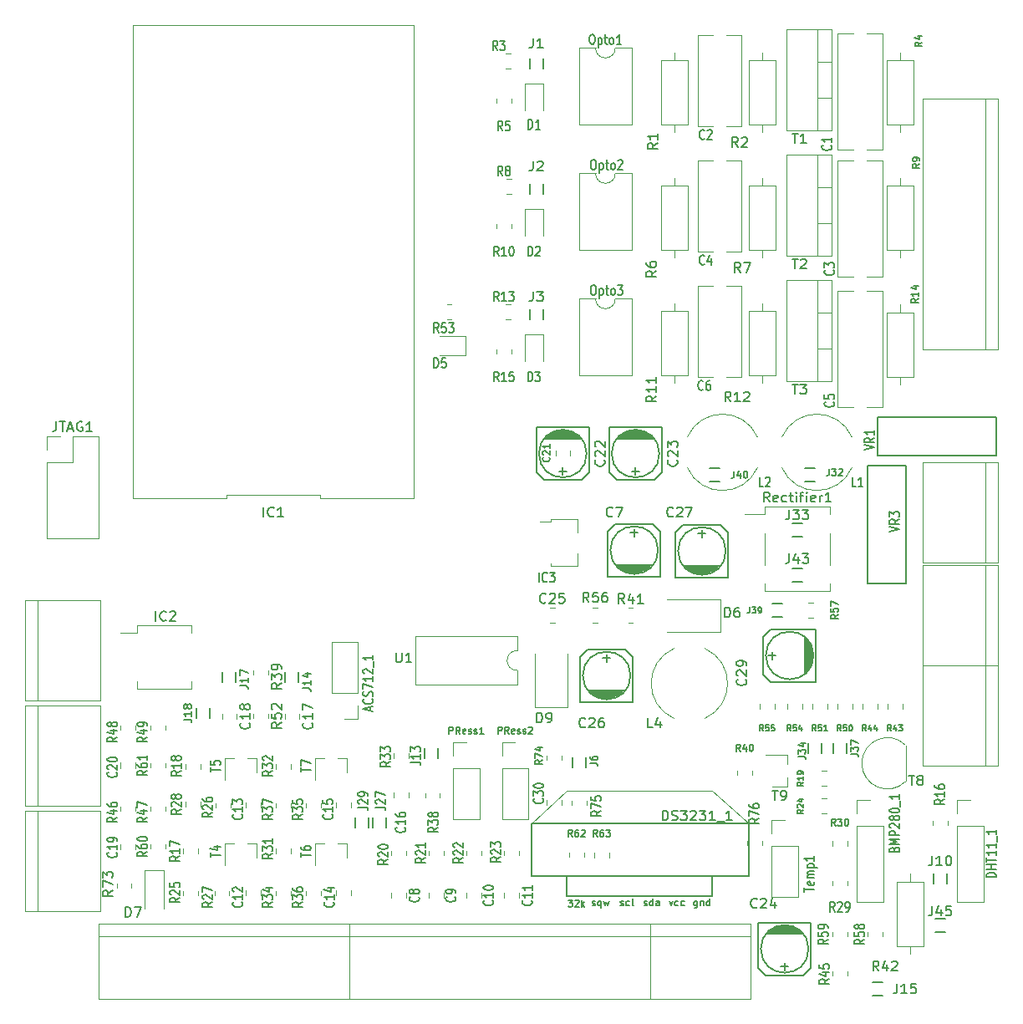
<source format=gto>
G04 #@! TF.GenerationSoftware,KiCad,Pcbnew,5.1.9-73d0e3b20d~88~ubuntu20.04.1*
G04 #@! TF.CreationDate,2021-03-10T20:51:34-03:00*
G04 #@! TF.ProjectId,std_board,7374645f-626f-4617-9264-2e6b69636164,rev?*
G04 #@! TF.SameCoordinates,Original*
G04 #@! TF.FileFunction,Legend,Top*
G04 #@! TF.FilePolarity,Positive*
%FSLAX46Y46*%
G04 Gerber Fmt 4.6, Leading zero omitted, Abs format (unit mm)*
G04 Created by KiCad (PCBNEW 5.1.9-73d0e3b20d~88~ubuntu20.04.1) date 2021-03-10 20:51:34*
%MOMM*%
%LPD*%
G01*
G04 APERTURE LIST*
%ADD10C,0.120000*%
%ADD11C,0.150000*%
%ADD12C,0.152400*%
G04 APERTURE END LIST*
D10*
X11200001Y1100000D02*
X11200000Y-46820000D01*
X39599000Y1100000D02*
X11199001Y1100000D01*
X39599999Y-46820000D02*
X39600000Y1100000D01*
X11201000Y-46817000D02*
X20667667Y-46817000D01*
X20667667Y-46817000D02*
X20667667Y-46457000D01*
X20667667Y-46457000D02*
X30134333Y-46457000D01*
X30134333Y-46457000D02*
X30134333Y-46817000D01*
X30134333Y-46817000D02*
X39600999Y-46817000D01*
X91286000Y-85630000D02*
X88546000Y-85630000D01*
X88546000Y-85630000D02*
X88546000Y-92170000D01*
X88546000Y-92170000D02*
X91286000Y-92170000D01*
X91286000Y-92170000D02*
X91286000Y-85630000D01*
X89916000Y-84860000D02*
X89916000Y-85630000D01*
X89916000Y-92940000D02*
X89916000Y-92170000D01*
X93699000Y-79450436D02*
X93699000Y-79904564D01*
X92229000Y-79450436D02*
X92229000Y-79904564D01*
X76936348Y-40604000D02*
G75*
G02*
X84019652Y-40604000I3541652J-1560000D01*
G01*
X76936348Y-43724000D02*
G75*
G03*
X84019652Y-43724000I3541652J1560000D01*
G01*
D11*
X64389000Y-52070000D02*
G75*
G03*
X64389000Y-52070000I-2413000J0D01*
G01*
X61595000Y-50292000D02*
X62357000Y-50292000D01*
X61976000Y-49911000D02*
X61976000Y-50673000D01*
X64643000Y-54737000D02*
X59309000Y-54737000D01*
X64643000Y-50165000D02*
X64643000Y-54737000D01*
X63881000Y-49403000D02*
X64643000Y-50165000D01*
X60071000Y-49403000D02*
X63881000Y-49403000D01*
X59309000Y-50165000D02*
X60071000Y-49403000D01*
X59309000Y-54737000D02*
X59309000Y-50165000D01*
X60198000Y-53594000D02*
X63754000Y-53594000D01*
X63627000Y-53721000D02*
X60325000Y-53721000D01*
X60452000Y-53848000D02*
X63500000Y-53848000D01*
X63373000Y-53975000D02*
X60579000Y-53975000D01*
X60706000Y-54102000D02*
X63246000Y-54102000D01*
X61087000Y-54229000D02*
X62865000Y-54229000D01*
X61341000Y-54356000D02*
X62738000Y-54356000D01*
D10*
X67410000Y-2445000D02*
X64670000Y-2445000D01*
X64670000Y-2445000D02*
X64670000Y-8985000D01*
X64670000Y-8985000D02*
X67410000Y-8985000D01*
X67410000Y-8985000D02*
X67410000Y-2445000D01*
X66040000Y-1675000D02*
X66040000Y-2445000D01*
X66040000Y-9755000D02*
X66040000Y-8985000D01*
X60055000Y-1210000D02*
G75*
G02*
X58055000Y-1210000I-1000000J0D01*
G01*
X58055000Y-1210000D02*
X56405000Y-1210000D01*
X56405000Y-1210000D02*
X56405000Y-8950000D01*
X56405000Y-8950000D02*
X61705000Y-8950000D01*
X61705000Y-8950000D02*
X61705000Y-1210000D01*
X61705000Y-1210000D02*
X60055000Y-1210000D01*
X14351000Y-66075000D02*
X17111000Y-66075000D01*
X17111000Y-66075000D02*
X17111000Y-65330000D01*
X14351000Y-66075000D02*
X11591000Y-66075000D01*
X11591000Y-66075000D02*
X11591000Y-65330000D01*
X14351000Y-59655000D02*
X17111000Y-59655000D01*
X17111000Y-59655000D02*
X17111000Y-60400000D01*
X14351000Y-59655000D02*
X11591000Y-59655000D01*
X11591000Y-59655000D02*
X11591000Y-60400000D01*
X11591000Y-60400000D02*
X9901000Y-60400000D01*
X50265000Y-86782248D02*
X50265000Y-87304752D01*
X48795000Y-86782248D02*
X48795000Y-87304752D01*
X90270000Y-15145000D02*
X87530000Y-15145000D01*
X87530000Y-15145000D02*
X87530000Y-21685000D01*
X87530000Y-21685000D02*
X90270000Y-21685000D01*
X90270000Y-21685000D02*
X90270000Y-15145000D01*
X88900000Y-14375000D02*
X88900000Y-15145000D01*
X88900000Y-22455000D02*
X88900000Y-21685000D01*
X90270000Y-27972000D02*
X87530000Y-27972000D01*
X87530000Y-27972000D02*
X87530000Y-34512000D01*
X87530000Y-34512000D02*
X90270000Y-34512000D01*
X90270000Y-34512000D02*
X90270000Y-27972000D01*
X88900000Y-27202000D02*
X88900000Y-27972000D01*
X88900000Y-35282000D02*
X88900000Y-34512000D01*
X52776000Y-7525500D02*
X52776000Y-4840500D01*
X52776000Y-4840500D02*
X50856000Y-4840500D01*
X50856000Y-4840500D02*
X50856000Y-7525500D01*
X85625000Y-91207564D02*
X85625000Y-90753436D01*
X87095000Y-91207564D02*
X87095000Y-90753436D01*
X42645000Y-86782248D02*
X42645000Y-87304752D01*
X41175000Y-86782248D02*
X41175000Y-87304752D01*
X46455000Y-86782248D02*
X46455000Y-87304752D01*
X44985000Y-86782248D02*
X44985000Y-87304752D01*
X31777000Y-87050752D02*
X31777000Y-86528248D01*
X33247000Y-87050752D02*
X33247000Y-86528248D01*
X28040000Y-68651248D02*
X28040000Y-69173752D01*
X26570000Y-68651248D02*
X26570000Y-69173752D01*
D11*
X52745000Y-2294000D02*
X52745000Y-3294000D01*
X51395000Y-3294000D02*
X51395000Y-2294000D01*
X51395000Y-28694000D02*
X51395000Y-27694000D01*
X52745000Y-27694000D02*
X52745000Y-28694000D01*
X51395000Y-15994000D02*
X51395000Y-14994000D01*
X52745000Y-14994000D02*
X52745000Y-15994000D01*
X40727000Y-73144000D02*
X40727000Y-72144000D01*
X42077000Y-72144000D02*
X42077000Y-73144000D01*
D10*
X49048936Y-14505000D02*
X49503064Y-14505000D01*
X49048936Y-15975000D02*
X49503064Y-15975000D01*
X17753000Y-82322936D02*
X17753000Y-82777064D01*
X16283000Y-82322936D02*
X16283000Y-82777064D01*
X18007000Y-73765436D02*
X18007000Y-74219564D01*
X16537000Y-73765436D02*
X16537000Y-74219564D01*
X19585000Y-78126564D02*
X19585000Y-77672436D01*
X21055000Y-78126564D02*
X21055000Y-77672436D01*
X19458000Y-87016564D02*
X19458000Y-86562436D01*
X20928000Y-87016564D02*
X20928000Y-86562436D01*
X16537000Y-78029564D02*
X16537000Y-77575436D01*
X18007000Y-78029564D02*
X18007000Y-77575436D01*
X25681000Y-82777064D02*
X25681000Y-82322936D01*
X27151000Y-82777064D02*
X27151000Y-82322936D01*
X25681000Y-74219564D02*
X25681000Y-73765436D01*
X27151000Y-74219564D02*
X27151000Y-73765436D01*
X39089000Y-72670936D02*
X39089000Y-73125064D01*
X37619000Y-72670936D02*
X37619000Y-73125064D01*
X25681000Y-87016564D02*
X25681000Y-86562436D01*
X27151000Y-87016564D02*
X27151000Y-86562436D01*
X28729000Y-78126564D02*
X28729000Y-77672436D01*
X30199000Y-78126564D02*
X30199000Y-77672436D01*
X28729000Y-87016564D02*
X28729000Y-86562436D01*
X30199000Y-87016564D02*
X30199000Y-86562436D01*
X25681000Y-78126564D02*
X25681000Y-77672436D01*
X27151000Y-78126564D02*
X27151000Y-77672436D01*
X42264000Y-76656436D02*
X42264000Y-77110564D01*
X40794000Y-76656436D02*
X40794000Y-77110564D01*
X11403000Y-78053436D02*
X11403000Y-78507564D01*
X9933000Y-78053436D02*
X9933000Y-78507564D01*
D11*
X86650000Y-42528000D02*
X98650000Y-42528000D01*
X86650000Y-38628000D02*
X98650000Y-38628000D01*
X98650000Y-38628000D02*
X98650000Y-42528000D01*
X86650000Y-38628000D02*
X86650000Y-42528000D01*
X89515000Y-55470000D02*
X89515000Y-43470000D01*
X85615000Y-55470000D02*
X85615000Y-43470000D01*
X85615000Y-43470000D02*
X89515000Y-43470000D01*
X85615000Y-55470000D02*
X89515000Y-55470000D01*
D10*
X60055000Y-26610000D02*
G75*
G02*
X58055000Y-26610000I-1000000J0D01*
G01*
X58055000Y-26610000D02*
X56405000Y-26610000D01*
X56405000Y-26610000D02*
X56405000Y-34350000D01*
X56405000Y-34350000D02*
X61705000Y-34350000D01*
X61705000Y-34350000D02*
X61705000Y-26610000D01*
X61705000Y-26610000D02*
X60055000Y-26610000D01*
X60055000Y-13910000D02*
G75*
G02*
X58055000Y-13910000I-1000000J0D01*
G01*
X58055000Y-13910000D02*
X56405000Y-13910000D01*
X56405000Y-13910000D02*
X56405000Y-21650000D01*
X56405000Y-21650000D02*
X61705000Y-21650000D01*
X61705000Y-21650000D02*
X61705000Y-13910000D01*
X61705000Y-13910000D02*
X60055000Y-13910000D01*
X46455000Y-82498436D02*
X46455000Y-82952564D01*
X44985000Y-82498436D02*
X44985000Y-82952564D01*
X52776000Y-20225500D02*
X52776000Y-17540500D01*
X52776000Y-17540500D02*
X50856000Y-17540500D01*
X50856000Y-17540500D02*
X50856000Y-20225500D01*
X42228500Y-32329000D02*
X44913500Y-32329000D01*
X44913500Y-32329000D02*
X44913500Y-30409000D01*
X44913500Y-30409000D02*
X42228500Y-30409000D01*
X14451000Y-81863436D02*
X14451000Y-82317564D01*
X12981000Y-81863436D02*
X12981000Y-82317564D01*
X22633000Y-87050752D02*
X22633000Y-86528248D01*
X24103000Y-87050752D02*
X24103000Y-86528248D01*
X21690000Y-68651248D02*
X21690000Y-69173752D01*
X20220000Y-68651248D02*
X20220000Y-69173752D01*
X48970436Y-27205000D02*
X49424564Y-27205000D01*
X48970436Y-28675000D02*
X49424564Y-28675000D01*
X42645000Y-82498436D02*
X42645000Y-82952564D01*
X41175000Y-82498436D02*
X41175000Y-82952564D01*
X11403000Y-69798436D02*
X11403000Y-70252564D01*
X9933000Y-69798436D02*
X9933000Y-70252564D01*
X14451000Y-69798436D02*
X14451000Y-70252564D01*
X12981000Y-69798436D02*
X12981000Y-70252564D01*
X24865000Y-68655436D02*
X24865000Y-69109564D01*
X23395000Y-68655436D02*
X23395000Y-69109564D01*
X38835000Y-86782248D02*
X38835000Y-87304752D01*
X37365000Y-86782248D02*
X37365000Y-87304752D01*
X22633000Y-78160752D02*
X22633000Y-77638248D01*
X24103000Y-78160752D02*
X24103000Y-77638248D01*
X31777000Y-78160752D02*
X31777000Y-77638248D01*
X33247000Y-78160752D02*
X33247000Y-77638248D01*
X39089000Y-76622248D02*
X39089000Y-77144752D01*
X37619000Y-76622248D02*
X37619000Y-77144752D01*
X52776000Y-32925500D02*
X52776000Y-30240500D01*
X52776000Y-30240500D02*
X50856000Y-30240500D01*
X50856000Y-30240500D02*
X50856000Y-32925500D01*
X48970436Y-1805000D02*
X49424564Y-1805000D01*
X48970436Y-3275000D02*
X49424564Y-3275000D01*
X49503000Y-31698436D02*
X49503000Y-32152564D01*
X48033000Y-31698436D02*
X48033000Y-32152564D01*
X49503000Y-18998436D02*
X49503000Y-19452564D01*
X48033000Y-18998436D02*
X48033000Y-19452564D01*
X38835000Y-82498436D02*
X38835000Y-82952564D01*
X37365000Y-82498436D02*
X37365000Y-82952564D01*
X50265000Y-82498436D02*
X50265000Y-82952564D01*
X48795000Y-82498436D02*
X48795000Y-82952564D01*
X16283000Y-87016564D02*
X16283000Y-86562436D01*
X17753000Y-87016564D02*
X17753000Y-86562436D01*
X14451000Y-78053436D02*
X14451000Y-78507564D01*
X12981000Y-78053436D02*
X12981000Y-78507564D01*
X43001436Y-27205000D02*
X43455564Y-27205000D01*
X43001436Y-28675000D02*
X43455564Y-28675000D01*
X14451000Y-73638436D02*
X14451000Y-74092564D01*
X12981000Y-73638436D02*
X12981000Y-74092564D01*
X11403000Y-81829248D02*
X11403000Y-82351752D01*
X9933000Y-81829248D02*
X9933000Y-82351752D01*
D11*
X92289000Y-85844000D02*
X92289000Y-84844000D01*
X93639000Y-84844000D02*
X93639000Y-85844000D01*
D10*
X83539000Y-85546436D02*
X83539000Y-86000564D01*
X82069000Y-85546436D02*
X82069000Y-86000564D01*
X83539000Y-81560936D02*
X83539000Y-82015064D01*
X82069000Y-81560936D02*
X82069000Y-82015064D01*
X49503000Y-6298436D02*
X49503000Y-6752564D01*
X48033000Y-6298436D02*
X48033000Y-6752564D01*
X82566000Y-11505000D02*
X82566000Y235000D01*
X87106000Y-11505000D02*
X87106000Y235000D01*
X82566000Y-11505000D02*
X84171000Y-11505000D01*
X85501000Y-11505000D02*
X87106000Y-11505000D01*
X82566000Y235000D02*
X84171000Y235000D01*
X85501000Y235000D02*
X87106000Y235000D01*
X68392000Y-9125000D02*
X68392000Y115000D01*
X72832000Y-9125000D02*
X72832000Y115000D01*
X68392000Y-9125000D02*
X69947000Y-9125000D01*
X71277000Y-9125000D02*
X72832000Y-9125000D01*
X68392000Y115000D02*
X69947000Y115000D01*
X71277000Y115000D02*
X72832000Y115000D01*
X82566000Y-24332000D02*
X82566000Y-12592000D01*
X87106000Y-24332000D02*
X87106000Y-12592000D01*
X82566000Y-24332000D02*
X84171000Y-24332000D01*
X85501000Y-24332000D02*
X87106000Y-24332000D01*
X82566000Y-12592000D02*
X84171000Y-12592000D01*
X85501000Y-12592000D02*
X87106000Y-12592000D01*
X68392000Y-21825000D02*
X68392000Y-12585000D01*
X72832000Y-21825000D02*
X72832000Y-12585000D01*
X68392000Y-21825000D02*
X69947000Y-21825000D01*
X71277000Y-21825000D02*
X72832000Y-21825000D01*
X68392000Y-12585000D02*
X69947000Y-12585000D01*
X71277000Y-12585000D02*
X72832000Y-12585000D01*
X82566000Y-37540000D02*
X82566000Y-25800000D01*
X87106000Y-37540000D02*
X87106000Y-25800000D01*
X82566000Y-37540000D02*
X84171000Y-37540000D01*
X85501000Y-37540000D02*
X87106000Y-37540000D01*
X82566000Y-25800000D02*
X84171000Y-25800000D01*
X85501000Y-25800000D02*
X87106000Y-25800000D01*
X68392000Y-34525000D02*
X68392000Y-25285000D01*
X72832000Y-34525000D02*
X72832000Y-25285000D01*
X68392000Y-34525000D02*
X69947000Y-34525000D01*
X71277000Y-34525000D02*
X72832000Y-34525000D01*
X68392000Y-25285000D02*
X69947000Y-25285000D01*
X71277000Y-25285000D02*
X72832000Y-25285000D01*
X9552000Y-86254564D02*
X9552000Y-85800436D01*
X11022000Y-86254564D02*
X11022000Y-85800436D01*
X82069000Y-95144564D02*
X82069000Y-94690436D01*
X83539000Y-95144564D02*
X83539000Y-94690436D01*
X82069000Y-91207564D02*
X82069000Y-90753436D01*
X83539000Y-91207564D02*
X83539000Y-90753436D01*
X43628000Y-79308000D02*
X46288000Y-79308000D01*
X43628000Y-74168000D02*
X43628000Y-79308000D01*
X46288000Y-74168000D02*
X46288000Y-79308000D01*
X43628000Y-74168000D02*
X46288000Y-74168000D01*
X43628000Y-72898000D02*
X43628000Y-71568000D01*
X43628000Y-71568000D02*
X44958000Y-71568000D01*
X54583000Y-77384248D02*
X54583000Y-77906752D01*
X53113000Y-77384248D02*
X53113000Y-77906752D01*
D11*
X55713000Y-74033000D02*
X55713000Y-73033000D01*
X57063000Y-73033000D02*
X57063000Y-74033000D01*
D10*
X54583000Y-72846436D02*
X54583000Y-73300564D01*
X53113000Y-72846436D02*
X53113000Y-73300564D01*
X57123000Y-77418436D02*
X57123000Y-77872564D01*
X55653000Y-77418436D02*
X55653000Y-77872564D01*
X48581000Y-79308000D02*
X51241000Y-79308000D01*
X48581000Y-74168000D02*
X48581000Y-79308000D01*
X51241000Y-74168000D02*
X51241000Y-79308000D01*
X48581000Y-74168000D02*
X51241000Y-74168000D01*
X48581000Y-72898000D02*
X48581000Y-71568000D01*
X48581000Y-71568000D02*
X49911000Y-71568000D01*
X75886000Y-87182000D02*
X78546000Y-87182000D01*
X75886000Y-82042000D02*
X75886000Y-87182000D01*
X78546000Y-82042000D02*
X78546000Y-87182000D01*
X75886000Y-82042000D02*
X78546000Y-82042000D01*
X75886000Y-80772000D02*
X75886000Y-79442000D01*
X75886000Y-79442000D02*
X77216000Y-79442000D01*
X94682000Y-87690000D02*
X97342000Y-87690000D01*
X94682000Y-80010000D02*
X94682000Y-87690000D01*
X97342000Y-80010000D02*
X97342000Y-87690000D01*
X94682000Y-80010000D02*
X97342000Y-80010000D01*
X94682000Y-78740000D02*
X94682000Y-77410000D01*
X94682000Y-77410000D02*
X96012000Y-77410000D01*
X84522000Y-87690000D02*
X87182000Y-87690000D01*
X84522000Y-80010000D02*
X84522000Y-87690000D01*
X87182000Y-80010000D02*
X87182000Y-87690000D01*
X84522000Y-80010000D02*
X87182000Y-80010000D01*
X84522000Y-78740000D02*
X84522000Y-77410000D01*
X84522000Y-77410000D02*
X85852000Y-77410000D01*
X11403000Y-73604248D02*
X11403000Y-74126752D01*
X9933000Y-73604248D02*
X9933000Y-74126752D01*
X56270000Y-52358000D02*
X56270000Y-53668000D01*
X56270000Y-53668000D02*
X53550000Y-53668000D01*
X52410000Y-49178000D02*
X53550000Y-49178000D01*
X56270000Y-48948000D02*
X56270000Y-50258000D01*
X53550000Y-48948000D02*
X56270000Y-48948000D01*
X53550000Y-48948000D02*
X53550000Y-49178000D01*
X53550000Y-53668000D02*
X53550000Y-53438000D01*
D11*
X80256000Y-45125000D02*
X79256000Y-45125000D01*
X79256000Y-43775000D02*
X80256000Y-43775000D01*
D10*
X74447652Y-43724000D02*
G75*
G02*
X67364348Y-43724000I-3541652J1560000D01*
G01*
X74447652Y-40604000D02*
G75*
G03*
X67364348Y-40604000I-3541652J-1560000D01*
G01*
X73433000Y-81936564D02*
X73433000Y-81482436D01*
X74903000Y-81936564D02*
X74903000Y-81482436D01*
X33969000Y-61408000D02*
X31309000Y-61408000D01*
X33969000Y-66548000D02*
X33969000Y-61408000D01*
X31309000Y-66548000D02*
X31309000Y-61408000D01*
X33969000Y-66548000D02*
X31309000Y-66548000D01*
X33969000Y-67818000D02*
X33969000Y-69148000D01*
X33969000Y-69148000D02*
X32639000Y-69148000D01*
D11*
X26630000Y-65397000D02*
X26630000Y-64397000D01*
X27980000Y-64397000D02*
X27980000Y-65397000D01*
X20280000Y-65397000D02*
X20280000Y-64397000D01*
X21630000Y-64397000D02*
X21630000Y-65397000D01*
X18963000Y-68080000D02*
X18963000Y-69080000D01*
X17613000Y-69080000D02*
X17613000Y-68080000D01*
D10*
X24865000Y-64240436D02*
X24865000Y-64694564D01*
X23395000Y-64240436D02*
X23395000Y-64694564D01*
X14335000Y-84491000D02*
X12335000Y-84491000D01*
X12335000Y-84491000D02*
X12335000Y-88391000D01*
X14335000Y-84491000D02*
X14335000Y-88391000D01*
D11*
X36870000Y-79129000D02*
X36870000Y-80129000D01*
X35520000Y-80129000D02*
X35520000Y-79129000D01*
X35092000Y-79129000D02*
X35092000Y-80129000D01*
X33742000Y-80129000D02*
X33742000Y-79129000D01*
D10*
X23678000Y-81790000D02*
X22748000Y-81790000D01*
X20518000Y-81790000D02*
X21448000Y-81790000D01*
X20518000Y-81790000D02*
X20518000Y-83950000D01*
X23678000Y-81790000D02*
X23678000Y-83250000D01*
X23678000Y-73154000D02*
X22748000Y-73154000D01*
X20518000Y-73154000D02*
X21448000Y-73154000D01*
X20518000Y-73154000D02*
X20518000Y-75314000D01*
X23678000Y-73154000D02*
X23678000Y-74614000D01*
X32822000Y-81790000D02*
X31892000Y-81790000D01*
X29662000Y-81790000D02*
X30592000Y-81790000D01*
X29662000Y-81790000D02*
X29662000Y-83950000D01*
X32822000Y-81790000D02*
X32822000Y-83250000D01*
X32822000Y-73154000D02*
X31892000Y-73154000D01*
X29662000Y-73154000D02*
X30592000Y-73154000D01*
X29662000Y-73154000D02*
X29662000Y-75314000D01*
X32822000Y-73154000D02*
X32822000Y-74614000D01*
X82010000Y675000D02*
X82010000Y-9565000D01*
X77369000Y675000D02*
X77369000Y-9565000D01*
X82010000Y675000D02*
X77369000Y675000D01*
X82010000Y-9565000D02*
X77369000Y-9565000D01*
X80500000Y675000D02*
X80500000Y-9565000D01*
X82010000Y-2595000D02*
X80500000Y-2595000D01*
X82010000Y-6296000D02*
X80500000Y-6296000D01*
X82010000Y-12025000D02*
X82010000Y-22265000D01*
X77369000Y-12025000D02*
X77369000Y-22265000D01*
X82010000Y-12025000D02*
X77369000Y-12025000D01*
X82010000Y-22265000D02*
X77369000Y-22265000D01*
X80500000Y-12025000D02*
X80500000Y-22265000D01*
X82010000Y-15295000D02*
X80500000Y-15295000D01*
X82010000Y-18996000D02*
X80500000Y-18996000D01*
X82010000Y-24725000D02*
X82010000Y-34965000D01*
X77369000Y-24725000D02*
X77369000Y-34965000D01*
X82010000Y-24725000D02*
X77369000Y-24725000D01*
X82010000Y-34965000D02*
X77369000Y-34965000D01*
X80500000Y-24725000D02*
X80500000Y-34965000D01*
X82010000Y-27995000D02*
X80500000Y-27995000D01*
X82010000Y-31696000D02*
X80500000Y-31696000D01*
X76300000Y-2445000D02*
X73560000Y-2445000D01*
X73560000Y-2445000D02*
X73560000Y-8985000D01*
X73560000Y-8985000D02*
X76300000Y-8985000D01*
X76300000Y-8985000D02*
X76300000Y-2445000D01*
X74930000Y-1675000D02*
X74930000Y-2445000D01*
X74930000Y-9755000D02*
X74930000Y-8985000D01*
X90270000Y-2445000D02*
X87530000Y-2445000D01*
X87530000Y-2445000D02*
X87530000Y-8985000D01*
X87530000Y-8985000D02*
X90270000Y-8985000D01*
X90270000Y-8985000D02*
X90270000Y-2445000D01*
X88900000Y-1675000D02*
X88900000Y-2445000D01*
X88900000Y-9755000D02*
X88900000Y-8985000D01*
X67410000Y-15145000D02*
X64670000Y-15145000D01*
X64670000Y-15145000D02*
X64670000Y-21685000D01*
X64670000Y-21685000D02*
X67410000Y-21685000D01*
X67410000Y-21685000D02*
X67410000Y-15145000D01*
X66040000Y-14375000D02*
X66040000Y-15145000D01*
X66040000Y-22455000D02*
X66040000Y-21685000D01*
X76300000Y-15145000D02*
X73560000Y-15145000D01*
X73560000Y-15145000D02*
X73560000Y-21685000D01*
X73560000Y-21685000D02*
X76300000Y-21685000D01*
X76300000Y-21685000D02*
X76300000Y-15145000D01*
X74930000Y-14375000D02*
X74930000Y-15145000D01*
X74930000Y-22455000D02*
X74930000Y-21685000D01*
X67410000Y-27845000D02*
X64670000Y-27845000D01*
X64670000Y-27845000D02*
X64670000Y-34385000D01*
X64670000Y-34385000D02*
X67410000Y-34385000D01*
X67410000Y-34385000D02*
X67410000Y-27845000D01*
X66040000Y-27075000D02*
X66040000Y-27845000D01*
X66040000Y-35155000D02*
X66040000Y-34385000D01*
X76300000Y-27845000D02*
X73560000Y-27845000D01*
X73560000Y-27845000D02*
X73560000Y-34385000D01*
X73560000Y-34385000D02*
X76300000Y-34385000D01*
X76300000Y-34385000D02*
X76300000Y-27845000D01*
X74930000Y-27075000D02*
X74930000Y-27845000D01*
X74930000Y-35155000D02*
X74930000Y-34385000D01*
D11*
X77986000Y-49363000D02*
X78986000Y-49363000D01*
X78986000Y-50713000D02*
X77986000Y-50713000D01*
D10*
X80974436Y-74449000D02*
X81428564Y-74449000D01*
X80974436Y-75919000D02*
X81428564Y-75919000D01*
X81428564Y-78713000D02*
X80974436Y-78713000D01*
X81428564Y-77243000D02*
X80974436Y-77243000D01*
X72417000Y-74824564D02*
X72417000Y-74370436D01*
X73887000Y-74824564D02*
X73887000Y-74370436D01*
X89127000Y-67669436D02*
X89127000Y-68123564D01*
X87657000Y-67669436D02*
X87657000Y-68123564D01*
X86587000Y-67669436D02*
X86587000Y-68123564D01*
X85117000Y-67669436D02*
X85117000Y-68123564D01*
X84047000Y-67669436D02*
X84047000Y-68123564D01*
X82577000Y-67669436D02*
X82577000Y-68123564D01*
X81507000Y-67669436D02*
X81507000Y-68123564D01*
X80037000Y-67669436D02*
X80037000Y-68123564D01*
X78967000Y-67669436D02*
X78967000Y-68123564D01*
X77497000Y-67669436D02*
X77497000Y-68123564D01*
X76173000Y-67669436D02*
X76173000Y-68123564D01*
X74703000Y-67669436D02*
X74703000Y-68123564D01*
X89468478Y-71821522D02*
G75*
G03*
X85030000Y-73660000I-1838478J-1838478D01*
G01*
X89468478Y-75498478D02*
G75*
G02*
X85030000Y-73660000I-1838478J1838478D01*
G01*
X89480000Y-75460000D02*
X89480000Y-71860000D01*
X77452000Y-76002000D02*
X77452000Y-75072000D01*
X77452000Y-72842000D02*
X77452000Y-73772000D01*
X77452000Y-72842000D02*
X75292000Y-72842000D01*
X77452000Y-76002000D02*
X75992000Y-76002000D01*
D11*
X79629000Y-92456000D02*
G75*
G03*
X79629000Y-92456000I-2413000J0D01*
G01*
X77597000Y-94234000D02*
X76835000Y-94234000D01*
X77216000Y-94615000D02*
X77216000Y-93853000D01*
X74549000Y-89789000D02*
X79883000Y-89789000D01*
X74549000Y-94361000D02*
X74549000Y-89789000D01*
X75311000Y-95123000D02*
X74549000Y-94361000D01*
X79121000Y-95123000D02*
X75311000Y-95123000D01*
X79883000Y-94361000D02*
X79121000Y-95123000D01*
X79883000Y-89789000D02*
X79883000Y-94361000D01*
X78994000Y-90932000D02*
X75438000Y-90932000D01*
X75565000Y-90805000D02*
X78867000Y-90805000D01*
X78740000Y-90678000D02*
X75692000Y-90678000D01*
X75819000Y-90551000D02*
X78613000Y-90551000D01*
X78486000Y-90424000D02*
X75946000Y-90424000D01*
X78105000Y-90297000D02*
X76327000Y-90297000D01*
X77851000Y-90170000D02*
X76454000Y-90170000D01*
D10*
X54002000Y-42473752D02*
X54002000Y-41951248D01*
X55472000Y-42473752D02*
X55472000Y-41951248D01*
X81788000Y-47625000D02*
X81788000Y-47625000D01*
X81788000Y-48387000D02*
X81788000Y-47625000D01*
X73152000Y-48387000D02*
X73152000Y-48387000D01*
X75184000Y-48387000D02*
X73152000Y-48387000D01*
X75184000Y-47625000D02*
X75184000Y-48387000D01*
X75186000Y-55443000D02*
X75186000Y-56243000D01*
X75186000Y-56243000D02*
X81786000Y-56243000D01*
X81786000Y-56243000D02*
X81786000Y-55443000D01*
X75186000Y-50343000D02*
X75186000Y-53543000D01*
X81786000Y-50343000D02*
X81786000Y-53543000D01*
X75186000Y-47643000D02*
X81786000Y-47643000D01*
D11*
X55118000Y-85090000D02*
X69850000Y-85090000D01*
X69850000Y-85090000D02*
X69850000Y-87122000D01*
X69850000Y-87122000D02*
X55118000Y-87122000D01*
X51562000Y-85090000D02*
X51562000Y-79756000D01*
X51562000Y-79756000D02*
X73562000Y-79756000D01*
X73562000Y-85090000D02*
X73562000Y-79756000D01*
X51562000Y-85090000D02*
X73562000Y-85090000D01*
X55118000Y-85090000D02*
X55118000Y-87122000D01*
D10*
X55118000Y-76454000D02*
X51562000Y-79756000D01*
X73562000Y-79756000D02*
X69850000Y-76454000D01*
X55118000Y-76454000D02*
X69850000Y-76454000D01*
X97536000Y-53594000D02*
X97536000Y-63754000D01*
X98806000Y-53594000D02*
X91186000Y-53594000D01*
X91186000Y-53594000D02*
X91186000Y-63754000D01*
X91186000Y-63754000D02*
X98806000Y-63754000D01*
X98806000Y-63754000D02*
X98806000Y-53594000D01*
X97536000Y-43180000D02*
X97536000Y-53340000D01*
X98806000Y-43180000D02*
X91186000Y-43180000D01*
X91186000Y-43180000D02*
X91186000Y-53340000D01*
X91186000Y-53340000D02*
X98806000Y-53340000D01*
X98806000Y-53340000D02*
X98806000Y-43180000D01*
X98806000Y-31750000D02*
X98806000Y-6350000D01*
X97536000Y-31750000D02*
X97536000Y-6350000D01*
X91186000Y-31750000D02*
X91186000Y-6350000D01*
X91186000Y-6350000D02*
X98806000Y-6350000D01*
X91186000Y-31750000D02*
X98806000Y-31750000D01*
X97536000Y-63754000D02*
X97536000Y-73914000D01*
X98806000Y-63754000D02*
X91186000Y-63754000D01*
X91186000Y-63754000D02*
X91186000Y-73914000D01*
X91186000Y-73914000D02*
X98806000Y-73914000D01*
X98806000Y-73914000D02*
X98806000Y-63754000D01*
X33147000Y-89916000D02*
X7747000Y-89916000D01*
X33147000Y-91186000D02*
X7747000Y-91186000D01*
X33147000Y-97536000D02*
X7747000Y-97536000D01*
X7747000Y-97536000D02*
X7747000Y-89916000D01*
X33147000Y-97536000D02*
X33147000Y-89916000D01*
X63627000Y-91186000D02*
X73787000Y-91186000D01*
X63627000Y-89916000D02*
X63627000Y-97536000D01*
X63627000Y-97536000D02*
X73787000Y-97536000D01*
X73787000Y-97536000D02*
X73787000Y-89916000D01*
X73787000Y-89916000D02*
X63627000Y-89916000D01*
X1524000Y-67310000D02*
X1524000Y-57150000D01*
X254000Y-67310000D02*
X7874000Y-67310000D01*
X7874000Y-67310000D02*
X7874000Y-57150000D01*
X7874000Y-57150000D02*
X254000Y-57150000D01*
X254000Y-57150000D02*
X254000Y-67310000D01*
X1524000Y-88646000D02*
X1524000Y-78486000D01*
X254000Y-88646000D02*
X7874000Y-88646000D01*
X7874000Y-88646000D02*
X7874000Y-78486000D01*
X7874000Y-78486000D02*
X254000Y-78486000D01*
X254000Y-78486000D02*
X254000Y-88646000D01*
X1524000Y-77978000D02*
X1524000Y-67818000D01*
X254000Y-77978000D02*
X7874000Y-77978000D01*
X7874000Y-77978000D02*
X7874000Y-67818000D01*
X7874000Y-67818000D02*
X254000Y-67818000D01*
X254000Y-67818000D02*
X254000Y-77978000D01*
D11*
X57150000Y-42291000D02*
G75*
G03*
X57150000Y-42291000I-2413000J0D01*
G01*
X55118000Y-44069000D02*
X54356000Y-44069000D01*
X54737000Y-44450000D02*
X54737000Y-43688000D01*
X52070000Y-39624000D02*
X57404000Y-39624000D01*
X52070000Y-44196000D02*
X52070000Y-39624000D01*
X52832000Y-44958000D02*
X52070000Y-44196000D01*
X56642000Y-44958000D02*
X52832000Y-44958000D01*
X57404000Y-44196000D02*
X56642000Y-44958000D01*
X57404000Y-39624000D02*
X57404000Y-44196000D01*
X56515000Y-40767000D02*
X52959000Y-40767000D01*
X53086000Y-40640000D02*
X56388000Y-40640000D01*
X56261000Y-40513000D02*
X53213000Y-40513000D01*
X53340000Y-40386000D02*
X56134000Y-40386000D01*
X56007000Y-40259000D02*
X53467000Y-40259000D01*
X55626000Y-40132000D02*
X53848000Y-40132000D01*
X55372000Y-40005000D02*
X53975000Y-40005000D01*
X64516000Y-42291000D02*
G75*
G03*
X64516000Y-42291000I-2413000J0D01*
G01*
X62484000Y-44069000D02*
X61722000Y-44069000D01*
X62103000Y-44450000D02*
X62103000Y-43688000D01*
X59436000Y-39624000D02*
X64770000Y-39624000D01*
X59436000Y-44196000D02*
X59436000Y-39624000D01*
X60198000Y-44958000D02*
X59436000Y-44196000D01*
X64008000Y-44958000D02*
X60198000Y-44958000D01*
X64770000Y-44196000D02*
X64008000Y-44958000D01*
X64770000Y-39624000D02*
X64770000Y-44196000D01*
X63881000Y-40767000D02*
X60325000Y-40767000D01*
X60452000Y-40640000D02*
X63754000Y-40640000D01*
X63627000Y-40513000D02*
X60579000Y-40513000D01*
X60706000Y-40386000D02*
X63500000Y-40386000D01*
X63373000Y-40259000D02*
X60833000Y-40259000D01*
X62992000Y-40132000D02*
X61214000Y-40132000D01*
X62738000Y-40005000D02*
X61341000Y-40005000D01*
D10*
X53398748Y-57939000D02*
X53921252Y-57939000D01*
X53398748Y-59409000D02*
X53921252Y-59409000D01*
D11*
X61595000Y-64770000D02*
G75*
G03*
X61595000Y-64770000I-2413000J0D01*
G01*
X58801000Y-62992000D02*
X59563000Y-62992000D01*
X59182000Y-62611000D02*
X59182000Y-63373000D01*
X61849000Y-67437000D02*
X56515000Y-67437000D01*
X61849000Y-62865000D02*
X61849000Y-67437000D01*
X61087000Y-62103000D02*
X61849000Y-62865000D01*
X57277000Y-62103000D02*
X61087000Y-62103000D01*
X56515000Y-62865000D02*
X57277000Y-62103000D01*
X56515000Y-67437000D02*
X56515000Y-62865000D01*
X57404000Y-66294000D02*
X60960000Y-66294000D01*
X60833000Y-66421000D02*
X57531000Y-66421000D01*
X57658000Y-66548000D02*
X60706000Y-66548000D01*
X60579000Y-66675000D02*
X57785000Y-66675000D01*
X57912000Y-66802000D02*
X60452000Y-66802000D01*
X58293000Y-66929000D02*
X60071000Y-66929000D01*
X58547000Y-67056000D02*
X59944000Y-67056000D01*
X71247000Y-52156360D02*
G75*
G03*
X71247000Y-52156360I-2413000J0D01*
G01*
X68453000Y-50378360D02*
X69215000Y-50378360D01*
X68834000Y-49997360D02*
X68834000Y-50759360D01*
X71501000Y-54823360D02*
X66167000Y-54823360D01*
X71501000Y-50251360D02*
X71501000Y-54823360D01*
X70739000Y-49489360D02*
X71501000Y-50251360D01*
X66929000Y-49489360D02*
X70739000Y-49489360D01*
X66167000Y-50251360D02*
X66929000Y-49489360D01*
X66167000Y-54823360D02*
X66167000Y-50251360D01*
X67056000Y-53680360D02*
X70612000Y-53680360D01*
X70485000Y-53807360D02*
X67183000Y-53807360D01*
X67310000Y-53934360D02*
X70358000Y-53934360D01*
X70231000Y-54061360D02*
X67437000Y-54061360D01*
X67564000Y-54188360D02*
X70104000Y-54188360D01*
X67945000Y-54315360D02*
X69723000Y-54315360D01*
X68199000Y-54442360D02*
X69596000Y-54442360D01*
X80137000Y-62738000D02*
G75*
G03*
X80137000Y-62738000I-2413000J0D01*
G01*
X75946000Y-63119000D02*
X75946000Y-62357000D01*
X75565000Y-62738000D02*
X76327000Y-62738000D01*
X80391000Y-60071000D02*
X80391000Y-65405000D01*
X75819000Y-60071000D02*
X80391000Y-60071000D01*
X75057000Y-60833000D02*
X75819000Y-60071000D01*
X75057000Y-64643000D02*
X75057000Y-60833000D01*
X75819000Y-65405000D02*
X75057000Y-64643000D01*
X80391000Y-65405000D02*
X75819000Y-65405000D01*
X79248000Y-64516000D02*
X79248000Y-60960000D01*
X79375000Y-61087000D02*
X79375000Y-64389000D01*
X79502000Y-64262000D02*
X79502000Y-61214000D01*
X79629000Y-61341000D02*
X79629000Y-64135000D01*
X79756000Y-64008000D02*
X79756000Y-61468000D01*
X79883000Y-63627000D02*
X79883000Y-61849000D01*
X80010000Y-63373000D02*
X80010000Y-61976000D01*
D10*
X70710000Y-60324000D02*
X70710000Y-57024000D01*
X70710000Y-57024000D02*
X65310000Y-57024000D01*
X70710000Y-60324000D02*
X65310000Y-60324000D01*
X51944000Y-67948000D02*
X55244000Y-67948000D01*
X55244000Y-67948000D02*
X55244000Y-62548000D01*
X51944000Y-67948000D02*
X51944000Y-62548000D01*
X61391436Y-57939000D02*
X61845564Y-57939000D01*
X61391436Y-59409000D02*
X61845564Y-59409000D01*
X58242564Y-59409000D02*
X57788436Y-59409000D01*
X58242564Y-57939000D02*
X57788436Y-57939000D01*
X79632436Y-57431000D02*
X80086564Y-57431000D01*
X79632436Y-58901000D02*
X80086564Y-58901000D01*
X69124000Y-62030348D02*
G75*
G02*
X69124000Y-69113652I-1560000J-3541652D01*
G01*
X66004000Y-62030348D02*
G75*
G03*
X66004000Y-69113652I1560000J-3541652D01*
G01*
D11*
X75954000Y-57491000D02*
X76954000Y-57491000D01*
X76954000Y-58841000D02*
X75954000Y-58841000D01*
X77986000Y-53935000D02*
X78986000Y-53935000D01*
X78986000Y-55285000D02*
X77986000Y-55285000D01*
X80939000Y-71636000D02*
X80939000Y-72636000D01*
X79589000Y-72636000D02*
X79589000Y-71636000D01*
X83479000Y-71636000D02*
X83479000Y-72636000D01*
X82129000Y-72636000D02*
X82129000Y-71636000D01*
X69604000Y-43775000D02*
X70604000Y-43775000D01*
X70604000Y-45125000D02*
X69604000Y-45125000D01*
D10*
X50098000Y-64246000D02*
G75*
G02*
X50098000Y-62246000I0J1000000D01*
G01*
X50098000Y-62246000D02*
X50098000Y-60796000D01*
X50098000Y-60796000D02*
X39818000Y-60796000D01*
X39818000Y-60796000D02*
X39818000Y-65696000D01*
X39818000Y-65696000D02*
X50098000Y-65696000D01*
X50098000Y-65696000D02*
X50098000Y-64246000D01*
D11*
X93464000Y-90718000D02*
X92464000Y-90718000D01*
X92464000Y-89368000D02*
X93464000Y-89368000D01*
D10*
X2480000Y-50860000D02*
X7680000Y-50860000D01*
X2480000Y-43180000D02*
X2480000Y-50860000D01*
X7680000Y-40580000D02*
X7680000Y-50860000D01*
X2480000Y-43180000D02*
X5080000Y-43180000D01*
X5080000Y-43180000D02*
X5080000Y-40580000D01*
X5080000Y-40580000D02*
X7680000Y-40580000D01*
X2480000Y-41910000D02*
X2480000Y-40580000D01*
X2480000Y-40580000D02*
X3810000Y-40580000D01*
X63627000Y-97536000D02*
X63627000Y-89916000D01*
X33147000Y-89916000D02*
X33147000Y-97536000D01*
X63627000Y-91186000D02*
X33147000Y-91186000D01*
X63627000Y-97536000D02*
X33147000Y-97536000D01*
X63627000Y-89916000D02*
X33147000Y-89916000D01*
D11*
X87114000Y-97195000D02*
X86114000Y-97195000D01*
X86114000Y-95845000D02*
X87114000Y-95845000D01*
D10*
X56869000Y-82680436D02*
X56869000Y-83134564D01*
X55399000Y-82680436D02*
X55399000Y-83134564D01*
X59409000Y-82727436D02*
X59409000Y-83181564D01*
X57939000Y-82727436D02*
X57939000Y-83181564D01*
D11*
X24423809Y-48712380D02*
X24423809Y-47712380D01*
X25471428Y-48617142D02*
X25423809Y-48664761D01*
X25280952Y-48712380D01*
X25185714Y-48712380D01*
X25042857Y-48664761D01*
X24947619Y-48569523D01*
X24900000Y-48474285D01*
X24852380Y-48283809D01*
X24852380Y-48140952D01*
X24900000Y-47950476D01*
X24947619Y-47855238D01*
X25042857Y-47760000D01*
X25185714Y-47712380D01*
X25280952Y-47712380D01*
X25423809Y-47760000D01*
X25471428Y-47807619D01*
X26423809Y-48712380D02*
X25852380Y-48712380D01*
X26138095Y-48712380D02*
X26138095Y-47712380D01*
X26042857Y-47855238D01*
X25947619Y-47950476D01*
X25852380Y-47998095D01*
X86733142Y-94686380D02*
X86399809Y-94210190D01*
X86161714Y-94686380D02*
X86161714Y-93686380D01*
X86542666Y-93686380D01*
X86637904Y-93734000D01*
X86685523Y-93781619D01*
X86733142Y-93876857D01*
X86733142Y-94019714D01*
X86685523Y-94114952D01*
X86637904Y-94162571D01*
X86542666Y-94210190D01*
X86161714Y-94210190D01*
X87590285Y-94019714D02*
X87590285Y-94686380D01*
X87352190Y-93638761D02*
X87114095Y-94353047D01*
X87733142Y-94353047D01*
X88066476Y-93781619D02*
X88114095Y-93734000D01*
X88209333Y-93686380D01*
X88447428Y-93686380D01*
X88542666Y-93734000D01*
X88590285Y-93781619D01*
X88637904Y-93876857D01*
X88637904Y-93972095D01*
X88590285Y-94114952D01*
X88018857Y-94686380D01*
X88637904Y-94686380D01*
X93416380Y-77319285D02*
X92940190Y-77585952D01*
X93416380Y-77776428D02*
X92416380Y-77776428D01*
X92416380Y-77471666D01*
X92464000Y-77395476D01*
X92511619Y-77357380D01*
X92606857Y-77319285D01*
X92749714Y-77319285D01*
X92844952Y-77357380D01*
X92892571Y-77395476D01*
X92940190Y-77471666D01*
X92940190Y-77776428D01*
X93416380Y-76557380D02*
X93416380Y-77014523D01*
X93416380Y-76785952D02*
X92416380Y-76785952D01*
X92559238Y-76862142D01*
X92654476Y-76938333D01*
X92702095Y-77014523D01*
X92416380Y-75871666D02*
X92416380Y-76024047D01*
X92464000Y-76100238D01*
X92511619Y-76138333D01*
X92654476Y-76214523D01*
X92844952Y-76252619D01*
X93225904Y-76252619D01*
X93321142Y-76214523D01*
X93368761Y-76176428D01*
X93416380Y-76100238D01*
X93416380Y-75947857D01*
X93368761Y-75871666D01*
X93321142Y-75833571D01*
X93225904Y-75795476D01*
X92987809Y-75795476D01*
X92892571Y-75833571D01*
X92844952Y-75871666D01*
X92797333Y-75947857D01*
X92797333Y-76100238D01*
X92844952Y-76176428D01*
X92892571Y-76214523D01*
X92987809Y-76252619D01*
X84448666Y-45664380D02*
X84067714Y-45664380D01*
X84067714Y-44664380D01*
X85134380Y-45664380D02*
X84677238Y-45664380D01*
X84905809Y-45664380D02*
X84905809Y-44664380D01*
X84829619Y-44807238D01*
X84753428Y-44902476D01*
X84677238Y-44950095D01*
X59777333Y-48617142D02*
X59729714Y-48664761D01*
X59586857Y-48712380D01*
X59491619Y-48712380D01*
X59348761Y-48664761D01*
X59253523Y-48569523D01*
X59205904Y-48474285D01*
X59158285Y-48283809D01*
X59158285Y-48140952D01*
X59205904Y-47950476D01*
X59253523Y-47855238D01*
X59348761Y-47760000D01*
X59491619Y-47712380D01*
X59586857Y-47712380D01*
X59729714Y-47760000D01*
X59777333Y-47807619D01*
X60110666Y-47712380D02*
X60777333Y-47712380D01*
X60348761Y-48712380D01*
X64333380Y-10834666D02*
X63857190Y-11168000D01*
X64333380Y-11406095D02*
X63333380Y-11406095D01*
X63333380Y-11025142D01*
X63381000Y-10929904D01*
X63428619Y-10882285D01*
X63523857Y-10834666D01*
X63666714Y-10834666D01*
X63761952Y-10882285D01*
X63809571Y-10929904D01*
X63857190Y-11025142D01*
X63857190Y-11406095D01*
X64333380Y-9882285D02*
X64333380Y-10453714D01*
X64333380Y-10168000D02*
X63333380Y-10168000D01*
X63476238Y-10263238D01*
X63571476Y-10358476D01*
X63619095Y-10453714D01*
X57645476Y166619D02*
X57797857Y166619D01*
X57874047Y119000D01*
X57950238Y23761D01*
X57988333Y-166714D01*
X57988333Y-500047D01*
X57950238Y-690523D01*
X57874047Y-785761D01*
X57797857Y-833380D01*
X57645476Y-833380D01*
X57569285Y-785761D01*
X57493095Y-690523D01*
X57455000Y-500047D01*
X57455000Y-166714D01*
X57493095Y23761D01*
X57569285Y119000D01*
X57645476Y166619D01*
X58331190Y-166714D02*
X58331190Y-1166714D01*
X58331190Y-214333D02*
X58407380Y-166714D01*
X58559761Y-166714D01*
X58635952Y-214333D01*
X58674047Y-261952D01*
X58712142Y-357190D01*
X58712142Y-642904D01*
X58674047Y-738142D01*
X58635952Y-785761D01*
X58559761Y-833380D01*
X58407380Y-833380D01*
X58331190Y-785761D01*
X58940714Y-166714D02*
X59245476Y-166714D01*
X59055000Y166619D02*
X59055000Y-690523D01*
X59093095Y-785761D01*
X59169285Y-833380D01*
X59245476Y-833380D01*
X59626428Y-833380D02*
X59550238Y-785761D01*
X59512142Y-738142D01*
X59474047Y-642904D01*
X59474047Y-357190D01*
X59512142Y-261952D01*
X59550238Y-214333D01*
X59626428Y-166714D01*
X59740714Y-166714D01*
X59816904Y-214333D01*
X59855000Y-261952D01*
X59893095Y-357190D01*
X59893095Y-642904D01*
X59855000Y-738142D01*
X59816904Y-785761D01*
X59740714Y-833380D01*
X59626428Y-833380D01*
X60655000Y-833380D02*
X60197857Y-833380D01*
X60426428Y-833380D02*
X60426428Y166619D01*
X60350238Y23761D01*
X60274047Y-71476D01*
X60197857Y-119095D01*
X13501809Y-59253380D02*
X13501809Y-58253380D01*
X14549428Y-59158142D02*
X14501809Y-59205761D01*
X14358952Y-59253380D01*
X14263714Y-59253380D01*
X14120857Y-59205761D01*
X14025619Y-59110523D01*
X13978000Y-59015285D01*
X13930380Y-58824809D01*
X13930380Y-58681952D01*
X13978000Y-58491476D01*
X14025619Y-58396238D01*
X14120857Y-58301000D01*
X14263714Y-58253380D01*
X14358952Y-58253380D01*
X14501809Y-58301000D01*
X14549428Y-58348619D01*
X14930380Y-58348619D02*
X14978000Y-58301000D01*
X15073238Y-58253380D01*
X15311333Y-58253380D01*
X15406571Y-58301000D01*
X15454190Y-58348619D01*
X15501809Y-58443857D01*
X15501809Y-58539095D01*
X15454190Y-58681952D01*
X14882761Y-59253380D01*
X15501809Y-59253380D01*
X51537142Y-87557785D02*
X51584761Y-87595880D01*
X51632380Y-87710166D01*
X51632380Y-87786357D01*
X51584761Y-87900642D01*
X51489523Y-87976833D01*
X51394285Y-88014928D01*
X51203809Y-88053023D01*
X51060952Y-88053023D01*
X50870476Y-88014928D01*
X50775238Y-87976833D01*
X50680000Y-87900642D01*
X50632380Y-87786357D01*
X50632380Y-87710166D01*
X50680000Y-87595880D01*
X50727619Y-87557785D01*
X51632380Y-86795880D02*
X51632380Y-87253023D01*
X51632380Y-87024452D02*
X50632380Y-87024452D01*
X50775238Y-87100642D01*
X50870476Y-87176833D01*
X50918095Y-87253023D01*
X51632380Y-86033976D02*
X51632380Y-86491119D01*
X51632380Y-86262547D02*
X50632380Y-86262547D01*
X50775238Y-86338738D01*
X50870476Y-86414928D01*
X50918095Y-86491119D01*
X90867666Y-12943666D02*
X90534333Y-13177000D01*
X90867666Y-13343666D02*
X90167666Y-13343666D01*
X90167666Y-13077000D01*
X90201000Y-13010333D01*
X90234333Y-12977000D01*
X90301000Y-12943666D01*
X90401000Y-12943666D01*
X90467666Y-12977000D01*
X90501000Y-13010333D01*
X90534333Y-13077000D01*
X90534333Y-13343666D01*
X90867666Y-12610333D02*
X90867666Y-12477000D01*
X90834333Y-12410333D01*
X90801000Y-12377000D01*
X90701000Y-12310333D01*
X90567666Y-12277000D01*
X90301000Y-12277000D01*
X90234333Y-12310333D01*
X90201000Y-12343666D01*
X90167666Y-12410333D01*
X90167666Y-12543666D01*
X90201000Y-12610333D01*
X90234333Y-12643666D01*
X90301000Y-12677000D01*
X90467666Y-12677000D01*
X90534333Y-12643666D01*
X90567666Y-12610333D01*
X90601000Y-12543666D01*
X90601000Y-12410333D01*
X90567666Y-12343666D01*
X90534333Y-12310333D01*
X90467666Y-12277000D01*
X90740666Y-26612000D02*
X90407333Y-26845333D01*
X90740666Y-27012000D02*
X90040666Y-27012000D01*
X90040666Y-26745333D01*
X90074000Y-26678666D01*
X90107333Y-26645333D01*
X90174000Y-26612000D01*
X90274000Y-26612000D01*
X90340666Y-26645333D01*
X90374000Y-26678666D01*
X90407333Y-26745333D01*
X90407333Y-27012000D01*
X90740666Y-25945333D02*
X90740666Y-26345333D01*
X90740666Y-26145333D02*
X90040666Y-26145333D01*
X90140666Y-26212000D01*
X90207333Y-26278666D01*
X90240666Y-26345333D01*
X90274000Y-25345333D02*
X90740666Y-25345333D01*
X90007333Y-25512000D02*
X90507333Y-25678666D01*
X90507333Y-25245333D01*
X51225523Y-9439380D02*
X51225523Y-8439380D01*
X51416000Y-8439380D01*
X51530285Y-8487000D01*
X51606476Y-8582238D01*
X51644571Y-8677476D01*
X51682666Y-8867952D01*
X51682666Y-9010809D01*
X51644571Y-9201285D01*
X51606476Y-9296523D01*
X51530285Y-9391761D01*
X51416000Y-9439380D01*
X51225523Y-9439380D01*
X52444571Y-9439380D02*
X51987428Y-9439380D01*
X52216000Y-9439380D02*
X52216000Y-8439380D01*
X52139809Y-8582238D01*
X52063619Y-8677476D01*
X51987428Y-8725095D01*
X85288380Y-91494785D02*
X84812190Y-91761452D01*
X85288380Y-91951928D02*
X84288380Y-91951928D01*
X84288380Y-91647166D01*
X84336000Y-91570976D01*
X84383619Y-91532880D01*
X84478857Y-91494785D01*
X84621714Y-91494785D01*
X84716952Y-91532880D01*
X84764571Y-91570976D01*
X84812190Y-91647166D01*
X84812190Y-91951928D01*
X84288380Y-90770976D02*
X84288380Y-91151928D01*
X84764571Y-91190023D01*
X84716952Y-91151928D01*
X84669333Y-91075738D01*
X84669333Y-90885261D01*
X84716952Y-90809071D01*
X84764571Y-90770976D01*
X84859809Y-90732880D01*
X85097904Y-90732880D01*
X85193142Y-90770976D01*
X85240761Y-90809071D01*
X85288380Y-90885261D01*
X85288380Y-91075738D01*
X85240761Y-91151928D01*
X85193142Y-91190023D01*
X84716952Y-90275738D02*
X84669333Y-90351928D01*
X84621714Y-90390023D01*
X84526476Y-90428119D01*
X84478857Y-90428119D01*
X84383619Y-90390023D01*
X84336000Y-90351928D01*
X84288380Y-90275738D01*
X84288380Y-90123357D01*
X84336000Y-90047166D01*
X84383619Y-90009071D01*
X84478857Y-89970976D01*
X84526476Y-89970976D01*
X84621714Y-90009071D01*
X84669333Y-90047166D01*
X84716952Y-90123357D01*
X84716952Y-90275738D01*
X84764571Y-90351928D01*
X84812190Y-90390023D01*
X84907428Y-90428119D01*
X85097904Y-90428119D01*
X85193142Y-90390023D01*
X85240761Y-90351928D01*
X85288380Y-90275738D01*
X85288380Y-90123357D01*
X85240761Y-90047166D01*
X85193142Y-90009071D01*
X85097904Y-89970976D01*
X84907428Y-89970976D01*
X84812190Y-90009071D01*
X84764571Y-90047166D01*
X84716952Y-90123357D01*
X43791142Y-87176833D02*
X43838761Y-87214928D01*
X43886380Y-87329214D01*
X43886380Y-87405404D01*
X43838761Y-87519690D01*
X43743523Y-87595880D01*
X43648285Y-87633976D01*
X43457809Y-87672071D01*
X43314952Y-87672071D01*
X43124476Y-87633976D01*
X43029238Y-87595880D01*
X42934000Y-87519690D01*
X42886380Y-87405404D01*
X42886380Y-87329214D01*
X42934000Y-87214928D01*
X42981619Y-87176833D01*
X43886380Y-86795880D02*
X43886380Y-86643500D01*
X43838761Y-86567309D01*
X43791142Y-86529214D01*
X43648285Y-86453023D01*
X43457809Y-86414928D01*
X43076857Y-86414928D01*
X42981619Y-86453023D01*
X42934000Y-86491119D01*
X42886380Y-86567309D01*
X42886380Y-86719690D01*
X42934000Y-86795880D01*
X42981619Y-86833976D01*
X43076857Y-86872071D01*
X43314952Y-86872071D01*
X43410190Y-86833976D01*
X43457809Y-86795880D01*
X43505428Y-86719690D01*
X43505428Y-86567309D01*
X43457809Y-86491119D01*
X43410190Y-86453023D01*
X43314952Y-86414928D01*
X47601142Y-87557785D02*
X47648761Y-87595880D01*
X47696380Y-87710166D01*
X47696380Y-87786357D01*
X47648761Y-87900642D01*
X47553523Y-87976833D01*
X47458285Y-88014928D01*
X47267809Y-88053023D01*
X47124952Y-88053023D01*
X46934476Y-88014928D01*
X46839238Y-87976833D01*
X46744000Y-87900642D01*
X46696380Y-87786357D01*
X46696380Y-87710166D01*
X46744000Y-87595880D01*
X46791619Y-87557785D01*
X47696380Y-86795880D02*
X47696380Y-87253023D01*
X47696380Y-87024452D02*
X46696380Y-87024452D01*
X46839238Y-87100642D01*
X46934476Y-87176833D01*
X46982095Y-87253023D01*
X46696380Y-86300642D02*
X46696380Y-86224452D01*
X46744000Y-86148261D01*
X46791619Y-86110166D01*
X46886857Y-86072071D01*
X47077333Y-86033976D01*
X47315428Y-86033976D01*
X47505904Y-86072071D01*
X47601142Y-86110166D01*
X47648761Y-86148261D01*
X47696380Y-86224452D01*
X47696380Y-86300642D01*
X47648761Y-86376833D01*
X47601142Y-86414928D01*
X47505904Y-86453023D01*
X47315428Y-86491119D01*
X47077333Y-86491119D01*
X46886857Y-86453023D01*
X46791619Y-86414928D01*
X46744000Y-86376833D01*
X46696380Y-86300642D01*
X31472142Y-87733285D02*
X31519761Y-87771380D01*
X31567380Y-87885666D01*
X31567380Y-87961857D01*
X31519761Y-88076142D01*
X31424523Y-88152333D01*
X31329285Y-88190428D01*
X31138809Y-88228523D01*
X30995952Y-88228523D01*
X30805476Y-88190428D01*
X30710238Y-88152333D01*
X30615000Y-88076142D01*
X30567380Y-87961857D01*
X30567380Y-87885666D01*
X30615000Y-87771380D01*
X30662619Y-87733285D01*
X31567380Y-86971380D02*
X31567380Y-87428523D01*
X31567380Y-87199952D02*
X30567380Y-87199952D01*
X30710238Y-87276142D01*
X30805476Y-87352333D01*
X30853095Y-87428523D01*
X30900714Y-86285666D02*
X31567380Y-86285666D01*
X30519761Y-86476142D02*
X31234047Y-86666619D01*
X31234047Y-86171380D01*
X29312142Y-69555357D02*
X29359761Y-69602976D01*
X29407380Y-69745833D01*
X29407380Y-69841071D01*
X29359761Y-69983928D01*
X29264523Y-70079166D01*
X29169285Y-70126785D01*
X28978809Y-70174404D01*
X28835952Y-70174404D01*
X28645476Y-70126785D01*
X28550238Y-70079166D01*
X28455000Y-69983928D01*
X28407380Y-69841071D01*
X28407380Y-69745833D01*
X28455000Y-69602976D01*
X28502619Y-69555357D01*
X29407380Y-68602976D02*
X29407380Y-69174404D01*
X29407380Y-68888690D02*
X28407380Y-68888690D01*
X28550238Y-68983928D01*
X28645476Y-69079166D01*
X28693095Y-69174404D01*
X28407380Y-68269642D02*
X28407380Y-67602976D01*
X29407380Y-68031547D01*
D12*
X51736666Y-214380D02*
X51736666Y-928666D01*
X51689047Y-1071523D01*
X51593809Y-1166761D01*
X51450952Y-1214380D01*
X51355714Y-1214380D01*
X52736666Y-1214380D02*
X52165238Y-1214380D01*
X52450952Y-1214380D02*
X52450952Y-214380D01*
X52355714Y-357238D01*
X52260476Y-452476D01*
X52165238Y-500095D01*
X51736666Y-25868380D02*
X51736666Y-26582666D01*
X51689047Y-26725523D01*
X51593809Y-26820761D01*
X51450952Y-26868380D01*
X51355714Y-26868380D01*
X52117619Y-25868380D02*
X52736666Y-25868380D01*
X52403333Y-26249333D01*
X52546190Y-26249333D01*
X52641428Y-26296952D01*
X52689047Y-26344571D01*
X52736666Y-26439809D01*
X52736666Y-26677904D01*
X52689047Y-26773142D01*
X52641428Y-26820761D01*
X52546190Y-26868380D01*
X52260476Y-26868380D01*
X52165238Y-26820761D01*
X52117619Y-26773142D01*
X51736666Y-12660380D02*
X51736666Y-13374666D01*
X51689047Y-13517523D01*
X51593809Y-13612761D01*
X51450952Y-13660380D01*
X51355714Y-13660380D01*
X52165238Y-12755619D02*
X52212857Y-12708000D01*
X52308095Y-12660380D01*
X52546190Y-12660380D01*
X52641428Y-12708000D01*
X52689047Y-12755619D01*
X52736666Y-12850857D01*
X52736666Y-12946095D01*
X52689047Y-13088952D01*
X52117619Y-13660380D01*
X52736666Y-13660380D01*
X39330380Y-73545619D02*
X40044666Y-73545619D01*
X40187523Y-73583714D01*
X40282761Y-73659904D01*
X40330380Y-73774190D01*
X40330380Y-73850380D01*
X40330380Y-72745619D02*
X40330380Y-73202761D01*
X40330380Y-72974190D02*
X39330380Y-72974190D01*
X39473238Y-73050380D01*
X39568476Y-73126571D01*
X39616095Y-73202761D01*
X39330380Y-72478952D02*
X39330380Y-71983714D01*
X39711333Y-72250380D01*
X39711333Y-72136095D01*
X39758952Y-72059904D01*
X39806571Y-72021809D01*
X39901809Y-71983714D01*
X40139904Y-71983714D01*
X40235142Y-72021809D01*
X40282761Y-72059904D01*
X40330380Y-72136095D01*
X40330380Y-72364666D01*
X40282761Y-72440857D01*
X40235142Y-72478952D01*
D11*
X48634666Y-14168380D02*
X48368000Y-13692190D01*
X48177523Y-14168380D02*
X48177523Y-13168380D01*
X48482285Y-13168380D01*
X48558476Y-13216000D01*
X48596571Y-13263619D01*
X48634666Y-13358857D01*
X48634666Y-13501714D01*
X48596571Y-13596952D01*
X48558476Y-13644571D01*
X48482285Y-13692190D01*
X48177523Y-13692190D01*
X49091809Y-13596952D02*
X49015619Y-13549333D01*
X48977523Y-13501714D01*
X48939428Y-13406476D01*
X48939428Y-13358857D01*
X48977523Y-13263619D01*
X49015619Y-13216000D01*
X49091809Y-13168380D01*
X49244190Y-13168380D01*
X49320380Y-13216000D01*
X49358476Y-13263619D01*
X49396571Y-13358857D01*
X49396571Y-13406476D01*
X49358476Y-13501714D01*
X49320380Y-13549333D01*
X49244190Y-13596952D01*
X49091809Y-13596952D01*
X49015619Y-13644571D01*
X48977523Y-13692190D01*
X48939428Y-13787428D01*
X48939428Y-13977904D01*
X48977523Y-14073142D01*
X49015619Y-14120761D01*
X49091809Y-14168380D01*
X49244190Y-14168380D01*
X49320380Y-14120761D01*
X49358476Y-14073142D01*
X49396571Y-13977904D01*
X49396571Y-13787428D01*
X49358476Y-13692190D01*
X49320380Y-13644571D01*
X49244190Y-13596952D01*
X15946380Y-83064285D02*
X15470190Y-83330952D01*
X15946380Y-83521428D02*
X14946380Y-83521428D01*
X14946380Y-83216666D01*
X14994000Y-83140476D01*
X15041619Y-83102380D01*
X15136857Y-83064285D01*
X15279714Y-83064285D01*
X15374952Y-83102380D01*
X15422571Y-83140476D01*
X15470190Y-83216666D01*
X15470190Y-83521428D01*
X15946380Y-82302380D02*
X15946380Y-82759523D01*
X15946380Y-82530952D02*
X14946380Y-82530952D01*
X15089238Y-82607142D01*
X15184476Y-82683333D01*
X15232095Y-82759523D01*
X14946380Y-82035714D02*
X14946380Y-81502380D01*
X15946380Y-81845238D01*
X16073380Y-74428285D02*
X15597190Y-74694952D01*
X16073380Y-74885428D02*
X15073380Y-74885428D01*
X15073380Y-74580666D01*
X15121000Y-74504476D01*
X15168619Y-74466380D01*
X15263857Y-74428285D01*
X15406714Y-74428285D01*
X15501952Y-74466380D01*
X15549571Y-74504476D01*
X15597190Y-74580666D01*
X15597190Y-74885428D01*
X16073380Y-73666380D02*
X16073380Y-74123523D01*
X16073380Y-73894952D02*
X15073380Y-73894952D01*
X15216238Y-73971142D01*
X15311476Y-74047333D01*
X15359095Y-74123523D01*
X15501952Y-73209238D02*
X15454333Y-73285428D01*
X15406714Y-73323523D01*
X15311476Y-73361619D01*
X15263857Y-73361619D01*
X15168619Y-73323523D01*
X15121000Y-73285428D01*
X15073380Y-73209238D01*
X15073380Y-73056857D01*
X15121000Y-72980666D01*
X15168619Y-72942571D01*
X15263857Y-72904476D01*
X15311476Y-72904476D01*
X15406714Y-72942571D01*
X15454333Y-72980666D01*
X15501952Y-73056857D01*
X15501952Y-73209238D01*
X15549571Y-73285428D01*
X15597190Y-73323523D01*
X15692428Y-73361619D01*
X15882904Y-73361619D01*
X15978142Y-73323523D01*
X16025761Y-73285428D01*
X16073380Y-73209238D01*
X16073380Y-73056857D01*
X16025761Y-72980666D01*
X15978142Y-72942571D01*
X15882904Y-72904476D01*
X15692428Y-72904476D01*
X15597190Y-72942571D01*
X15549571Y-72980666D01*
X15501952Y-73056857D01*
X19248380Y-78619285D02*
X18772190Y-78885952D01*
X19248380Y-79076428D02*
X18248380Y-79076428D01*
X18248380Y-78771666D01*
X18296000Y-78695476D01*
X18343619Y-78657380D01*
X18438857Y-78619285D01*
X18581714Y-78619285D01*
X18676952Y-78657380D01*
X18724571Y-78695476D01*
X18772190Y-78771666D01*
X18772190Y-79076428D01*
X18343619Y-78314523D02*
X18296000Y-78276428D01*
X18248380Y-78200238D01*
X18248380Y-78009761D01*
X18296000Y-77933571D01*
X18343619Y-77895476D01*
X18438857Y-77857380D01*
X18534095Y-77857380D01*
X18676952Y-77895476D01*
X19248380Y-78352619D01*
X19248380Y-77857380D01*
X18248380Y-77171666D02*
X18248380Y-77324047D01*
X18296000Y-77400238D01*
X18343619Y-77438333D01*
X18486476Y-77514523D01*
X18676952Y-77552619D01*
X19057904Y-77552619D01*
X19153142Y-77514523D01*
X19200761Y-77476428D01*
X19248380Y-77400238D01*
X19248380Y-77247857D01*
X19200761Y-77171666D01*
X19153142Y-77133571D01*
X19057904Y-77095476D01*
X18819809Y-77095476D01*
X18724571Y-77133571D01*
X18676952Y-77171666D01*
X18629333Y-77247857D01*
X18629333Y-77400238D01*
X18676952Y-77476428D01*
X18724571Y-77514523D01*
X18819809Y-77552619D01*
X19248380Y-87733285D02*
X18772190Y-87999952D01*
X19248380Y-88190428D02*
X18248380Y-88190428D01*
X18248380Y-87885666D01*
X18296000Y-87809476D01*
X18343619Y-87771380D01*
X18438857Y-87733285D01*
X18581714Y-87733285D01*
X18676952Y-87771380D01*
X18724571Y-87809476D01*
X18772190Y-87885666D01*
X18772190Y-88190428D01*
X18343619Y-87428523D02*
X18296000Y-87390428D01*
X18248380Y-87314238D01*
X18248380Y-87123761D01*
X18296000Y-87047571D01*
X18343619Y-87009476D01*
X18438857Y-86971380D01*
X18534095Y-86971380D01*
X18676952Y-87009476D01*
X19248380Y-87466619D01*
X19248380Y-86971380D01*
X18248380Y-86704714D02*
X18248380Y-86171380D01*
X19248380Y-86514238D01*
X16074380Y-78316785D02*
X15598190Y-78583452D01*
X16074380Y-78773928D02*
X15074380Y-78773928D01*
X15074380Y-78469166D01*
X15122000Y-78392976D01*
X15169619Y-78354880D01*
X15264857Y-78316785D01*
X15407714Y-78316785D01*
X15502952Y-78354880D01*
X15550571Y-78392976D01*
X15598190Y-78469166D01*
X15598190Y-78773928D01*
X15169619Y-78012023D02*
X15122000Y-77973928D01*
X15074380Y-77897738D01*
X15074380Y-77707261D01*
X15122000Y-77631071D01*
X15169619Y-77592976D01*
X15264857Y-77554880D01*
X15360095Y-77554880D01*
X15502952Y-77592976D01*
X16074380Y-78050119D01*
X16074380Y-77554880D01*
X15502952Y-77097738D02*
X15455333Y-77173928D01*
X15407714Y-77212023D01*
X15312476Y-77250119D01*
X15264857Y-77250119D01*
X15169619Y-77212023D01*
X15122000Y-77173928D01*
X15074380Y-77097738D01*
X15074380Y-76945357D01*
X15122000Y-76869166D01*
X15169619Y-76831071D01*
X15264857Y-76792976D01*
X15312476Y-76792976D01*
X15407714Y-76831071D01*
X15455333Y-76869166D01*
X15502952Y-76945357D01*
X15502952Y-77097738D01*
X15550571Y-77173928D01*
X15598190Y-77212023D01*
X15693428Y-77250119D01*
X15883904Y-77250119D01*
X15979142Y-77212023D01*
X16026761Y-77173928D01*
X16074380Y-77097738D01*
X16074380Y-76945357D01*
X16026761Y-76869166D01*
X15979142Y-76831071D01*
X15883904Y-76792976D01*
X15693428Y-76792976D01*
X15598190Y-76831071D01*
X15550571Y-76869166D01*
X15502952Y-76945357D01*
X25344380Y-82810285D02*
X24868190Y-83076952D01*
X25344380Y-83267428D02*
X24344380Y-83267428D01*
X24344380Y-82962666D01*
X24392000Y-82886476D01*
X24439619Y-82848380D01*
X24534857Y-82810285D01*
X24677714Y-82810285D01*
X24772952Y-82848380D01*
X24820571Y-82886476D01*
X24868190Y-82962666D01*
X24868190Y-83267428D01*
X24344380Y-82543619D02*
X24344380Y-82048380D01*
X24725333Y-82315047D01*
X24725333Y-82200761D01*
X24772952Y-82124571D01*
X24820571Y-82086476D01*
X24915809Y-82048380D01*
X25153904Y-82048380D01*
X25249142Y-82086476D01*
X25296761Y-82124571D01*
X25344380Y-82200761D01*
X25344380Y-82429333D01*
X25296761Y-82505523D01*
X25249142Y-82543619D01*
X25344380Y-81286476D02*
X25344380Y-81743619D01*
X25344380Y-81515047D02*
X24344380Y-81515047D01*
X24487238Y-81591238D01*
X24582476Y-81667428D01*
X24630095Y-81743619D01*
X25344380Y-74428285D02*
X24868190Y-74694952D01*
X25344380Y-74885428D02*
X24344380Y-74885428D01*
X24344380Y-74580666D01*
X24392000Y-74504476D01*
X24439619Y-74466380D01*
X24534857Y-74428285D01*
X24677714Y-74428285D01*
X24772952Y-74466380D01*
X24820571Y-74504476D01*
X24868190Y-74580666D01*
X24868190Y-74885428D01*
X24344380Y-74161619D02*
X24344380Y-73666380D01*
X24725333Y-73933047D01*
X24725333Y-73818761D01*
X24772952Y-73742571D01*
X24820571Y-73704476D01*
X24915809Y-73666380D01*
X25153904Y-73666380D01*
X25249142Y-73704476D01*
X25296761Y-73742571D01*
X25344380Y-73818761D01*
X25344380Y-74047333D01*
X25296761Y-74123523D01*
X25249142Y-74161619D01*
X24439619Y-73361619D02*
X24392000Y-73323523D01*
X24344380Y-73247333D01*
X24344380Y-73056857D01*
X24392000Y-72980666D01*
X24439619Y-72942571D01*
X24534857Y-72904476D01*
X24630095Y-72904476D01*
X24772952Y-72942571D01*
X25344380Y-73399714D01*
X25344380Y-72904476D01*
X37282380Y-73490785D02*
X36806190Y-73757452D01*
X37282380Y-73947928D02*
X36282380Y-73947928D01*
X36282380Y-73643166D01*
X36330000Y-73566976D01*
X36377619Y-73528880D01*
X36472857Y-73490785D01*
X36615714Y-73490785D01*
X36710952Y-73528880D01*
X36758571Y-73566976D01*
X36806190Y-73643166D01*
X36806190Y-73947928D01*
X36282380Y-73224119D02*
X36282380Y-72728880D01*
X36663333Y-72995547D01*
X36663333Y-72881261D01*
X36710952Y-72805071D01*
X36758571Y-72766976D01*
X36853809Y-72728880D01*
X37091904Y-72728880D01*
X37187142Y-72766976D01*
X37234761Y-72805071D01*
X37282380Y-72881261D01*
X37282380Y-73109833D01*
X37234761Y-73186023D01*
X37187142Y-73224119D01*
X36282380Y-72462214D02*
X36282380Y-71966976D01*
X36663333Y-72233642D01*
X36663333Y-72119357D01*
X36710952Y-72043166D01*
X36758571Y-72005071D01*
X36853809Y-71966976D01*
X37091904Y-71966976D01*
X37187142Y-72005071D01*
X37234761Y-72043166D01*
X37282380Y-72119357D01*
X37282380Y-72347928D01*
X37234761Y-72424119D01*
X37187142Y-72462214D01*
X25344380Y-87733285D02*
X24868190Y-87999952D01*
X25344380Y-88190428D02*
X24344380Y-88190428D01*
X24344380Y-87885666D01*
X24392000Y-87809476D01*
X24439619Y-87771380D01*
X24534857Y-87733285D01*
X24677714Y-87733285D01*
X24772952Y-87771380D01*
X24820571Y-87809476D01*
X24868190Y-87885666D01*
X24868190Y-88190428D01*
X24344380Y-87466619D02*
X24344380Y-86971380D01*
X24725333Y-87238047D01*
X24725333Y-87123761D01*
X24772952Y-87047571D01*
X24820571Y-87009476D01*
X24915809Y-86971380D01*
X25153904Y-86971380D01*
X25249142Y-87009476D01*
X25296761Y-87047571D01*
X25344380Y-87123761D01*
X25344380Y-87352333D01*
X25296761Y-87428523D01*
X25249142Y-87466619D01*
X24677714Y-86285666D02*
X25344380Y-86285666D01*
X24296761Y-86476142D02*
X25011047Y-86666619D01*
X25011047Y-86171380D01*
X28392380Y-78843285D02*
X27916190Y-79109952D01*
X28392380Y-79300428D02*
X27392380Y-79300428D01*
X27392380Y-78995666D01*
X27440000Y-78919476D01*
X27487619Y-78881380D01*
X27582857Y-78843285D01*
X27725714Y-78843285D01*
X27820952Y-78881380D01*
X27868571Y-78919476D01*
X27916190Y-78995666D01*
X27916190Y-79300428D01*
X27392380Y-78576619D02*
X27392380Y-78081380D01*
X27773333Y-78348047D01*
X27773333Y-78233761D01*
X27820952Y-78157571D01*
X27868571Y-78119476D01*
X27963809Y-78081380D01*
X28201904Y-78081380D01*
X28297142Y-78119476D01*
X28344761Y-78157571D01*
X28392380Y-78233761D01*
X28392380Y-78462333D01*
X28344761Y-78538523D01*
X28297142Y-78576619D01*
X27392380Y-77357571D02*
X27392380Y-77738523D01*
X27868571Y-77776619D01*
X27820952Y-77738523D01*
X27773333Y-77662333D01*
X27773333Y-77471857D01*
X27820952Y-77395666D01*
X27868571Y-77357571D01*
X27963809Y-77319476D01*
X28201904Y-77319476D01*
X28297142Y-77357571D01*
X28344761Y-77395666D01*
X28392380Y-77471857D01*
X28392380Y-77662333D01*
X28344761Y-77738523D01*
X28297142Y-77776619D01*
X28392380Y-87733285D02*
X27916190Y-87999952D01*
X28392380Y-88190428D02*
X27392380Y-88190428D01*
X27392380Y-87885666D01*
X27440000Y-87809476D01*
X27487619Y-87771380D01*
X27582857Y-87733285D01*
X27725714Y-87733285D01*
X27820952Y-87771380D01*
X27868571Y-87809476D01*
X27916190Y-87885666D01*
X27916190Y-88190428D01*
X27392380Y-87466619D02*
X27392380Y-86971380D01*
X27773333Y-87238047D01*
X27773333Y-87123761D01*
X27820952Y-87047571D01*
X27868571Y-87009476D01*
X27963809Y-86971380D01*
X28201904Y-86971380D01*
X28297142Y-87009476D01*
X28344761Y-87047571D01*
X28392380Y-87123761D01*
X28392380Y-87352333D01*
X28344761Y-87428523D01*
X28297142Y-87466619D01*
X27392380Y-86285666D02*
X27392380Y-86438047D01*
X27440000Y-86514238D01*
X27487619Y-86552333D01*
X27630476Y-86628523D01*
X27820952Y-86666619D01*
X28201904Y-86666619D01*
X28297142Y-86628523D01*
X28344761Y-86590428D01*
X28392380Y-86514238D01*
X28392380Y-86361857D01*
X28344761Y-86285666D01*
X28297142Y-86247571D01*
X28201904Y-86209476D01*
X27963809Y-86209476D01*
X27868571Y-86247571D01*
X27820952Y-86285666D01*
X27773333Y-86361857D01*
X27773333Y-86514238D01*
X27820952Y-86590428D01*
X27868571Y-86628523D01*
X27963809Y-86666619D01*
X25344380Y-78843285D02*
X24868190Y-79109952D01*
X25344380Y-79300428D02*
X24344380Y-79300428D01*
X24344380Y-78995666D01*
X24392000Y-78919476D01*
X24439619Y-78881380D01*
X24534857Y-78843285D01*
X24677714Y-78843285D01*
X24772952Y-78881380D01*
X24820571Y-78919476D01*
X24868190Y-78995666D01*
X24868190Y-79300428D01*
X24344380Y-78576619D02*
X24344380Y-78081380D01*
X24725333Y-78348047D01*
X24725333Y-78233761D01*
X24772952Y-78157571D01*
X24820571Y-78119476D01*
X24915809Y-78081380D01*
X25153904Y-78081380D01*
X25249142Y-78119476D01*
X25296761Y-78157571D01*
X25344380Y-78233761D01*
X25344380Y-78462333D01*
X25296761Y-78538523D01*
X25249142Y-78576619D01*
X24344380Y-77814714D02*
X24344380Y-77281380D01*
X25344380Y-77624238D01*
X42108380Y-80143285D02*
X41632190Y-80409952D01*
X42108380Y-80600428D02*
X41108380Y-80600428D01*
X41108380Y-80295666D01*
X41156000Y-80219476D01*
X41203619Y-80181380D01*
X41298857Y-80143285D01*
X41441714Y-80143285D01*
X41536952Y-80181380D01*
X41584571Y-80219476D01*
X41632190Y-80295666D01*
X41632190Y-80600428D01*
X41108380Y-79876619D02*
X41108380Y-79381380D01*
X41489333Y-79648047D01*
X41489333Y-79533761D01*
X41536952Y-79457571D01*
X41584571Y-79419476D01*
X41679809Y-79381380D01*
X41917904Y-79381380D01*
X42013142Y-79419476D01*
X42060761Y-79457571D01*
X42108380Y-79533761D01*
X42108380Y-79762333D01*
X42060761Y-79838523D01*
X42013142Y-79876619D01*
X41536952Y-78924238D02*
X41489333Y-79000428D01*
X41441714Y-79038523D01*
X41346476Y-79076619D01*
X41298857Y-79076619D01*
X41203619Y-79038523D01*
X41156000Y-79000428D01*
X41108380Y-78924238D01*
X41108380Y-78771857D01*
X41156000Y-78695666D01*
X41203619Y-78657571D01*
X41298857Y-78619476D01*
X41346476Y-78619476D01*
X41441714Y-78657571D01*
X41489333Y-78695666D01*
X41536952Y-78771857D01*
X41536952Y-78924238D01*
X41584571Y-79000428D01*
X41632190Y-79038523D01*
X41727428Y-79076619D01*
X41917904Y-79076619D01*
X42013142Y-79038523D01*
X42060761Y-79000428D01*
X42108380Y-78924238D01*
X42108380Y-78771857D01*
X42060761Y-78695666D01*
X42013142Y-78657571D01*
X41917904Y-78619476D01*
X41727428Y-78619476D01*
X41632190Y-78657571D01*
X41584571Y-78695666D01*
X41536952Y-78771857D01*
X9596380Y-79127285D02*
X9120190Y-79393952D01*
X9596380Y-79584428D02*
X8596380Y-79584428D01*
X8596380Y-79279666D01*
X8644000Y-79203476D01*
X8691619Y-79165380D01*
X8786857Y-79127285D01*
X8929714Y-79127285D01*
X9024952Y-79165380D01*
X9072571Y-79203476D01*
X9120190Y-79279666D01*
X9120190Y-79584428D01*
X8929714Y-78441571D02*
X9596380Y-78441571D01*
X8548761Y-78632047D02*
X9263047Y-78822523D01*
X9263047Y-78327285D01*
X8596380Y-77679666D02*
X8596380Y-77832047D01*
X8644000Y-77908238D01*
X8691619Y-77946333D01*
X8834476Y-78022523D01*
X9024952Y-78060619D01*
X9405904Y-78060619D01*
X9501142Y-78022523D01*
X9548761Y-77984428D01*
X9596380Y-77908238D01*
X9596380Y-77755857D01*
X9548761Y-77679666D01*
X9501142Y-77641571D01*
X9405904Y-77603476D01*
X9167809Y-77603476D01*
X9072571Y-77641571D01*
X9024952Y-77679666D01*
X8977333Y-77755857D01*
X8977333Y-77908238D01*
X9024952Y-77984428D01*
X9072571Y-78022523D01*
X9167809Y-78060619D01*
X85304380Y-41941619D02*
X86304380Y-41674952D01*
X85304380Y-41408285D01*
X86304380Y-40684476D02*
X85828190Y-40951142D01*
X86304380Y-41141619D02*
X85304380Y-41141619D01*
X85304380Y-40836857D01*
X85352000Y-40760666D01*
X85399619Y-40722571D01*
X85494857Y-40684476D01*
X85637714Y-40684476D01*
X85732952Y-40722571D01*
X85780571Y-40760666D01*
X85828190Y-40836857D01*
X85828190Y-41141619D01*
X86304380Y-39922571D02*
X86304380Y-40379714D01*
X86304380Y-40151142D02*
X85304380Y-40151142D01*
X85447238Y-40227333D01*
X85542476Y-40303523D01*
X85590095Y-40379714D01*
X87841380Y-50203619D02*
X88841380Y-49936952D01*
X87841380Y-49670285D01*
X88841380Y-48946476D02*
X88365190Y-49213142D01*
X88841380Y-49403619D02*
X87841380Y-49403619D01*
X87841380Y-49098857D01*
X87889000Y-49022666D01*
X87936619Y-48984571D01*
X88031857Y-48946476D01*
X88174714Y-48946476D01*
X88269952Y-48984571D01*
X88317571Y-49022666D01*
X88365190Y-49098857D01*
X88365190Y-49403619D01*
X87841380Y-48679809D02*
X87841380Y-48184571D01*
X88222333Y-48451238D01*
X88222333Y-48336952D01*
X88269952Y-48260761D01*
X88317571Y-48222666D01*
X88412809Y-48184571D01*
X88650904Y-48184571D01*
X88746142Y-48222666D01*
X88793761Y-48260761D01*
X88841380Y-48336952D01*
X88841380Y-48565523D01*
X88793761Y-48641714D01*
X88746142Y-48679809D01*
X57772476Y-25233380D02*
X57924857Y-25233380D01*
X58001047Y-25281000D01*
X58077238Y-25376238D01*
X58115333Y-25566714D01*
X58115333Y-25900047D01*
X58077238Y-26090523D01*
X58001047Y-26185761D01*
X57924857Y-26233380D01*
X57772476Y-26233380D01*
X57696285Y-26185761D01*
X57620095Y-26090523D01*
X57582000Y-25900047D01*
X57582000Y-25566714D01*
X57620095Y-25376238D01*
X57696285Y-25281000D01*
X57772476Y-25233380D01*
X58458190Y-25566714D02*
X58458190Y-26566714D01*
X58458190Y-25614333D02*
X58534380Y-25566714D01*
X58686761Y-25566714D01*
X58762952Y-25614333D01*
X58801047Y-25661952D01*
X58839142Y-25757190D01*
X58839142Y-26042904D01*
X58801047Y-26138142D01*
X58762952Y-26185761D01*
X58686761Y-26233380D01*
X58534380Y-26233380D01*
X58458190Y-26185761D01*
X59067714Y-25566714D02*
X59372476Y-25566714D01*
X59182000Y-25233380D02*
X59182000Y-26090523D01*
X59220095Y-26185761D01*
X59296285Y-26233380D01*
X59372476Y-26233380D01*
X59753428Y-26233380D02*
X59677238Y-26185761D01*
X59639142Y-26138142D01*
X59601047Y-26042904D01*
X59601047Y-25757190D01*
X59639142Y-25661952D01*
X59677238Y-25614333D01*
X59753428Y-25566714D01*
X59867714Y-25566714D01*
X59943904Y-25614333D01*
X59982000Y-25661952D01*
X60020095Y-25757190D01*
X60020095Y-26042904D01*
X59982000Y-26138142D01*
X59943904Y-26185761D01*
X59867714Y-26233380D01*
X59753428Y-26233380D01*
X60286761Y-25233380D02*
X60782000Y-25233380D01*
X60515333Y-25614333D01*
X60629619Y-25614333D01*
X60705809Y-25661952D01*
X60743904Y-25709571D01*
X60782000Y-25804809D01*
X60782000Y-26042904D01*
X60743904Y-26138142D01*
X60705809Y-26185761D01*
X60629619Y-26233380D01*
X60401047Y-26233380D01*
X60324857Y-26185761D01*
X60286761Y-26138142D01*
X57772476Y-12533380D02*
X57924857Y-12533380D01*
X58001047Y-12581000D01*
X58077238Y-12676238D01*
X58115333Y-12866714D01*
X58115333Y-13200047D01*
X58077238Y-13390523D01*
X58001047Y-13485761D01*
X57924857Y-13533380D01*
X57772476Y-13533380D01*
X57696285Y-13485761D01*
X57620095Y-13390523D01*
X57582000Y-13200047D01*
X57582000Y-12866714D01*
X57620095Y-12676238D01*
X57696285Y-12581000D01*
X57772476Y-12533380D01*
X58458190Y-12866714D02*
X58458190Y-13866714D01*
X58458190Y-12914333D02*
X58534380Y-12866714D01*
X58686761Y-12866714D01*
X58762952Y-12914333D01*
X58801047Y-12961952D01*
X58839142Y-13057190D01*
X58839142Y-13342904D01*
X58801047Y-13438142D01*
X58762952Y-13485761D01*
X58686761Y-13533380D01*
X58534380Y-13533380D01*
X58458190Y-13485761D01*
X59067714Y-12866714D02*
X59372476Y-12866714D01*
X59182000Y-12533380D02*
X59182000Y-13390523D01*
X59220095Y-13485761D01*
X59296285Y-13533380D01*
X59372476Y-13533380D01*
X59753428Y-13533380D02*
X59677238Y-13485761D01*
X59639142Y-13438142D01*
X59601047Y-13342904D01*
X59601047Y-13057190D01*
X59639142Y-12961952D01*
X59677238Y-12914333D01*
X59753428Y-12866714D01*
X59867714Y-12866714D01*
X59943904Y-12914333D01*
X59982000Y-12961952D01*
X60020095Y-13057190D01*
X60020095Y-13342904D01*
X59982000Y-13438142D01*
X59943904Y-13485761D01*
X59867714Y-13533380D01*
X59753428Y-13533380D01*
X60324857Y-12628619D02*
X60362952Y-12581000D01*
X60439142Y-12533380D01*
X60629619Y-12533380D01*
X60705809Y-12581000D01*
X60743904Y-12628619D01*
X60782000Y-12723857D01*
X60782000Y-12819095D01*
X60743904Y-12961952D01*
X60286761Y-13533380D01*
X60782000Y-13533380D01*
X44648380Y-83239785D02*
X44172190Y-83506452D01*
X44648380Y-83696928D02*
X43648380Y-83696928D01*
X43648380Y-83392166D01*
X43696000Y-83315976D01*
X43743619Y-83277880D01*
X43838857Y-83239785D01*
X43981714Y-83239785D01*
X44076952Y-83277880D01*
X44124571Y-83315976D01*
X44172190Y-83392166D01*
X44172190Y-83696928D01*
X43743619Y-82935023D02*
X43696000Y-82896928D01*
X43648380Y-82820738D01*
X43648380Y-82630261D01*
X43696000Y-82554071D01*
X43743619Y-82515976D01*
X43838857Y-82477880D01*
X43934095Y-82477880D01*
X44076952Y-82515976D01*
X44648380Y-82973119D01*
X44648380Y-82477880D01*
X43743619Y-82173119D02*
X43696000Y-82135023D01*
X43648380Y-82058833D01*
X43648380Y-81868357D01*
X43696000Y-81792166D01*
X43743619Y-81754071D01*
X43838857Y-81715976D01*
X43934095Y-81715976D01*
X44076952Y-81754071D01*
X44648380Y-82211214D01*
X44648380Y-81715976D01*
X51225523Y-22296380D02*
X51225523Y-21296380D01*
X51416000Y-21296380D01*
X51530285Y-21344000D01*
X51606476Y-21439238D01*
X51644571Y-21534476D01*
X51682666Y-21724952D01*
X51682666Y-21867809D01*
X51644571Y-22058285D01*
X51606476Y-22153523D01*
X51530285Y-22248761D01*
X51416000Y-22296380D01*
X51225523Y-22296380D01*
X51987428Y-21391619D02*
X52025523Y-21344000D01*
X52101714Y-21296380D01*
X52292190Y-21296380D01*
X52368380Y-21344000D01*
X52406476Y-21391619D01*
X52444571Y-21486857D01*
X52444571Y-21582095D01*
X52406476Y-21724952D01*
X51949333Y-22296380D01*
X52444571Y-22296380D01*
X41700523Y-33599380D02*
X41700523Y-32599380D01*
X41891000Y-32599380D01*
X42005285Y-32647000D01*
X42081476Y-32742238D01*
X42119571Y-32837476D01*
X42157666Y-33027952D01*
X42157666Y-33170809D01*
X42119571Y-33361285D01*
X42081476Y-33456523D01*
X42005285Y-33551761D01*
X41891000Y-33599380D01*
X41700523Y-33599380D01*
X42881476Y-32599380D02*
X42500523Y-32599380D01*
X42462428Y-33075571D01*
X42500523Y-33027952D01*
X42576714Y-32980333D01*
X42767190Y-32980333D01*
X42843380Y-33027952D01*
X42881476Y-33075571D01*
X42919571Y-33170809D01*
X42919571Y-33408904D01*
X42881476Y-33504142D01*
X42843380Y-33551761D01*
X42767190Y-33599380D01*
X42576714Y-33599380D01*
X42500523Y-33551761D01*
X42462428Y-33504142D01*
X12644380Y-82604785D02*
X12168190Y-82871452D01*
X12644380Y-83061928D02*
X11644380Y-83061928D01*
X11644380Y-82757166D01*
X11692000Y-82680976D01*
X11739619Y-82642880D01*
X11834857Y-82604785D01*
X11977714Y-82604785D01*
X12072952Y-82642880D01*
X12120571Y-82680976D01*
X12168190Y-82757166D01*
X12168190Y-83061928D01*
X11644380Y-81919071D02*
X11644380Y-82071452D01*
X11692000Y-82147642D01*
X11739619Y-82185738D01*
X11882476Y-82261928D01*
X12072952Y-82300023D01*
X12453904Y-82300023D01*
X12549142Y-82261928D01*
X12596761Y-82223833D01*
X12644380Y-82147642D01*
X12644380Y-81995261D01*
X12596761Y-81919071D01*
X12549142Y-81880976D01*
X12453904Y-81842880D01*
X12215809Y-81842880D01*
X12120571Y-81880976D01*
X12072952Y-81919071D01*
X12025333Y-81995261D01*
X12025333Y-82147642D01*
X12072952Y-82223833D01*
X12120571Y-82261928D01*
X12215809Y-82300023D01*
X11644380Y-81347642D02*
X11644380Y-81271452D01*
X11692000Y-81195261D01*
X11739619Y-81157166D01*
X11834857Y-81119071D01*
X12025333Y-81080976D01*
X12263428Y-81080976D01*
X12453904Y-81119071D01*
X12549142Y-81157166D01*
X12596761Y-81195261D01*
X12644380Y-81271452D01*
X12644380Y-81347642D01*
X12596761Y-81423833D01*
X12549142Y-81461928D01*
X12453904Y-81500023D01*
X12263428Y-81538119D01*
X12025333Y-81538119D01*
X11834857Y-81500023D01*
X11739619Y-81461928D01*
X11692000Y-81423833D01*
X11644380Y-81347642D01*
X22201142Y-87733285D02*
X22248761Y-87771380D01*
X22296380Y-87885666D01*
X22296380Y-87961857D01*
X22248761Y-88076142D01*
X22153523Y-88152333D01*
X22058285Y-88190428D01*
X21867809Y-88228523D01*
X21724952Y-88228523D01*
X21534476Y-88190428D01*
X21439238Y-88152333D01*
X21344000Y-88076142D01*
X21296380Y-87961857D01*
X21296380Y-87885666D01*
X21344000Y-87771380D01*
X21391619Y-87733285D01*
X22296380Y-86971380D02*
X22296380Y-87428523D01*
X22296380Y-87199952D02*
X21296380Y-87199952D01*
X21439238Y-87276142D01*
X21534476Y-87352333D01*
X21582095Y-87428523D01*
X21391619Y-86666619D02*
X21344000Y-86628523D01*
X21296380Y-86552333D01*
X21296380Y-86361857D01*
X21344000Y-86285666D01*
X21391619Y-86247571D01*
X21486857Y-86209476D01*
X21582095Y-86209476D01*
X21724952Y-86247571D01*
X22296380Y-86704714D01*
X22296380Y-86209476D01*
X22962142Y-69555357D02*
X23009761Y-69602976D01*
X23057380Y-69745833D01*
X23057380Y-69841071D01*
X23009761Y-69983928D01*
X22914523Y-70079166D01*
X22819285Y-70126785D01*
X22628809Y-70174404D01*
X22485952Y-70174404D01*
X22295476Y-70126785D01*
X22200238Y-70079166D01*
X22105000Y-69983928D01*
X22057380Y-69841071D01*
X22057380Y-69745833D01*
X22105000Y-69602976D01*
X22152619Y-69555357D01*
X23057380Y-68602976D02*
X23057380Y-69174404D01*
X23057380Y-68888690D02*
X22057380Y-68888690D01*
X22200238Y-68983928D01*
X22295476Y-69079166D01*
X22343095Y-69174404D01*
X22485952Y-68031547D02*
X22438333Y-68126785D01*
X22390714Y-68174404D01*
X22295476Y-68222023D01*
X22247857Y-68222023D01*
X22152619Y-68174404D01*
X22105000Y-68126785D01*
X22057380Y-68031547D01*
X22057380Y-67841071D01*
X22105000Y-67745833D01*
X22152619Y-67698214D01*
X22247857Y-67650595D01*
X22295476Y-67650595D01*
X22390714Y-67698214D01*
X22438333Y-67745833D01*
X22485952Y-67841071D01*
X22485952Y-68031547D01*
X22533571Y-68126785D01*
X22581190Y-68174404D01*
X22676428Y-68222023D01*
X22866904Y-68222023D01*
X22962142Y-68174404D01*
X23009761Y-68126785D01*
X23057380Y-68031547D01*
X23057380Y-67841071D01*
X23009761Y-67745833D01*
X22962142Y-67698214D01*
X22866904Y-67650595D01*
X22676428Y-67650595D01*
X22581190Y-67698214D01*
X22533571Y-67745833D01*
X22485952Y-67841071D01*
X48253714Y-26868380D02*
X47987047Y-26392190D01*
X47796571Y-26868380D02*
X47796571Y-25868380D01*
X48101333Y-25868380D01*
X48177523Y-25916000D01*
X48215619Y-25963619D01*
X48253714Y-26058857D01*
X48253714Y-26201714D01*
X48215619Y-26296952D01*
X48177523Y-26344571D01*
X48101333Y-26392190D01*
X47796571Y-26392190D01*
X49015619Y-26868380D02*
X48558476Y-26868380D01*
X48787047Y-26868380D02*
X48787047Y-25868380D01*
X48710857Y-26011238D01*
X48634666Y-26106476D01*
X48558476Y-26154095D01*
X49282285Y-25868380D02*
X49777523Y-25868380D01*
X49510857Y-26249333D01*
X49625142Y-26249333D01*
X49701333Y-26296952D01*
X49739428Y-26344571D01*
X49777523Y-26439809D01*
X49777523Y-26677904D01*
X49739428Y-26773142D01*
X49701333Y-26820761D01*
X49625142Y-26868380D01*
X49396571Y-26868380D01*
X49320380Y-26820761D01*
X49282285Y-26773142D01*
X40838380Y-83239785D02*
X40362190Y-83506452D01*
X40838380Y-83696928D02*
X39838380Y-83696928D01*
X39838380Y-83392166D01*
X39886000Y-83315976D01*
X39933619Y-83277880D01*
X40028857Y-83239785D01*
X40171714Y-83239785D01*
X40266952Y-83277880D01*
X40314571Y-83315976D01*
X40362190Y-83392166D01*
X40362190Y-83696928D01*
X39933619Y-82935023D02*
X39886000Y-82896928D01*
X39838380Y-82820738D01*
X39838380Y-82630261D01*
X39886000Y-82554071D01*
X39933619Y-82515976D01*
X40028857Y-82477880D01*
X40124095Y-82477880D01*
X40266952Y-82515976D01*
X40838380Y-82973119D01*
X40838380Y-82477880D01*
X40838380Y-81715976D02*
X40838380Y-82173119D01*
X40838380Y-81944547D02*
X39838380Y-81944547D01*
X39981238Y-82020738D01*
X40076476Y-82096928D01*
X40124095Y-82173119D01*
X9596380Y-70999285D02*
X9120190Y-71265952D01*
X9596380Y-71456428D02*
X8596380Y-71456428D01*
X8596380Y-71151666D01*
X8644000Y-71075476D01*
X8691619Y-71037380D01*
X8786857Y-70999285D01*
X8929714Y-70999285D01*
X9024952Y-71037380D01*
X9072571Y-71075476D01*
X9120190Y-71151666D01*
X9120190Y-71456428D01*
X8929714Y-70313571D02*
X9596380Y-70313571D01*
X8548761Y-70504047D02*
X9263047Y-70694523D01*
X9263047Y-70199285D01*
X9024952Y-69780238D02*
X8977333Y-69856428D01*
X8929714Y-69894523D01*
X8834476Y-69932619D01*
X8786857Y-69932619D01*
X8691619Y-69894523D01*
X8644000Y-69856428D01*
X8596380Y-69780238D01*
X8596380Y-69627857D01*
X8644000Y-69551666D01*
X8691619Y-69513571D01*
X8786857Y-69475476D01*
X8834476Y-69475476D01*
X8929714Y-69513571D01*
X8977333Y-69551666D01*
X9024952Y-69627857D01*
X9024952Y-69780238D01*
X9072571Y-69856428D01*
X9120190Y-69894523D01*
X9215428Y-69932619D01*
X9405904Y-69932619D01*
X9501142Y-69894523D01*
X9548761Y-69856428D01*
X9596380Y-69780238D01*
X9596380Y-69627857D01*
X9548761Y-69551666D01*
X9501142Y-69513571D01*
X9405904Y-69475476D01*
X9215428Y-69475476D01*
X9120190Y-69513571D01*
X9072571Y-69551666D01*
X9024952Y-69627857D01*
X12644380Y-70999285D02*
X12168190Y-71265952D01*
X12644380Y-71456428D02*
X11644380Y-71456428D01*
X11644380Y-71151666D01*
X11692000Y-71075476D01*
X11739619Y-71037380D01*
X11834857Y-70999285D01*
X11977714Y-70999285D01*
X12072952Y-71037380D01*
X12120571Y-71075476D01*
X12168190Y-71151666D01*
X12168190Y-71456428D01*
X11977714Y-70313571D02*
X12644380Y-70313571D01*
X11596761Y-70504047D02*
X12311047Y-70694523D01*
X12311047Y-70199285D01*
X12644380Y-69856428D02*
X12644380Y-69704047D01*
X12596761Y-69627857D01*
X12549142Y-69589761D01*
X12406285Y-69513571D01*
X12215809Y-69475476D01*
X11834857Y-69475476D01*
X11739619Y-69513571D01*
X11692000Y-69551666D01*
X11644380Y-69627857D01*
X11644380Y-69780238D01*
X11692000Y-69856428D01*
X11739619Y-69894523D01*
X11834857Y-69932619D01*
X12072952Y-69932619D01*
X12168190Y-69894523D01*
X12215809Y-69856428D01*
X12263428Y-69780238D01*
X12263428Y-69627857D01*
X12215809Y-69551666D01*
X12168190Y-69513571D01*
X12072952Y-69475476D01*
X26232380Y-69525357D02*
X25756190Y-69858690D01*
X26232380Y-70096785D02*
X25232380Y-70096785D01*
X25232380Y-69715833D01*
X25280000Y-69620595D01*
X25327619Y-69572976D01*
X25422857Y-69525357D01*
X25565714Y-69525357D01*
X25660952Y-69572976D01*
X25708571Y-69620595D01*
X25756190Y-69715833D01*
X25756190Y-70096785D01*
X25232380Y-68620595D02*
X25232380Y-69096785D01*
X25708571Y-69144404D01*
X25660952Y-69096785D01*
X25613333Y-69001547D01*
X25613333Y-68763452D01*
X25660952Y-68668214D01*
X25708571Y-68620595D01*
X25803809Y-68572976D01*
X26041904Y-68572976D01*
X26137142Y-68620595D01*
X26184761Y-68668214D01*
X26232380Y-68763452D01*
X26232380Y-69001547D01*
X26184761Y-69096785D01*
X26137142Y-69144404D01*
X25327619Y-68192023D02*
X25280000Y-68144404D01*
X25232380Y-68049166D01*
X25232380Y-67811071D01*
X25280000Y-67715833D01*
X25327619Y-67668214D01*
X25422857Y-67620595D01*
X25518095Y-67620595D01*
X25660952Y-67668214D01*
X26232380Y-68239642D01*
X26232380Y-67620595D01*
X40107142Y-87176833D02*
X40154761Y-87214928D01*
X40202380Y-87329214D01*
X40202380Y-87405404D01*
X40154761Y-87519690D01*
X40059523Y-87595880D01*
X39964285Y-87633976D01*
X39773809Y-87672071D01*
X39630952Y-87672071D01*
X39440476Y-87633976D01*
X39345238Y-87595880D01*
X39250000Y-87519690D01*
X39202380Y-87405404D01*
X39202380Y-87329214D01*
X39250000Y-87214928D01*
X39297619Y-87176833D01*
X39630952Y-86719690D02*
X39583333Y-86795880D01*
X39535714Y-86833976D01*
X39440476Y-86872071D01*
X39392857Y-86872071D01*
X39297619Y-86833976D01*
X39250000Y-86795880D01*
X39202380Y-86719690D01*
X39202380Y-86567309D01*
X39250000Y-86491119D01*
X39297619Y-86453023D01*
X39392857Y-86414928D01*
X39440476Y-86414928D01*
X39535714Y-86453023D01*
X39583333Y-86491119D01*
X39630952Y-86567309D01*
X39630952Y-86719690D01*
X39678571Y-86795880D01*
X39726190Y-86833976D01*
X39821428Y-86872071D01*
X40011904Y-86872071D01*
X40107142Y-86833976D01*
X40154761Y-86795880D01*
X40202380Y-86719690D01*
X40202380Y-86567309D01*
X40154761Y-86491119D01*
X40107142Y-86453023D01*
X40011904Y-86414928D01*
X39821428Y-86414928D01*
X39726190Y-86453023D01*
X39678571Y-86491119D01*
X39630952Y-86567309D01*
X22201142Y-78843285D02*
X22248761Y-78881380D01*
X22296380Y-78995666D01*
X22296380Y-79071857D01*
X22248761Y-79186142D01*
X22153523Y-79262333D01*
X22058285Y-79300428D01*
X21867809Y-79338523D01*
X21724952Y-79338523D01*
X21534476Y-79300428D01*
X21439238Y-79262333D01*
X21344000Y-79186142D01*
X21296380Y-79071857D01*
X21296380Y-78995666D01*
X21344000Y-78881380D01*
X21391619Y-78843285D01*
X22296380Y-78081380D02*
X22296380Y-78538523D01*
X22296380Y-78309952D02*
X21296380Y-78309952D01*
X21439238Y-78386142D01*
X21534476Y-78462333D01*
X21582095Y-78538523D01*
X21296380Y-77814714D02*
X21296380Y-77319476D01*
X21677333Y-77586142D01*
X21677333Y-77471857D01*
X21724952Y-77395666D01*
X21772571Y-77357571D01*
X21867809Y-77319476D01*
X22105904Y-77319476D01*
X22201142Y-77357571D01*
X22248761Y-77395666D01*
X22296380Y-77471857D01*
X22296380Y-77700428D01*
X22248761Y-77776619D01*
X22201142Y-77814714D01*
X31345142Y-78843285D02*
X31392761Y-78881380D01*
X31440380Y-78995666D01*
X31440380Y-79071857D01*
X31392761Y-79186142D01*
X31297523Y-79262333D01*
X31202285Y-79300428D01*
X31011809Y-79338523D01*
X30868952Y-79338523D01*
X30678476Y-79300428D01*
X30583238Y-79262333D01*
X30488000Y-79186142D01*
X30440380Y-79071857D01*
X30440380Y-78995666D01*
X30488000Y-78881380D01*
X30535619Y-78843285D01*
X31440380Y-78081380D02*
X31440380Y-78538523D01*
X31440380Y-78309952D02*
X30440380Y-78309952D01*
X30583238Y-78386142D01*
X30678476Y-78462333D01*
X30726095Y-78538523D01*
X30440380Y-77357571D02*
X30440380Y-77738523D01*
X30916571Y-77776619D01*
X30868952Y-77738523D01*
X30821333Y-77662333D01*
X30821333Y-77471857D01*
X30868952Y-77395666D01*
X30916571Y-77357571D01*
X31011809Y-77319476D01*
X31249904Y-77319476D01*
X31345142Y-77357571D01*
X31392761Y-77395666D01*
X31440380Y-77471857D01*
X31440380Y-77662333D01*
X31392761Y-77738523D01*
X31345142Y-77776619D01*
X38711142Y-80143285D02*
X38758761Y-80181380D01*
X38806380Y-80295666D01*
X38806380Y-80371857D01*
X38758761Y-80486142D01*
X38663523Y-80562333D01*
X38568285Y-80600428D01*
X38377809Y-80638523D01*
X38234952Y-80638523D01*
X38044476Y-80600428D01*
X37949238Y-80562333D01*
X37854000Y-80486142D01*
X37806380Y-80371857D01*
X37806380Y-80295666D01*
X37854000Y-80181380D01*
X37901619Y-80143285D01*
X38806380Y-79381380D02*
X38806380Y-79838523D01*
X38806380Y-79609952D02*
X37806380Y-79609952D01*
X37949238Y-79686142D01*
X38044476Y-79762333D01*
X38092095Y-79838523D01*
X37806380Y-78695666D02*
X37806380Y-78848047D01*
X37854000Y-78924238D01*
X37901619Y-78962333D01*
X38044476Y-79038523D01*
X38234952Y-79076619D01*
X38615904Y-79076619D01*
X38711142Y-79038523D01*
X38758761Y-79000428D01*
X38806380Y-78924238D01*
X38806380Y-78771857D01*
X38758761Y-78695666D01*
X38711142Y-78657571D01*
X38615904Y-78619476D01*
X38377809Y-78619476D01*
X38282571Y-78657571D01*
X38234952Y-78695666D01*
X38187333Y-78771857D01*
X38187333Y-78924238D01*
X38234952Y-79000428D01*
X38282571Y-79038523D01*
X38377809Y-79076619D01*
X51225523Y-34996380D02*
X51225523Y-33996380D01*
X51416000Y-33996380D01*
X51530285Y-34044000D01*
X51606476Y-34139238D01*
X51644571Y-34234476D01*
X51682666Y-34424952D01*
X51682666Y-34567809D01*
X51644571Y-34758285D01*
X51606476Y-34853523D01*
X51530285Y-34948761D01*
X51416000Y-34996380D01*
X51225523Y-34996380D01*
X51949333Y-33996380D02*
X52444571Y-33996380D01*
X52177904Y-34377333D01*
X52292190Y-34377333D01*
X52368380Y-34424952D01*
X52406476Y-34472571D01*
X52444571Y-34567809D01*
X52444571Y-34805904D01*
X52406476Y-34901142D01*
X52368380Y-34948761D01*
X52292190Y-34996380D01*
X52063619Y-34996380D01*
X51987428Y-34948761D01*
X51949333Y-34901142D01*
X48126666Y-1468380D02*
X47860000Y-992190D01*
X47669523Y-1468380D02*
X47669523Y-468380D01*
X47974285Y-468380D01*
X48050476Y-516000D01*
X48088571Y-563619D01*
X48126666Y-658857D01*
X48126666Y-801714D01*
X48088571Y-896952D01*
X48050476Y-944571D01*
X47974285Y-992190D01*
X47669523Y-992190D01*
X48393333Y-468380D02*
X48888571Y-468380D01*
X48621904Y-849333D01*
X48736190Y-849333D01*
X48812380Y-896952D01*
X48850476Y-944571D01*
X48888571Y-1039809D01*
X48888571Y-1277904D01*
X48850476Y-1373142D01*
X48812380Y-1420761D01*
X48736190Y-1468380D01*
X48507619Y-1468380D01*
X48431428Y-1420761D01*
X48393333Y-1373142D01*
X48253714Y-34996380D02*
X47987047Y-34520190D01*
X47796571Y-34996380D02*
X47796571Y-33996380D01*
X48101333Y-33996380D01*
X48177523Y-34044000D01*
X48215619Y-34091619D01*
X48253714Y-34186857D01*
X48253714Y-34329714D01*
X48215619Y-34424952D01*
X48177523Y-34472571D01*
X48101333Y-34520190D01*
X47796571Y-34520190D01*
X49015619Y-34996380D02*
X48558476Y-34996380D01*
X48787047Y-34996380D02*
X48787047Y-33996380D01*
X48710857Y-34139238D01*
X48634666Y-34234476D01*
X48558476Y-34282095D01*
X49739428Y-33996380D02*
X49358476Y-33996380D01*
X49320380Y-34472571D01*
X49358476Y-34424952D01*
X49434666Y-34377333D01*
X49625142Y-34377333D01*
X49701333Y-34424952D01*
X49739428Y-34472571D01*
X49777523Y-34567809D01*
X49777523Y-34805904D01*
X49739428Y-34901142D01*
X49701333Y-34948761D01*
X49625142Y-34996380D01*
X49434666Y-34996380D01*
X49358476Y-34948761D01*
X49320380Y-34901142D01*
X48253714Y-22296380D02*
X47987047Y-21820190D01*
X47796571Y-22296380D02*
X47796571Y-21296380D01*
X48101333Y-21296380D01*
X48177523Y-21344000D01*
X48215619Y-21391619D01*
X48253714Y-21486857D01*
X48253714Y-21629714D01*
X48215619Y-21724952D01*
X48177523Y-21772571D01*
X48101333Y-21820190D01*
X47796571Y-21820190D01*
X49015619Y-22296380D02*
X48558476Y-22296380D01*
X48787047Y-22296380D02*
X48787047Y-21296380D01*
X48710857Y-21439238D01*
X48634666Y-21534476D01*
X48558476Y-21582095D01*
X49510857Y-21296380D02*
X49587047Y-21296380D01*
X49663238Y-21344000D01*
X49701333Y-21391619D01*
X49739428Y-21486857D01*
X49777523Y-21677333D01*
X49777523Y-21915428D01*
X49739428Y-22105904D01*
X49701333Y-22201142D01*
X49663238Y-22248761D01*
X49587047Y-22296380D01*
X49510857Y-22296380D01*
X49434666Y-22248761D01*
X49396571Y-22201142D01*
X49358476Y-22105904D01*
X49320380Y-21915428D01*
X49320380Y-21677333D01*
X49358476Y-21486857D01*
X49396571Y-21391619D01*
X49434666Y-21344000D01*
X49510857Y-21296380D01*
X37028380Y-83415285D02*
X36552190Y-83681952D01*
X37028380Y-83872428D02*
X36028380Y-83872428D01*
X36028380Y-83567666D01*
X36076000Y-83491476D01*
X36123619Y-83453380D01*
X36218857Y-83415285D01*
X36361714Y-83415285D01*
X36456952Y-83453380D01*
X36504571Y-83491476D01*
X36552190Y-83567666D01*
X36552190Y-83872428D01*
X36123619Y-83110523D02*
X36076000Y-83072428D01*
X36028380Y-82996238D01*
X36028380Y-82805761D01*
X36076000Y-82729571D01*
X36123619Y-82691476D01*
X36218857Y-82653380D01*
X36314095Y-82653380D01*
X36456952Y-82691476D01*
X37028380Y-83148619D01*
X37028380Y-82653380D01*
X36028380Y-82158142D02*
X36028380Y-82081952D01*
X36076000Y-82005761D01*
X36123619Y-81967666D01*
X36218857Y-81929571D01*
X36409333Y-81891476D01*
X36647428Y-81891476D01*
X36837904Y-81929571D01*
X36933142Y-81967666D01*
X36980761Y-82005761D01*
X37028380Y-82081952D01*
X37028380Y-82158142D01*
X36980761Y-82234333D01*
X36933142Y-82272428D01*
X36837904Y-82310523D01*
X36647428Y-82348619D01*
X36409333Y-82348619D01*
X36218857Y-82310523D01*
X36123619Y-82272428D01*
X36076000Y-82234333D01*
X36028380Y-82158142D01*
X48458380Y-83161285D02*
X47982190Y-83427952D01*
X48458380Y-83618428D02*
X47458380Y-83618428D01*
X47458380Y-83313666D01*
X47506000Y-83237476D01*
X47553619Y-83199380D01*
X47648857Y-83161285D01*
X47791714Y-83161285D01*
X47886952Y-83199380D01*
X47934571Y-83237476D01*
X47982190Y-83313666D01*
X47982190Y-83618428D01*
X47553619Y-82856523D02*
X47506000Y-82818428D01*
X47458380Y-82742238D01*
X47458380Y-82551761D01*
X47506000Y-82475571D01*
X47553619Y-82437476D01*
X47648857Y-82399380D01*
X47744095Y-82399380D01*
X47886952Y-82437476D01*
X48458380Y-82894619D01*
X48458380Y-82399380D01*
X47458380Y-82132714D02*
X47458380Y-81637476D01*
X47839333Y-81904142D01*
X47839333Y-81789857D01*
X47886952Y-81713666D01*
X47934571Y-81675571D01*
X48029809Y-81637476D01*
X48267904Y-81637476D01*
X48363142Y-81675571D01*
X48410761Y-81713666D01*
X48458380Y-81789857D01*
X48458380Y-82018428D01*
X48410761Y-82094619D01*
X48363142Y-82132714D01*
X15946380Y-87255285D02*
X15470190Y-87521952D01*
X15946380Y-87712428D02*
X14946380Y-87712428D01*
X14946380Y-87407666D01*
X14994000Y-87331476D01*
X15041619Y-87293380D01*
X15136857Y-87255285D01*
X15279714Y-87255285D01*
X15374952Y-87293380D01*
X15422571Y-87331476D01*
X15470190Y-87407666D01*
X15470190Y-87712428D01*
X15041619Y-86950523D02*
X14994000Y-86912428D01*
X14946380Y-86836238D01*
X14946380Y-86645761D01*
X14994000Y-86569571D01*
X15041619Y-86531476D01*
X15136857Y-86493380D01*
X15232095Y-86493380D01*
X15374952Y-86531476D01*
X15946380Y-86988619D01*
X15946380Y-86493380D01*
X14946380Y-85769571D02*
X14946380Y-86150523D01*
X15422571Y-86188619D01*
X15374952Y-86150523D01*
X15327333Y-86074333D01*
X15327333Y-85883857D01*
X15374952Y-85807666D01*
X15422571Y-85769571D01*
X15517809Y-85731476D01*
X15755904Y-85731476D01*
X15851142Y-85769571D01*
X15898761Y-85807666D01*
X15946380Y-85883857D01*
X15946380Y-86074333D01*
X15898761Y-86150523D01*
X15851142Y-86188619D01*
X12644380Y-79127285D02*
X12168190Y-79393952D01*
X12644380Y-79584428D02*
X11644380Y-79584428D01*
X11644380Y-79279666D01*
X11692000Y-79203476D01*
X11739619Y-79165380D01*
X11834857Y-79127285D01*
X11977714Y-79127285D01*
X12072952Y-79165380D01*
X12120571Y-79203476D01*
X12168190Y-79279666D01*
X12168190Y-79584428D01*
X11977714Y-78441571D02*
X12644380Y-78441571D01*
X11596761Y-78632047D02*
X12311047Y-78822523D01*
X12311047Y-78327285D01*
X11644380Y-78098714D02*
X11644380Y-77565380D01*
X12644380Y-77908238D01*
X42157714Y-30043380D02*
X41891047Y-29567190D01*
X41700571Y-30043380D02*
X41700571Y-29043380D01*
X42005333Y-29043380D01*
X42081523Y-29091000D01*
X42119619Y-29138619D01*
X42157714Y-29233857D01*
X42157714Y-29376714D01*
X42119619Y-29471952D01*
X42081523Y-29519571D01*
X42005333Y-29567190D01*
X41700571Y-29567190D01*
X42881523Y-29043380D02*
X42500571Y-29043380D01*
X42462476Y-29519571D01*
X42500571Y-29471952D01*
X42576761Y-29424333D01*
X42767238Y-29424333D01*
X42843428Y-29471952D01*
X42881523Y-29519571D01*
X42919619Y-29614809D01*
X42919619Y-29852904D01*
X42881523Y-29948142D01*
X42843428Y-29995761D01*
X42767238Y-30043380D01*
X42576761Y-30043380D01*
X42500571Y-29995761D01*
X42462476Y-29948142D01*
X43186285Y-29043380D02*
X43681523Y-29043380D01*
X43414857Y-29424333D01*
X43529142Y-29424333D01*
X43605333Y-29471952D01*
X43643428Y-29519571D01*
X43681523Y-29614809D01*
X43681523Y-29852904D01*
X43643428Y-29948142D01*
X43605333Y-29995761D01*
X43529142Y-30043380D01*
X43300571Y-30043380D01*
X43224380Y-29995761D01*
X43186285Y-29948142D01*
X12644380Y-74379785D02*
X12168190Y-74646452D01*
X12644380Y-74836928D02*
X11644380Y-74836928D01*
X11644380Y-74532166D01*
X11692000Y-74455976D01*
X11739619Y-74417880D01*
X11834857Y-74379785D01*
X11977714Y-74379785D01*
X12072952Y-74417880D01*
X12120571Y-74455976D01*
X12168190Y-74532166D01*
X12168190Y-74836928D01*
X11644380Y-73694071D02*
X11644380Y-73846452D01*
X11692000Y-73922642D01*
X11739619Y-73960738D01*
X11882476Y-74036928D01*
X12072952Y-74075023D01*
X12453904Y-74075023D01*
X12549142Y-74036928D01*
X12596761Y-73998833D01*
X12644380Y-73922642D01*
X12644380Y-73770261D01*
X12596761Y-73694071D01*
X12549142Y-73655976D01*
X12453904Y-73617880D01*
X12215809Y-73617880D01*
X12120571Y-73655976D01*
X12072952Y-73694071D01*
X12025333Y-73770261D01*
X12025333Y-73922642D01*
X12072952Y-73998833D01*
X12120571Y-74036928D01*
X12215809Y-74075023D01*
X12644380Y-72855976D02*
X12644380Y-73313119D01*
X12644380Y-73084547D02*
X11644380Y-73084547D01*
X11787238Y-73160738D01*
X11882476Y-73236928D01*
X11930095Y-73313119D01*
X9501142Y-82683285D02*
X9548761Y-82721380D01*
X9596380Y-82835666D01*
X9596380Y-82911857D01*
X9548761Y-83026142D01*
X9453523Y-83102333D01*
X9358285Y-83140428D01*
X9167809Y-83178523D01*
X9024952Y-83178523D01*
X8834476Y-83140428D01*
X8739238Y-83102333D01*
X8644000Y-83026142D01*
X8596380Y-82911857D01*
X8596380Y-82835666D01*
X8644000Y-82721380D01*
X8691619Y-82683285D01*
X9596380Y-81921380D02*
X9596380Y-82378523D01*
X9596380Y-82149952D02*
X8596380Y-82149952D01*
X8739238Y-82226142D01*
X8834476Y-82302333D01*
X8882095Y-82378523D01*
X9596380Y-81540428D02*
X9596380Y-81388047D01*
X9548761Y-81311857D01*
X9501142Y-81273761D01*
X9358285Y-81197571D01*
X9167809Y-81159476D01*
X8786857Y-81159476D01*
X8691619Y-81197571D01*
X8644000Y-81235666D01*
X8596380Y-81311857D01*
X8596380Y-81464238D01*
X8644000Y-81540428D01*
X8691619Y-81578523D01*
X8786857Y-81616619D01*
X9024952Y-81616619D01*
X9120190Y-81578523D01*
X9167809Y-81540428D01*
X9215428Y-81464238D01*
X9215428Y-81311857D01*
X9167809Y-81235666D01*
X9120190Y-81197571D01*
X9024952Y-81159476D01*
D12*
X92154476Y-83018380D02*
X92154476Y-83732666D01*
X92106857Y-83875523D01*
X92011619Y-83970761D01*
X91868761Y-84018380D01*
X91773523Y-84018380D01*
X93154476Y-84018380D02*
X92583047Y-84018380D01*
X92868761Y-84018380D02*
X92868761Y-83018380D01*
X92773523Y-83161238D01*
X92678285Y-83256476D01*
X92583047Y-83304095D01*
X93773523Y-83018380D02*
X93868761Y-83018380D01*
X93964000Y-83066000D01*
X94011619Y-83113619D01*
X94059238Y-83208857D01*
X94106857Y-83399333D01*
X94106857Y-83637428D01*
X94059238Y-83827904D01*
X94011619Y-83923142D01*
X93964000Y-83970761D01*
X93868761Y-84018380D01*
X93773523Y-84018380D01*
X93678285Y-83970761D01*
X93630666Y-83923142D01*
X93583047Y-83827904D01*
X93535428Y-83637428D01*
X93535428Y-83399333D01*
X93583047Y-83208857D01*
X93630666Y-83113619D01*
X93678285Y-83066000D01*
X93773523Y-83018380D01*
D11*
X82289714Y-88687380D02*
X82023047Y-88211190D01*
X81832571Y-88687380D02*
X81832571Y-87687380D01*
X82137333Y-87687380D01*
X82213523Y-87735000D01*
X82251619Y-87782619D01*
X82289714Y-87877857D01*
X82289714Y-88020714D01*
X82251619Y-88115952D01*
X82213523Y-88163571D01*
X82137333Y-88211190D01*
X81832571Y-88211190D01*
X82594476Y-87782619D02*
X82632571Y-87735000D01*
X82708761Y-87687380D01*
X82899238Y-87687380D01*
X82975428Y-87735000D01*
X83013523Y-87782619D01*
X83051619Y-87877857D01*
X83051619Y-87973095D01*
X83013523Y-88115952D01*
X82556380Y-88687380D01*
X83051619Y-88687380D01*
X83432571Y-88687380D02*
X83584952Y-88687380D01*
X83661142Y-88639761D01*
X83699238Y-88592142D01*
X83775428Y-88449285D01*
X83813523Y-88258809D01*
X83813523Y-87877857D01*
X83775428Y-87782619D01*
X83737333Y-87735000D01*
X83661142Y-87687380D01*
X83508761Y-87687380D01*
X83432571Y-87735000D01*
X83394476Y-87782619D01*
X83356380Y-87877857D01*
X83356380Y-88115952D01*
X83394476Y-88211190D01*
X83432571Y-88258809D01*
X83508761Y-88306428D01*
X83661142Y-88306428D01*
X83737333Y-88258809D01*
X83775428Y-88211190D01*
X83813523Y-88115952D01*
X82354000Y-79994166D02*
X82120666Y-79660833D01*
X81954000Y-79994166D02*
X81954000Y-79294166D01*
X82220666Y-79294166D01*
X82287333Y-79327500D01*
X82320666Y-79360833D01*
X82354000Y-79427500D01*
X82354000Y-79527500D01*
X82320666Y-79594166D01*
X82287333Y-79627500D01*
X82220666Y-79660833D01*
X81954000Y-79660833D01*
X82587333Y-79294166D02*
X83020666Y-79294166D01*
X82787333Y-79560833D01*
X82887333Y-79560833D01*
X82954000Y-79594166D01*
X82987333Y-79627500D01*
X83020666Y-79694166D01*
X83020666Y-79860833D01*
X82987333Y-79927500D01*
X82954000Y-79960833D01*
X82887333Y-79994166D01*
X82687333Y-79994166D01*
X82620666Y-79960833D01*
X82587333Y-79927500D01*
X83454000Y-79294166D02*
X83520666Y-79294166D01*
X83587333Y-79327500D01*
X83620666Y-79360833D01*
X83654000Y-79427500D01*
X83687333Y-79560833D01*
X83687333Y-79727500D01*
X83654000Y-79860833D01*
X83620666Y-79927500D01*
X83587333Y-79960833D01*
X83520666Y-79994166D01*
X83454000Y-79994166D01*
X83387333Y-79960833D01*
X83354000Y-79927500D01*
X83320666Y-79860833D01*
X83287333Y-79727500D01*
X83287333Y-79560833D01*
X83320666Y-79427500D01*
X83354000Y-79360833D01*
X83387333Y-79327500D01*
X83454000Y-79294166D01*
X48634666Y-9596380D02*
X48368000Y-9120190D01*
X48177523Y-9596380D02*
X48177523Y-8596380D01*
X48482285Y-8596380D01*
X48558476Y-8644000D01*
X48596571Y-8691619D01*
X48634666Y-8786857D01*
X48634666Y-8929714D01*
X48596571Y-9024952D01*
X48558476Y-9072571D01*
X48482285Y-9120190D01*
X48177523Y-9120190D01*
X49358476Y-8596380D02*
X48977523Y-8596380D01*
X48939428Y-9072571D01*
X48977523Y-9024952D01*
X49053714Y-8977333D01*
X49244190Y-8977333D01*
X49320380Y-9024952D01*
X49358476Y-9072571D01*
X49396571Y-9167809D01*
X49396571Y-9405904D01*
X49358476Y-9501142D01*
X49320380Y-9548761D01*
X49244190Y-9596380D01*
X49053714Y-9596380D01*
X48977523Y-9548761D01*
X48939428Y-9501142D01*
X81891142Y-11055333D02*
X81938761Y-11093428D01*
X81986380Y-11207714D01*
X81986380Y-11283904D01*
X81938761Y-11398190D01*
X81843523Y-11474380D01*
X81748285Y-11512476D01*
X81557809Y-11550571D01*
X81414952Y-11550571D01*
X81224476Y-11512476D01*
X81129238Y-11474380D01*
X81034000Y-11398190D01*
X80986380Y-11283904D01*
X80986380Y-11207714D01*
X81034000Y-11093428D01*
X81081619Y-11055333D01*
X81986380Y-10293428D02*
X81986380Y-10750571D01*
X81986380Y-10522000D02*
X80986380Y-10522000D01*
X81129238Y-10598190D01*
X81224476Y-10674380D01*
X81272095Y-10750571D01*
X69081666Y-10390142D02*
X69043571Y-10437761D01*
X68929285Y-10485380D01*
X68853095Y-10485380D01*
X68738809Y-10437761D01*
X68662619Y-10342523D01*
X68624523Y-10247285D01*
X68586428Y-10056809D01*
X68586428Y-9913952D01*
X68624523Y-9723476D01*
X68662619Y-9628238D01*
X68738809Y-9533000D01*
X68853095Y-9485380D01*
X68929285Y-9485380D01*
X69043571Y-9533000D01*
X69081666Y-9580619D01*
X69386428Y-9580619D02*
X69424523Y-9533000D01*
X69500714Y-9485380D01*
X69691190Y-9485380D01*
X69767380Y-9533000D01*
X69805476Y-9580619D01*
X69843571Y-9675857D01*
X69843571Y-9771095D01*
X69805476Y-9913952D01*
X69348333Y-10485380D01*
X69843571Y-10485380D01*
X82145142Y-23722333D02*
X82192761Y-23760428D01*
X82240380Y-23874714D01*
X82240380Y-23950904D01*
X82192761Y-24065190D01*
X82097523Y-24141380D01*
X82002285Y-24179476D01*
X81811809Y-24217571D01*
X81668952Y-24217571D01*
X81478476Y-24179476D01*
X81383238Y-24141380D01*
X81288000Y-24065190D01*
X81240380Y-23950904D01*
X81240380Y-23874714D01*
X81288000Y-23760428D01*
X81335619Y-23722333D01*
X81240380Y-23455666D02*
X81240380Y-22960428D01*
X81621333Y-23227095D01*
X81621333Y-23112809D01*
X81668952Y-23036619D01*
X81716571Y-22998523D01*
X81811809Y-22960428D01*
X82049904Y-22960428D01*
X82145142Y-22998523D01*
X82192761Y-23036619D01*
X82240380Y-23112809D01*
X82240380Y-23341380D01*
X82192761Y-23417571D01*
X82145142Y-23455666D01*
X69081666Y-23090142D02*
X69043571Y-23137761D01*
X68929285Y-23185380D01*
X68853095Y-23185380D01*
X68738809Y-23137761D01*
X68662619Y-23042523D01*
X68624523Y-22947285D01*
X68586428Y-22756809D01*
X68586428Y-22613952D01*
X68624523Y-22423476D01*
X68662619Y-22328238D01*
X68738809Y-22233000D01*
X68853095Y-22185380D01*
X68929285Y-22185380D01*
X69043571Y-22233000D01*
X69081666Y-22280619D01*
X69767380Y-22518714D02*
X69767380Y-23185380D01*
X69576904Y-22137761D02*
X69386428Y-22852047D01*
X69881666Y-22852047D01*
X82145142Y-37050333D02*
X82192761Y-37088428D01*
X82240380Y-37202714D01*
X82240380Y-37278904D01*
X82192761Y-37393190D01*
X82097523Y-37469380D01*
X82002285Y-37507476D01*
X81811809Y-37545571D01*
X81668952Y-37545571D01*
X81478476Y-37507476D01*
X81383238Y-37469380D01*
X81288000Y-37393190D01*
X81240380Y-37278904D01*
X81240380Y-37202714D01*
X81288000Y-37088428D01*
X81335619Y-37050333D01*
X81240380Y-36326523D02*
X81240380Y-36707476D01*
X81716571Y-36745571D01*
X81668952Y-36707476D01*
X81621333Y-36631285D01*
X81621333Y-36440809D01*
X81668952Y-36364619D01*
X81716571Y-36326523D01*
X81811809Y-36288428D01*
X82049904Y-36288428D01*
X82145142Y-36326523D01*
X82192761Y-36364619D01*
X82240380Y-36440809D01*
X82240380Y-36631285D01*
X82192761Y-36707476D01*
X82145142Y-36745571D01*
X68954666Y-35790142D02*
X68916571Y-35837761D01*
X68802285Y-35885380D01*
X68726095Y-35885380D01*
X68611809Y-35837761D01*
X68535619Y-35742523D01*
X68497523Y-35647285D01*
X68459428Y-35456809D01*
X68459428Y-35313952D01*
X68497523Y-35123476D01*
X68535619Y-35028238D01*
X68611809Y-34933000D01*
X68726095Y-34885380D01*
X68802285Y-34885380D01*
X68916571Y-34933000D01*
X68954666Y-34980619D01*
X69640380Y-34885380D02*
X69488000Y-34885380D01*
X69411809Y-34933000D01*
X69373714Y-34980619D01*
X69297523Y-35123476D01*
X69259428Y-35313952D01*
X69259428Y-35694904D01*
X69297523Y-35790142D01*
X69335619Y-35837761D01*
X69411809Y-35885380D01*
X69564190Y-35885380D01*
X69640380Y-35837761D01*
X69678476Y-35790142D01*
X69716571Y-35694904D01*
X69716571Y-35456809D01*
X69678476Y-35361571D01*
X69640380Y-35313952D01*
X69564190Y-35266333D01*
X69411809Y-35266333D01*
X69335619Y-35313952D01*
X69297523Y-35361571D01*
X69259428Y-35456809D01*
X9151880Y-86528357D02*
X8675690Y-86861690D01*
X9151880Y-87099785D02*
X8151880Y-87099785D01*
X8151880Y-86718833D01*
X8199500Y-86623595D01*
X8247119Y-86575976D01*
X8342357Y-86528357D01*
X8485214Y-86528357D01*
X8580452Y-86575976D01*
X8628071Y-86623595D01*
X8675690Y-86718833D01*
X8675690Y-87099785D01*
X8151880Y-86195023D02*
X8151880Y-85528357D01*
X9151880Y-85956928D01*
X8151880Y-85242642D02*
X8151880Y-84623595D01*
X8532833Y-84956928D01*
X8532833Y-84814071D01*
X8580452Y-84718833D01*
X8628071Y-84671214D01*
X8723309Y-84623595D01*
X8961404Y-84623595D01*
X9056642Y-84671214D01*
X9104261Y-84718833D01*
X9151880Y-84814071D01*
X9151880Y-85099785D01*
X9104261Y-85195023D01*
X9056642Y-85242642D01*
X81732380Y-95510285D02*
X81256190Y-95776952D01*
X81732380Y-95967428D02*
X80732380Y-95967428D01*
X80732380Y-95662666D01*
X80780000Y-95586476D01*
X80827619Y-95548380D01*
X80922857Y-95510285D01*
X81065714Y-95510285D01*
X81160952Y-95548380D01*
X81208571Y-95586476D01*
X81256190Y-95662666D01*
X81256190Y-95967428D01*
X81065714Y-94824571D02*
X81732380Y-94824571D01*
X80684761Y-95015047D02*
X81399047Y-95205523D01*
X81399047Y-94710285D01*
X80732380Y-94024571D02*
X80732380Y-94405523D01*
X81208571Y-94443619D01*
X81160952Y-94405523D01*
X81113333Y-94329333D01*
X81113333Y-94138857D01*
X81160952Y-94062666D01*
X81208571Y-94024571D01*
X81303809Y-93986476D01*
X81541904Y-93986476D01*
X81637142Y-94024571D01*
X81684761Y-94062666D01*
X81732380Y-94138857D01*
X81732380Y-94329333D01*
X81684761Y-94405523D01*
X81637142Y-94443619D01*
X81606380Y-91494785D02*
X81130190Y-91761452D01*
X81606380Y-91951928D02*
X80606380Y-91951928D01*
X80606380Y-91647166D01*
X80654000Y-91570976D01*
X80701619Y-91532880D01*
X80796857Y-91494785D01*
X80939714Y-91494785D01*
X81034952Y-91532880D01*
X81082571Y-91570976D01*
X81130190Y-91647166D01*
X81130190Y-91951928D01*
X80606380Y-90770976D02*
X80606380Y-91151928D01*
X81082571Y-91190023D01*
X81034952Y-91151928D01*
X80987333Y-91075738D01*
X80987333Y-90885261D01*
X81034952Y-90809071D01*
X81082571Y-90770976D01*
X81177809Y-90732880D01*
X81415904Y-90732880D01*
X81511142Y-90770976D01*
X81558761Y-90809071D01*
X81606380Y-90885261D01*
X81606380Y-91075738D01*
X81558761Y-91151928D01*
X81511142Y-91190023D01*
X81606380Y-90351928D02*
X81606380Y-90199547D01*
X81558761Y-90123357D01*
X81511142Y-90085261D01*
X81368285Y-90009071D01*
X81177809Y-89970976D01*
X80796857Y-89970976D01*
X80701619Y-90009071D01*
X80654000Y-90047166D01*
X80606380Y-90123357D01*
X80606380Y-90275738D01*
X80654000Y-90351928D01*
X80701619Y-90390023D01*
X80796857Y-90428119D01*
X81034952Y-90428119D01*
X81130190Y-90390023D01*
X81177809Y-90351928D01*
X81225428Y-90275738D01*
X81225428Y-90123357D01*
X81177809Y-90047166D01*
X81130190Y-90009071D01*
X81034952Y-89970976D01*
X43224666Y-70674666D02*
X43224666Y-69974666D01*
X43491333Y-69974666D01*
X43558000Y-70008000D01*
X43591333Y-70041333D01*
X43624666Y-70108000D01*
X43624666Y-70208000D01*
X43591333Y-70274666D01*
X43558000Y-70308000D01*
X43491333Y-70341333D01*
X43224666Y-70341333D01*
X44324666Y-70674666D02*
X44091333Y-70341333D01*
X43924666Y-70674666D02*
X43924666Y-69974666D01*
X44191333Y-69974666D01*
X44258000Y-70008000D01*
X44291333Y-70041333D01*
X44324666Y-70108000D01*
X44324666Y-70208000D01*
X44291333Y-70274666D01*
X44258000Y-70308000D01*
X44191333Y-70341333D01*
X43924666Y-70341333D01*
X44891333Y-70641333D02*
X44824666Y-70674666D01*
X44691333Y-70674666D01*
X44624666Y-70641333D01*
X44591333Y-70574666D01*
X44591333Y-70308000D01*
X44624666Y-70241333D01*
X44691333Y-70208000D01*
X44824666Y-70208000D01*
X44891333Y-70241333D01*
X44924666Y-70308000D01*
X44924666Y-70374666D01*
X44591333Y-70441333D01*
X45191333Y-70641333D02*
X45258000Y-70674666D01*
X45391333Y-70674666D01*
X45458000Y-70641333D01*
X45491333Y-70574666D01*
X45491333Y-70541333D01*
X45458000Y-70474666D01*
X45391333Y-70441333D01*
X45291333Y-70441333D01*
X45224666Y-70408000D01*
X45191333Y-70341333D01*
X45191333Y-70308000D01*
X45224666Y-70241333D01*
X45291333Y-70208000D01*
X45391333Y-70208000D01*
X45458000Y-70241333D01*
X45758000Y-70641333D02*
X45824666Y-70674666D01*
X45958000Y-70674666D01*
X46024666Y-70641333D01*
X46058000Y-70574666D01*
X46058000Y-70541333D01*
X46024666Y-70474666D01*
X45958000Y-70441333D01*
X45858000Y-70441333D01*
X45791333Y-70408000D01*
X45758000Y-70341333D01*
X45758000Y-70308000D01*
X45791333Y-70241333D01*
X45858000Y-70208000D01*
X45958000Y-70208000D01*
X46024666Y-70241333D01*
X46724666Y-70674666D02*
X46324666Y-70674666D01*
X46524666Y-70674666D02*
X46524666Y-69974666D01*
X46458000Y-70074666D01*
X46391333Y-70141333D01*
X46324666Y-70174666D01*
X52681142Y-77222285D02*
X52728761Y-77260380D01*
X52776380Y-77374666D01*
X52776380Y-77450857D01*
X52728761Y-77565142D01*
X52633523Y-77641333D01*
X52538285Y-77679428D01*
X52347809Y-77717523D01*
X52204952Y-77717523D01*
X52014476Y-77679428D01*
X51919238Y-77641333D01*
X51824000Y-77565142D01*
X51776380Y-77450857D01*
X51776380Y-77374666D01*
X51824000Y-77260380D01*
X51871619Y-77222285D01*
X51776380Y-76955619D02*
X51776380Y-76460380D01*
X52157333Y-76727047D01*
X52157333Y-76612761D01*
X52204952Y-76536571D01*
X52252571Y-76498476D01*
X52347809Y-76460380D01*
X52585904Y-76460380D01*
X52681142Y-76498476D01*
X52728761Y-76536571D01*
X52776380Y-76612761D01*
X52776380Y-76841333D01*
X52728761Y-76917523D01*
X52681142Y-76955619D01*
X51776380Y-75965142D02*
X51776380Y-75888952D01*
X51824000Y-75812761D01*
X51871619Y-75774666D01*
X51966857Y-75736571D01*
X52157333Y-75698476D01*
X52395428Y-75698476D01*
X52585904Y-75736571D01*
X52681142Y-75774666D01*
X52728761Y-75812761D01*
X52776380Y-75888952D01*
X52776380Y-75965142D01*
X52728761Y-76041333D01*
X52681142Y-76079428D01*
X52585904Y-76117523D01*
X52395428Y-76155619D01*
X52157333Y-76155619D01*
X51966857Y-76117523D01*
X51871619Y-76079428D01*
X51824000Y-76041333D01*
X51776380Y-75965142D01*
D12*
X57528666Y-73639333D02*
X58028666Y-73639333D01*
X58128666Y-73672666D01*
X58195333Y-73739333D01*
X58228666Y-73839333D01*
X58228666Y-73906000D01*
X57528666Y-73006000D02*
X57528666Y-73139333D01*
X57562000Y-73206000D01*
X57595333Y-73239333D01*
X57695333Y-73306000D01*
X57828666Y-73339333D01*
X58095333Y-73339333D01*
X58162000Y-73306000D01*
X58195333Y-73272666D01*
X58228666Y-73206000D01*
X58228666Y-73072666D01*
X58195333Y-73006000D01*
X58162000Y-72972666D01*
X58095333Y-72939333D01*
X57928666Y-72939333D01*
X57862000Y-72972666D01*
X57828666Y-73006000D01*
X57795333Y-73072666D01*
X57795333Y-73206000D01*
X57828666Y-73272666D01*
X57862000Y-73306000D01*
X57928666Y-73339333D01*
D11*
X52640666Y-73348000D02*
X52307333Y-73581333D01*
X52640666Y-73748000D02*
X51940666Y-73748000D01*
X51940666Y-73481333D01*
X51974000Y-73414666D01*
X52007333Y-73381333D01*
X52074000Y-73348000D01*
X52174000Y-73348000D01*
X52240666Y-73381333D01*
X52274000Y-73414666D01*
X52307333Y-73481333D01*
X52307333Y-73748000D01*
X51940666Y-73114666D02*
X51940666Y-72648000D01*
X52640666Y-72948000D01*
X52174000Y-72081333D02*
X52640666Y-72081333D01*
X51907333Y-72248000D02*
X52407333Y-72414666D01*
X52407333Y-71981333D01*
X58618380Y-78492285D02*
X58142190Y-78758952D01*
X58618380Y-78949428D02*
X57618380Y-78949428D01*
X57618380Y-78644666D01*
X57666000Y-78568476D01*
X57713619Y-78530380D01*
X57808857Y-78492285D01*
X57951714Y-78492285D01*
X58046952Y-78530380D01*
X58094571Y-78568476D01*
X58142190Y-78644666D01*
X58142190Y-78949428D01*
X57618380Y-78225619D02*
X57618380Y-77692285D01*
X58618380Y-78035142D01*
X57618380Y-77006571D02*
X57618380Y-77387523D01*
X58094571Y-77425619D01*
X58046952Y-77387523D01*
X57999333Y-77311333D01*
X57999333Y-77120857D01*
X58046952Y-77044666D01*
X58094571Y-77006571D01*
X58189809Y-76968476D01*
X58427904Y-76968476D01*
X58523142Y-77006571D01*
X58570761Y-77044666D01*
X58618380Y-77120857D01*
X58618380Y-77311333D01*
X58570761Y-77387523D01*
X58523142Y-77425619D01*
X48177666Y-70674666D02*
X48177666Y-69974666D01*
X48444333Y-69974666D01*
X48511000Y-70008000D01*
X48544333Y-70041333D01*
X48577666Y-70108000D01*
X48577666Y-70208000D01*
X48544333Y-70274666D01*
X48511000Y-70308000D01*
X48444333Y-70341333D01*
X48177666Y-70341333D01*
X49277666Y-70674666D02*
X49044333Y-70341333D01*
X48877666Y-70674666D02*
X48877666Y-69974666D01*
X49144333Y-69974666D01*
X49211000Y-70008000D01*
X49244333Y-70041333D01*
X49277666Y-70108000D01*
X49277666Y-70208000D01*
X49244333Y-70274666D01*
X49211000Y-70308000D01*
X49144333Y-70341333D01*
X48877666Y-70341333D01*
X49844333Y-70641333D02*
X49777666Y-70674666D01*
X49644333Y-70674666D01*
X49577666Y-70641333D01*
X49544333Y-70574666D01*
X49544333Y-70308000D01*
X49577666Y-70241333D01*
X49644333Y-70208000D01*
X49777666Y-70208000D01*
X49844333Y-70241333D01*
X49877666Y-70308000D01*
X49877666Y-70374666D01*
X49544333Y-70441333D01*
X50144333Y-70641333D02*
X50211000Y-70674666D01*
X50344333Y-70674666D01*
X50411000Y-70641333D01*
X50444333Y-70574666D01*
X50444333Y-70541333D01*
X50411000Y-70474666D01*
X50344333Y-70441333D01*
X50244333Y-70441333D01*
X50177666Y-70408000D01*
X50144333Y-70341333D01*
X50144333Y-70308000D01*
X50177666Y-70241333D01*
X50244333Y-70208000D01*
X50344333Y-70208000D01*
X50411000Y-70241333D01*
X50711000Y-70641333D02*
X50777666Y-70674666D01*
X50911000Y-70674666D01*
X50977666Y-70641333D01*
X51011000Y-70574666D01*
X51011000Y-70541333D01*
X50977666Y-70474666D01*
X50911000Y-70441333D01*
X50811000Y-70441333D01*
X50744333Y-70408000D01*
X50711000Y-70341333D01*
X50711000Y-70308000D01*
X50744333Y-70241333D01*
X50811000Y-70208000D01*
X50911000Y-70208000D01*
X50977666Y-70241333D01*
X51277666Y-70041333D02*
X51311000Y-70008000D01*
X51377666Y-69974666D01*
X51544333Y-69974666D01*
X51611000Y-70008000D01*
X51644333Y-70041333D01*
X51677666Y-70108000D01*
X51677666Y-70174666D01*
X51644333Y-70274666D01*
X51244333Y-70674666D01*
X51677666Y-70674666D01*
X79208380Y-86683619D02*
X79208380Y-86226476D01*
X80208380Y-86455047D02*
X79208380Y-86455047D01*
X80160761Y-85655047D02*
X80208380Y-85731238D01*
X80208380Y-85883619D01*
X80160761Y-85959809D01*
X80065523Y-85997904D01*
X79684571Y-85997904D01*
X79589333Y-85959809D01*
X79541714Y-85883619D01*
X79541714Y-85731238D01*
X79589333Y-85655047D01*
X79684571Y-85616952D01*
X79779809Y-85616952D01*
X79875047Y-85997904D01*
X80208380Y-85274095D02*
X79541714Y-85274095D01*
X79636952Y-85274095D02*
X79589333Y-85236000D01*
X79541714Y-85159809D01*
X79541714Y-85045523D01*
X79589333Y-84969333D01*
X79684571Y-84931238D01*
X80208380Y-84931238D01*
X79684571Y-84931238D02*
X79589333Y-84893142D01*
X79541714Y-84816952D01*
X79541714Y-84702666D01*
X79589333Y-84626476D01*
X79684571Y-84588380D01*
X80208380Y-84588380D01*
X79541714Y-84207428D02*
X80541714Y-84207428D01*
X79589333Y-84207428D02*
X79541714Y-84131238D01*
X79541714Y-83978857D01*
X79589333Y-83902666D01*
X79636952Y-83864571D01*
X79732190Y-83826476D01*
X80017904Y-83826476D01*
X80113142Y-83864571D01*
X80160761Y-83902666D01*
X80208380Y-83978857D01*
X80208380Y-84131238D01*
X80160761Y-84207428D01*
X80208380Y-83064571D02*
X80208380Y-83521714D01*
X80208380Y-83293142D02*
X79208380Y-83293142D01*
X79351238Y-83369333D01*
X79446476Y-83445523D01*
X79494095Y-83521714D01*
X98623380Y-85184952D02*
X97623380Y-85184952D01*
X97623380Y-84994476D01*
X97671000Y-84880190D01*
X97766238Y-84804000D01*
X97861476Y-84765904D01*
X98051952Y-84727809D01*
X98194809Y-84727809D01*
X98385285Y-84765904D01*
X98480523Y-84804000D01*
X98575761Y-84880190D01*
X98623380Y-84994476D01*
X98623380Y-85184952D01*
X98623380Y-84384952D02*
X97623380Y-84384952D01*
X98099571Y-84384952D02*
X98099571Y-83927809D01*
X98623380Y-83927809D02*
X97623380Y-83927809D01*
X97623380Y-83661142D02*
X97623380Y-83204000D01*
X98623380Y-83432571D02*
X97623380Y-83432571D01*
X98623380Y-82518285D02*
X98623380Y-82975428D01*
X98623380Y-82746857D02*
X97623380Y-82746857D01*
X97766238Y-82823047D01*
X97861476Y-82899238D01*
X97909095Y-82975428D01*
X98623380Y-81756380D02*
X98623380Y-82213523D01*
X98623380Y-81984952D02*
X97623380Y-81984952D01*
X97766238Y-82061142D01*
X97861476Y-82137333D01*
X97909095Y-82213523D01*
X98718619Y-81604000D02*
X98718619Y-80994476D01*
X98623380Y-80384952D02*
X98623380Y-80842095D01*
X98623380Y-80613523D02*
X97623380Y-80613523D01*
X97766238Y-80689714D01*
X97861476Y-80765904D01*
X97909095Y-80842095D01*
X88320571Y-82384571D02*
X88368190Y-82270285D01*
X88415809Y-82232190D01*
X88511047Y-82194095D01*
X88653904Y-82194095D01*
X88749142Y-82232190D01*
X88796761Y-82270285D01*
X88844380Y-82346476D01*
X88844380Y-82651238D01*
X87844380Y-82651238D01*
X87844380Y-82384571D01*
X87892000Y-82308380D01*
X87939619Y-82270285D01*
X88034857Y-82232190D01*
X88130095Y-82232190D01*
X88225333Y-82270285D01*
X88272952Y-82308380D01*
X88320571Y-82384571D01*
X88320571Y-82651238D01*
X88844380Y-81851238D02*
X87844380Y-81851238D01*
X88558666Y-81584571D01*
X87844380Y-81317904D01*
X88844380Y-81317904D01*
X88844380Y-80936952D02*
X87844380Y-80936952D01*
X87844380Y-80632190D01*
X87892000Y-80556000D01*
X87939619Y-80517904D01*
X88034857Y-80479809D01*
X88177714Y-80479809D01*
X88272952Y-80517904D01*
X88320571Y-80556000D01*
X88368190Y-80632190D01*
X88368190Y-80936952D01*
X87939619Y-80175047D02*
X87892000Y-80136952D01*
X87844380Y-80060761D01*
X87844380Y-79870285D01*
X87892000Y-79794095D01*
X87939619Y-79756000D01*
X88034857Y-79717904D01*
X88130095Y-79717904D01*
X88272952Y-79756000D01*
X88844380Y-80213142D01*
X88844380Y-79717904D01*
X88272952Y-79260761D02*
X88225333Y-79336952D01*
X88177714Y-79375047D01*
X88082476Y-79413142D01*
X88034857Y-79413142D01*
X87939619Y-79375047D01*
X87892000Y-79336952D01*
X87844380Y-79260761D01*
X87844380Y-79108380D01*
X87892000Y-79032190D01*
X87939619Y-78994095D01*
X88034857Y-78956000D01*
X88082476Y-78956000D01*
X88177714Y-78994095D01*
X88225333Y-79032190D01*
X88272952Y-79108380D01*
X88272952Y-79260761D01*
X88320571Y-79336952D01*
X88368190Y-79375047D01*
X88463428Y-79413142D01*
X88653904Y-79413142D01*
X88749142Y-79375047D01*
X88796761Y-79336952D01*
X88844380Y-79260761D01*
X88844380Y-79108380D01*
X88796761Y-79032190D01*
X88749142Y-78994095D01*
X88653904Y-78956000D01*
X88463428Y-78956000D01*
X88368190Y-78994095D01*
X88320571Y-79032190D01*
X88272952Y-79108380D01*
X87844380Y-78460761D02*
X87844380Y-78384571D01*
X87892000Y-78308380D01*
X87939619Y-78270285D01*
X88034857Y-78232190D01*
X88225333Y-78194095D01*
X88463428Y-78194095D01*
X88653904Y-78232190D01*
X88749142Y-78270285D01*
X88796761Y-78308380D01*
X88844380Y-78384571D01*
X88844380Y-78460761D01*
X88796761Y-78536952D01*
X88749142Y-78575047D01*
X88653904Y-78613142D01*
X88463428Y-78651238D01*
X88225333Y-78651238D01*
X88034857Y-78613142D01*
X87939619Y-78575047D01*
X87892000Y-78536952D01*
X87844380Y-78460761D01*
X88939619Y-78041714D02*
X88939619Y-77432190D01*
X88844380Y-76822666D02*
X88844380Y-77279809D01*
X88844380Y-77051238D02*
X87844380Y-77051238D01*
X87987238Y-77127428D01*
X88082476Y-77203619D01*
X88130095Y-77279809D01*
X9501142Y-74555285D02*
X9548761Y-74593380D01*
X9596380Y-74707666D01*
X9596380Y-74783857D01*
X9548761Y-74898142D01*
X9453523Y-74974333D01*
X9358285Y-75012428D01*
X9167809Y-75050523D01*
X9024952Y-75050523D01*
X8834476Y-75012428D01*
X8739238Y-74974333D01*
X8644000Y-74898142D01*
X8596380Y-74783857D01*
X8596380Y-74707666D01*
X8644000Y-74593380D01*
X8691619Y-74555285D01*
X8691619Y-74250523D02*
X8644000Y-74212428D01*
X8596380Y-74136238D01*
X8596380Y-73945761D01*
X8644000Y-73869571D01*
X8691619Y-73831476D01*
X8786857Y-73793380D01*
X8882095Y-73793380D01*
X9024952Y-73831476D01*
X9596380Y-74288619D01*
X9596380Y-73793380D01*
X8596380Y-73298142D02*
X8596380Y-73221952D01*
X8644000Y-73145761D01*
X8691619Y-73107666D01*
X8786857Y-73069571D01*
X8977333Y-73031476D01*
X9215428Y-73031476D01*
X9405904Y-73069571D01*
X9501142Y-73107666D01*
X9548761Y-73145761D01*
X9596380Y-73221952D01*
X9596380Y-73298142D01*
X9548761Y-73374333D01*
X9501142Y-73412428D01*
X9405904Y-73450523D01*
X9215428Y-73488619D01*
X8977333Y-73488619D01*
X8786857Y-73450523D01*
X8691619Y-73412428D01*
X8644000Y-73374333D01*
X8596380Y-73298142D01*
X52305047Y-55316380D02*
X52305047Y-54316380D01*
X53143142Y-55221142D02*
X53105047Y-55268761D01*
X52990761Y-55316380D01*
X52914571Y-55316380D01*
X52800285Y-55268761D01*
X52724095Y-55173523D01*
X52686000Y-55078285D01*
X52647904Y-54887809D01*
X52647904Y-54744952D01*
X52686000Y-54554476D01*
X52724095Y-54459238D01*
X52800285Y-54364000D01*
X52914571Y-54316380D01*
X52990761Y-54316380D01*
X53105047Y-54364000D01*
X53143142Y-54411619D01*
X53409809Y-54316380D02*
X53905047Y-54316380D01*
X53638380Y-54697333D01*
X53752666Y-54697333D01*
X53828857Y-54744952D01*
X53866952Y-54792571D01*
X53905047Y-54887809D01*
X53905047Y-55125904D01*
X53866952Y-55221142D01*
X53828857Y-55268761D01*
X53752666Y-55316380D01*
X53524095Y-55316380D01*
X53447904Y-55268761D01*
X53409809Y-55221142D01*
D12*
X81729333Y-43812666D02*
X81729333Y-44312666D01*
X81696000Y-44412666D01*
X81629333Y-44479333D01*
X81529333Y-44512666D01*
X81462666Y-44512666D01*
X81996000Y-43812666D02*
X82429333Y-43812666D01*
X82196000Y-44079333D01*
X82296000Y-44079333D01*
X82362666Y-44112666D01*
X82396000Y-44146000D01*
X82429333Y-44212666D01*
X82429333Y-44379333D01*
X82396000Y-44446000D01*
X82362666Y-44479333D01*
X82296000Y-44512666D01*
X82096000Y-44512666D01*
X82029333Y-44479333D01*
X81996000Y-44446000D01*
X82696000Y-43879333D02*
X82729333Y-43846000D01*
X82796000Y-43812666D01*
X82962666Y-43812666D01*
X83029333Y-43846000D01*
X83062666Y-43879333D01*
X83096000Y-43946000D01*
X83096000Y-44012666D01*
X83062666Y-44112666D01*
X82662666Y-44512666D01*
X83096000Y-44512666D01*
D11*
X75050666Y-45664380D02*
X74669714Y-45664380D01*
X74669714Y-44664380D01*
X75279238Y-44759619D02*
X75317333Y-44712000D01*
X75393523Y-44664380D01*
X75584000Y-44664380D01*
X75660190Y-44712000D01*
X75698285Y-44759619D01*
X75736380Y-44854857D01*
X75736380Y-44950095D01*
X75698285Y-45092952D01*
X75241142Y-45664380D01*
X75736380Y-45664380D01*
X74620380Y-79254285D02*
X74144190Y-79520952D01*
X74620380Y-79711428D02*
X73620380Y-79711428D01*
X73620380Y-79406666D01*
X73668000Y-79330476D01*
X73715619Y-79292380D01*
X73810857Y-79254285D01*
X73953714Y-79254285D01*
X74048952Y-79292380D01*
X74096571Y-79330476D01*
X74144190Y-79406666D01*
X74144190Y-79711428D01*
X73620380Y-78987619D02*
X73620380Y-78454285D01*
X74620380Y-78797142D01*
X73620380Y-77806666D02*
X73620380Y-77959047D01*
X73668000Y-78035238D01*
X73715619Y-78073333D01*
X73858476Y-78149523D01*
X74048952Y-78187619D01*
X74429904Y-78187619D01*
X74525142Y-78149523D01*
X74572761Y-78111428D01*
X74620380Y-78035238D01*
X74620380Y-77882857D01*
X74572761Y-77806666D01*
X74525142Y-77768571D01*
X74429904Y-77730476D01*
X74191809Y-77730476D01*
X74096571Y-77768571D01*
X74048952Y-77806666D01*
X74001333Y-77882857D01*
X74001333Y-78035238D01*
X74048952Y-78111428D01*
X74096571Y-78149523D01*
X74191809Y-78187619D01*
X35218666Y-68332000D02*
X35218666Y-67951047D01*
X35504380Y-68408190D02*
X34504380Y-68141523D01*
X35504380Y-67874857D01*
X35409142Y-67151047D02*
X35456761Y-67189142D01*
X35504380Y-67303428D01*
X35504380Y-67379619D01*
X35456761Y-67493904D01*
X35361523Y-67570095D01*
X35266285Y-67608190D01*
X35075809Y-67646285D01*
X34932952Y-67646285D01*
X34742476Y-67608190D01*
X34647238Y-67570095D01*
X34552000Y-67493904D01*
X34504380Y-67379619D01*
X34504380Y-67303428D01*
X34552000Y-67189142D01*
X34599619Y-67151047D01*
X35456761Y-66846285D02*
X35504380Y-66732000D01*
X35504380Y-66541523D01*
X35456761Y-66465333D01*
X35409142Y-66427238D01*
X35313904Y-66389142D01*
X35218666Y-66389142D01*
X35123428Y-66427238D01*
X35075809Y-66465333D01*
X35028190Y-66541523D01*
X34980571Y-66693904D01*
X34932952Y-66770095D01*
X34885333Y-66808190D01*
X34790095Y-66846285D01*
X34694857Y-66846285D01*
X34599619Y-66808190D01*
X34552000Y-66770095D01*
X34504380Y-66693904D01*
X34504380Y-66503428D01*
X34552000Y-66389142D01*
X34504380Y-66122476D02*
X34504380Y-65589142D01*
X35504380Y-65932000D01*
X35504380Y-64865333D02*
X35504380Y-65322476D01*
X35504380Y-65093904D02*
X34504380Y-65093904D01*
X34647238Y-65170095D01*
X34742476Y-65246285D01*
X34790095Y-65322476D01*
X34599619Y-64560571D02*
X34552000Y-64522476D01*
X34504380Y-64446285D01*
X34504380Y-64255809D01*
X34552000Y-64179619D01*
X34599619Y-64141523D01*
X34694857Y-64103428D01*
X34790095Y-64103428D01*
X34932952Y-64141523D01*
X35504380Y-64598666D01*
X35504380Y-64103428D01*
X35599619Y-63951047D02*
X35599619Y-63341523D01*
X35504380Y-62732000D02*
X35504380Y-63189142D01*
X35504380Y-62960571D02*
X34504380Y-62960571D01*
X34647238Y-63036761D01*
X34742476Y-63112952D01*
X34790095Y-63189142D01*
D12*
X28390904Y-66052619D02*
X28962333Y-66052619D01*
X29076619Y-66090714D01*
X29152809Y-66166904D01*
X29190904Y-66281190D01*
X29190904Y-66357380D01*
X29190904Y-65252619D02*
X29190904Y-65709761D01*
X29190904Y-65481190D02*
X28390904Y-65481190D01*
X28505190Y-65557380D01*
X28581380Y-65633571D01*
X28619476Y-65709761D01*
X28657571Y-64566904D02*
X29190904Y-64566904D01*
X28352809Y-64757380D02*
X28924238Y-64947857D01*
X28924238Y-64452619D01*
X22040904Y-65798619D02*
X22612333Y-65798619D01*
X22726619Y-65836714D01*
X22802809Y-65912904D01*
X22840904Y-66027190D01*
X22840904Y-66103380D01*
X22840904Y-64998619D02*
X22840904Y-65455761D01*
X22840904Y-65227190D02*
X22040904Y-65227190D01*
X22155190Y-65303380D01*
X22231380Y-65379571D01*
X22269476Y-65455761D01*
X22040904Y-64731952D02*
X22040904Y-64198619D01*
X22840904Y-64541476D01*
X16325904Y-69227619D02*
X16897333Y-69227619D01*
X17011619Y-69265714D01*
X17087809Y-69341904D01*
X17125904Y-69456190D01*
X17125904Y-69532380D01*
X17125904Y-68427619D02*
X17125904Y-68884761D01*
X17125904Y-68656190D02*
X16325904Y-68656190D01*
X16440190Y-68732380D01*
X16516380Y-68808571D01*
X16554476Y-68884761D01*
X16668761Y-67970476D02*
X16630666Y-68046666D01*
X16592571Y-68084761D01*
X16516380Y-68122857D01*
X16478285Y-68122857D01*
X16402095Y-68084761D01*
X16364000Y-68046666D01*
X16325904Y-67970476D01*
X16325904Y-67818095D01*
X16364000Y-67741904D01*
X16402095Y-67703809D01*
X16478285Y-67665714D01*
X16516380Y-67665714D01*
X16592571Y-67703809D01*
X16630666Y-67741904D01*
X16668761Y-67818095D01*
X16668761Y-67970476D01*
X16706857Y-68046666D01*
X16744952Y-68084761D01*
X16821142Y-68122857D01*
X16973523Y-68122857D01*
X17049714Y-68084761D01*
X17087809Y-68046666D01*
X17125904Y-67970476D01*
X17125904Y-67818095D01*
X17087809Y-67741904D01*
X17049714Y-67703809D01*
X16973523Y-67665714D01*
X16821142Y-67665714D01*
X16744952Y-67703809D01*
X16706857Y-67741904D01*
X16668761Y-67818095D01*
D11*
X26233380Y-65539857D02*
X25757190Y-65873190D01*
X26233380Y-66111285D02*
X25233380Y-66111285D01*
X25233380Y-65730333D01*
X25281000Y-65635095D01*
X25328619Y-65587476D01*
X25423857Y-65539857D01*
X25566714Y-65539857D01*
X25661952Y-65587476D01*
X25709571Y-65635095D01*
X25757190Y-65730333D01*
X25757190Y-66111285D01*
X25233380Y-65206523D02*
X25233380Y-64587476D01*
X25614333Y-64920809D01*
X25614333Y-64777952D01*
X25661952Y-64682714D01*
X25709571Y-64635095D01*
X25804809Y-64587476D01*
X26042904Y-64587476D01*
X26138142Y-64635095D01*
X26185761Y-64682714D01*
X26233380Y-64777952D01*
X26233380Y-65063666D01*
X26185761Y-65158904D01*
X26138142Y-65206523D01*
X26233380Y-64111285D02*
X26233380Y-63920809D01*
X26185761Y-63825571D01*
X26138142Y-63777952D01*
X25995285Y-63682714D01*
X25804809Y-63635095D01*
X25423857Y-63635095D01*
X25328619Y-63682714D01*
X25281000Y-63730333D01*
X25233380Y-63825571D01*
X25233380Y-64016047D01*
X25281000Y-64111285D01*
X25328619Y-64158904D01*
X25423857Y-64206523D01*
X25661952Y-64206523D01*
X25757190Y-64158904D01*
X25804809Y-64111285D01*
X25852428Y-64016047D01*
X25852428Y-63825571D01*
X25804809Y-63730333D01*
X25757190Y-63682714D01*
X25661952Y-63635095D01*
X10437904Y-89225380D02*
X10437904Y-88225380D01*
X10676000Y-88225380D01*
X10818857Y-88273000D01*
X10914095Y-88368238D01*
X10961714Y-88463476D01*
X11009333Y-88653952D01*
X11009333Y-88796809D01*
X10961714Y-88987285D01*
X10914095Y-89082523D01*
X10818857Y-89177761D01*
X10676000Y-89225380D01*
X10437904Y-89225380D01*
X11342666Y-88225380D02*
X12009333Y-88225380D01*
X11580761Y-89225380D01*
D12*
X35774380Y-78117619D02*
X36488666Y-78117619D01*
X36631523Y-78155714D01*
X36726761Y-78231904D01*
X36774380Y-78346190D01*
X36774380Y-78422380D01*
X35869619Y-77774761D02*
X35822000Y-77736666D01*
X35774380Y-77660476D01*
X35774380Y-77470000D01*
X35822000Y-77393809D01*
X35869619Y-77355714D01*
X35964857Y-77317619D01*
X36060095Y-77317619D01*
X36202952Y-77355714D01*
X36774380Y-77812857D01*
X36774380Y-77317619D01*
X35774380Y-77050952D02*
X35774380Y-76517619D01*
X36774380Y-76860476D01*
X33996380Y-78117619D02*
X34710666Y-78117619D01*
X34853523Y-78155714D01*
X34948761Y-78231904D01*
X34996380Y-78346190D01*
X34996380Y-78422380D01*
X34091619Y-77774761D02*
X34044000Y-77736666D01*
X33996380Y-77660476D01*
X33996380Y-77470000D01*
X34044000Y-77393809D01*
X34091619Y-77355714D01*
X34186857Y-77317619D01*
X34282095Y-77317619D01*
X34424952Y-77355714D01*
X34996380Y-77812857D01*
X34996380Y-77317619D01*
X34996380Y-76936666D02*
X34996380Y-76784285D01*
X34948761Y-76708095D01*
X34901142Y-76670000D01*
X34758285Y-76593809D01*
X34567809Y-76555714D01*
X34186857Y-76555714D01*
X34091619Y-76593809D01*
X34044000Y-76631904D01*
X33996380Y-76708095D01*
X33996380Y-76860476D01*
X34044000Y-76936666D01*
X34091619Y-76974761D01*
X34186857Y-77012857D01*
X34424952Y-77012857D01*
X34520190Y-76974761D01*
X34567809Y-76936666D01*
X34615428Y-76860476D01*
X34615428Y-76708095D01*
X34567809Y-76631904D01*
X34520190Y-76593809D01*
X34424952Y-76555714D01*
D11*
X19050380Y-83159523D02*
X19050380Y-82702380D01*
X20050380Y-82930952D02*
X19050380Y-82930952D01*
X19383714Y-82092857D02*
X20050380Y-82092857D01*
X19002761Y-82283333D02*
X19717047Y-82473809D01*
X19717047Y-81978571D01*
X19050380Y-74523523D02*
X19050380Y-74066380D01*
X20050380Y-74294952D02*
X19050380Y-74294952D01*
X19050380Y-73418761D02*
X19050380Y-73799714D01*
X19526571Y-73837809D01*
X19478952Y-73799714D01*
X19431333Y-73723523D01*
X19431333Y-73533047D01*
X19478952Y-73456857D01*
X19526571Y-73418761D01*
X19621809Y-73380666D01*
X19859904Y-73380666D01*
X19955142Y-73418761D01*
X20002761Y-73456857D01*
X20050380Y-73533047D01*
X20050380Y-73723523D01*
X20002761Y-73799714D01*
X19955142Y-73837809D01*
X28194380Y-83159523D02*
X28194380Y-82702380D01*
X29194380Y-82930952D02*
X28194380Y-82930952D01*
X28194380Y-82092857D02*
X28194380Y-82245238D01*
X28242000Y-82321428D01*
X28289619Y-82359523D01*
X28432476Y-82435714D01*
X28622952Y-82473809D01*
X29003904Y-82473809D01*
X29099142Y-82435714D01*
X29146761Y-82397619D01*
X29194380Y-82321428D01*
X29194380Y-82169047D01*
X29146761Y-82092857D01*
X29099142Y-82054761D01*
X29003904Y-82016666D01*
X28765809Y-82016666D01*
X28670571Y-82054761D01*
X28622952Y-82092857D01*
X28575333Y-82169047D01*
X28575333Y-82321428D01*
X28622952Y-82397619D01*
X28670571Y-82435714D01*
X28765809Y-82473809D01*
X28194380Y-74523523D02*
X28194380Y-74066380D01*
X29194380Y-74294952D02*
X28194380Y-74294952D01*
X28194380Y-73875904D02*
X28194380Y-73342571D01*
X29194380Y-73685428D01*
X77978095Y-9866380D02*
X78549523Y-9866380D01*
X78263809Y-10866380D02*
X78263809Y-9866380D01*
X79406666Y-10866380D02*
X78835238Y-10866380D01*
X79120952Y-10866380D02*
X79120952Y-9866380D01*
X79025714Y-10009238D01*
X78930476Y-10104476D01*
X78835238Y-10152095D01*
X77978095Y-22566380D02*
X78549523Y-22566380D01*
X78263809Y-23566380D02*
X78263809Y-22566380D01*
X78835238Y-22661619D02*
X78882857Y-22614000D01*
X78978095Y-22566380D01*
X79216190Y-22566380D01*
X79311428Y-22614000D01*
X79359047Y-22661619D01*
X79406666Y-22756857D01*
X79406666Y-22852095D01*
X79359047Y-22994952D01*
X78787619Y-23566380D01*
X79406666Y-23566380D01*
X77978095Y-35266380D02*
X78549523Y-35266380D01*
X78263809Y-36266380D02*
X78263809Y-35266380D01*
X78787619Y-35266380D02*
X79406666Y-35266380D01*
X79073333Y-35647333D01*
X79216190Y-35647333D01*
X79311428Y-35694952D01*
X79359047Y-35742571D01*
X79406666Y-35837809D01*
X79406666Y-36075904D01*
X79359047Y-36171142D01*
X79311428Y-36218761D01*
X79216190Y-36266380D01*
X78930476Y-36266380D01*
X78835238Y-36218761D01*
X78787619Y-36171142D01*
X72477333Y-11247380D02*
X72144000Y-10771190D01*
X71905904Y-11247380D02*
X71905904Y-10247380D01*
X72286857Y-10247380D01*
X72382095Y-10295000D01*
X72429714Y-10342619D01*
X72477333Y-10437857D01*
X72477333Y-10580714D01*
X72429714Y-10675952D01*
X72382095Y-10723571D01*
X72286857Y-10771190D01*
X71905904Y-10771190D01*
X72858285Y-10342619D02*
X72905904Y-10295000D01*
X73001142Y-10247380D01*
X73239238Y-10247380D01*
X73334476Y-10295000D01*
X73382095Y-10342619D01*
X73429714Y-10437857D01*
X73429714Y-10533095D01*
X73382095Y-10675952D01*
X72810666Y-11247380D01*
X73429714Y-11247380D01*
X91121666Y-624666D02*
X90788333Y-858000D01*
X91121666Y-1024666D02*
X90421666Y-1024666D01*
X90421666Y-758000D01*
X90455000Y-691333D01*
X90488333Y-658000D01*
X90555000Y-624666D01*
X90655000Y-624666D01*
X90721666Y-658000D01*
X90755000Y-691333D01*
X90788333Y-758000D01*
X90788333Y-1024666D01*
X90655000Y-24666D02*
X91121666Y-24666D01*
X90388333Y-191333D02*
X90888333Y-358000D01*
X90888333Y75333D01*
X64206380Y-23788666D02*
X63730190Y-24122000D01*
X64206380Y-24360095D02*
X63206380Y-24360095D01*
X63206380Y-23979142D01*
X63254000Y-23883904D01*
X63301619Y-23836285D01*
X63396857Y-23788666D01*
X63539714Y-23788666D01*
X63634952Y-23836285D01*
X63682571Y-23883904D01*
X63730190Y-23979142D01*
X63730190Y-24360095D01*
X63206380Y-22931523D02*
X63206380Y-23122000D01*
X63254000Y-23217238D01*
X63301619Y-23264857D01*
X63444476Y-23360095D01*
X63634952Y-23407714D01*
X64015904Y-23407714D01*
X64111142Y-23360095D01*
X64158761Y-23312476D01*
X64206380Y-23217238D01*
X64206380Y-23026761D01*
X64158761Y-22931523D01*
X64111142Y-22883904D01*
X64015904Y-22836285D01*
X63777809Y-22836285D01*
X63682571Y-22883904D01*
X63634952Y-22931523D01*
X63587333Y-23026761D01*
X63587333Y-23217238D01*
X63634952Y-23312476D01*
X63682571Y-23360095D01*
X63777809Y-23407714D01*
X72731333Y-23947380D02*
X72398000Y-23471190D01*
X72159904Y-23947380D02*
X72159904Y-22947380D01*
X72540857Y-22947380D01*
X72636095Y-22995000D01*
X72683714Y-23042619D01*
X72731333Y-23137857D01*
X72731333Y-23280714D01*
X72683714Y-23375952D01*
X72636095Y-23423571D01*
X72540857Y-23471190D01*
X72159904Y-23471190D01*
X73064666Y-22947380D02*
X73731333Y-22947380D01*
X73302761Y-23947380D01*
X64206380Y-36456857D02*
X63730190Y-36790190D01*
X64206380Y-37028285D02*
X63206380Y-37028285D01*
X63206380Y-36647333D01*
X63254000Y-36552095D01*
X63301619Y-36504476D01*
X63396857Y-36456857D01*
X63539714Y-36456857D01*
X63634952Y-36504476D01*
X63682571Y-36552095D01*
X63730190Y-36647333D01*
X63730190Y-37028285D01*
X64206380Y-35504476D02*
X64206380Y-36075904D01*
X64206380Y-35790190D02*
X63206380Y-35790190D01*
X63349238Y-35885428D01*
X63444476Y-35980666D01*
X63492095Y-36075904D01*
X64206380Y-34552095D02*
X64206380Y-35123523D01*
X64206380Y-34837809D02*
X63206380Y-34837809D01*
X63349238Y-34933047D01*
X63444476Y-35028285D01*
X63492095Y-35123523D01*
X71747142Y-37028380D02*
X71413809Y-36552190D01*
X71175714Y-37028380D02*
X71175714Y-36028380D01*
X71556666Y-36028380D01*
X71651904Y-36076000D01*
X71699523Y-36123619D01*
X71747142Y-36218857D01*
X71747142Y-36361714D01*
X71699523Y-36456952D01*
X71651904Y-36504571D01*
X71556666Y-36552190D01*
X71175714Y-36552190D01*
X72699523Y-37028380D02*
X72128095Y-37028380D01*
X72413809Y-37028380D02*
X72413809Y-36028380D01*
X72318571Y-36171238D01*
X72223333Y-36266476D01*
X72128095Y-36314095D01*
X73080476Y-36123619D02*
X73128095Y-36076000D01*
X73223333Y-36028380D01*
X73461428Y-36028380D01*
X73556666Y-36076000D01*
X73604285Y-36123619D01*
X73651904Y-36218857D01*
X73651904Y-36314095D01*
X73604285Y-36456952D01*
X73032857Y-37028380D01*
X73651904Y-37028380D01*
D12*
X77676476Y-47966380D02*
X77676476Y-48680666D01*
X77628857Y-48823523D01*
X77533619Y-48918761D01*
X77390761Y-48966380D01*
X77295523Y-48966380D01*
X78057428Y-47966380D02*
X78676476Y-47966380D01*
X78343142Y-48347333D01*
X78486000Y-48347333D01*
X78581238Y-48394952D01*
X78628857Y-48442571D01*
X78676476Y-48537809D01*
X78676476Y-48775904D01*
X78628857Y-48871142D01*
X78581238Y-48918761D01*
X78486000Y-48966380D01*
X78200285Y-48966380D01*
X78105047Y-48918761D01*
X78057428Y-48871142D01*
X79009809Y-47966380D02*
X79628857Y-47966380D01*
X79295523Y-48347333D01*
X79438380Y-48347333D01*
X79533619Y-48394952D01*
X79581238Y-48442571D01*
X79628857Y-48537809D01*
X79628857Y-48775904D01*
X79581238Y-48871142D01*
X79533619Y-48918761D01*
X79438380Y-48966380D01*
X79152666Y-48966380D01*
X79057428Y-48918761D01*
X79009809Y-48871142D01*
D11*
X79108428Y-75569714D02*
X78822714Y-75769714D01*
X79108428Y-75912571D02*
X78508428Y-75912571D01*
X78508428Y-75684000D01*
X78537000Y-75626857D01*
X78565571Y-75598285D01*
X78622714Y-75569714D01*
X78708428Y-75569714D01*
X78765571Y-75598285D01*
X78794142Y-75626857D01*
X78822714Y-75684000D01*
X78822714Y-75912571D01*
X79108428Y-74998285D02*
X79108428Y-75341142D01*
X79108428Y-75169714D02*
X78508428Y-75169714D01*
X78594142Y-75226857D01*
X78651285Y-75284000D01*
X78679857Y-75341142D01*
X79108428Y-74712571D02*
X79108428Y-74598285D01*
X79079857Y-74541142D01*
X79051285Y-74512571D01*
X78965571Y-74455428D01*
X78851285Y-74426857D01*
X78622714Y-74426857D01*
X78565571Y-74455428D01*
X78537000Y-74484000D01*
X78508428Y-74541142D01*
X78508428Y-74655428D01*
X78537000Y-74712571D01*
X78565571Y-74741142D01*
X78622714Y-74769714D01*
X78765571Y-74769714D01*
X78822714Y-74741142D01*
X78851285Y-74712571D01*
X78879857Y-74655428D01*
X78879857Y-74541142D01*
X78851285Y-74484000D01*
X78822714Y-74455428D01*
X78765571Y-74426857D01*
X79108428Y-78363714D02*
X78822714Y-78563714D01*
X79108428Y-78706571D02*
X78508428Y-78706571D01*
X78508428Y-78478000D01*
X78537000Y-78420857D01*
X78565571Y-78392285D01*
X78622714Y-78363714D01*
X78708428Y-78363714D01*
X78765571Y-78392285D01*
X78794142Y-78420857D01*
X78822714Y-78478000D01*
X78822714Y-78706571D01*
X78565571Y-78135142D02*
X78537000Y-78106571D01*
X78508428Y-78049428D01*
X78508428Y-77906571D01*
X78537000Y-77849428D01*
X78565571Y-77820857D01*
X78622714Y-77792285D01*
X78679857Y-77792285D01*
X78765571Y-77820857D01*
X79108428Y-78163714D01*
X79108428Y-77792285D01*
X78708428Y-77278000D02*
X79108428Y-77278000D01*
X78479857Y-77420857D02*
X78908428Y-77563714D01*
X78908428Y-77192285D01*
X72702000Y-72452666D02*
X72468666Y-72119333D01*
X72302000Y-72452666D02*
X72302000Y-71752666D01*
X72568666Y-71752666D01*
X72635333Y-71786000D01*
X72668666Y-71819333D01*
X72702000Y-71886000D01*
X72702000Y-71986000D01*
X72668666Y-72052666D01*
X72635333Y-72086000D01*
X72568666Y-72119333D01*
X72302000Y-72119333D01*
X73302000Y-71986000D02*
X73302000Y-72452666D01*
X73135333Y-71719333D02*
X72968666Y-72219333D01*
X73402000Y-72219333D01*
X73802000Y-71752666D02*
X73868666Y-71752666D01*
X73935333Y-71786000D01*
X73968666Y-71819333D01*
X74002000Y-71886000D01*
X74035333Y-72019333D01*
X74035333Y-72186000D01*
X74002000Y-72319333D01*
X73968666Y-72386000D01*
X73935333Y-72419333D01*
X73868666Y-72452666D01*
X73802000Y-72452666D01*
X73735333Y-72419333D01*
X73702000Y-72386000D01*
X73668666Y-72319333D01*
X73635333Y-72186000D01*
X73635333Y-72019333D01*
X73668666Y-71886000D01*
X73702000Y-71819333D01*
X73735333Y-71786000D01*
X73802000Y-71752666D01*
X88006285Y-70375428D02*
X87806285Y-70089714D01*
X87663428Y-70375428D02*
X87663428Y-69775428D01*
X87892000Y-69775428D01*
X87949142Y-69804000D01*
X87977714Y-69832571D01*
X88006285Y-69889714D01*
X88006285Y-69975428D01*
X87977714Y-70032571D01*
X87949142Y-70061142D01*
X87892000Y-70089714D01*
X87663428Y-70089714D01*
X88520571Y-69975428D02*
X88520571Y-70375428D01*
X88377714Y-69746857D02*
X88234857Y-70175428D01*
X88606285Y-70175428D01*
X88777714Y-69775428D02*
X89149142Y-69775428D01*
X88949142Y-70004000D01*
X89034857Y-70004000D01*
X89092000Y-70032571D01*
X89120571Y-70061142D01*
X89149142Y-70118285D01*
X89149142Y-70261142D01*
X89120571Y-70318285D01*
X89092000Y-70346857D01*
X89034857Y-70375428D01*
X88863428Y-70375428D01*
X88806285Y-70346857D01*
X88777714Y-70318285D01*
X85466285Y-70375428D02*
X85266285Y-70089714D01*
X85123428Y-70375428D02*
X85123428Y-69775428D01*
X85352000Y-69775428D01*
X85409142Y-69804000D01*
X85437714Y-69832571D01*
X85466285Y-69889714D01*
X85466285Y-69975428D01*
X85437714Y-70032571D01*
X85409142Y-70061142D01*
X85352000Y-70089714D01*
X85123428Y-70089714D01*
X85980571Y-69975428D02*
X85980571Y-70375428D01*
X85837714Y-69746857D02*
X85694857Y-70175428D01*
X86066285Y-70175428D01*
X86552000Y-69975428D02*
X86552000Y-70375428D01*
X86409142Y-69746857D02*
X86266285Y-70175428D01*
X86637714Y-70175428D01*
X82926285Y-70375428D02*
X82726285Y-70089714D01*
X82583428Y-70375428D02*
X82583428Y-69775428D01*
X82812000Y-69775428D01*
X82869142Y-69804000D01*
X82897714Y-69832571D01*
X82926285Y-69889714D01*
X82926285Y-69975428D01*
X82897714Y-70032571D01*
X82869142Y-70061142D01*
X82812000Y-70089714D01*
X82583428Y-70089714D01*
X83469142Y-69775428D02*
X83183428Y-69775428D01*
X83154857Y-70061142D01*
X83183428Y-70032571D01*
X83240571Y-70004000D01*
X83383428Y-70004000D01*
X83440571Y-70032571D01*
X83469142Y-70061142D01*
X83497714Y-70118285D01*
X83497714Y-70261142D01*
X83469142Y-70318285D01*
X83440571Y-70346857D01*
X83383428Y-70375428D01*
X83240571Y-70375428D01*
X83183428Y-70346857D01*
X83154857Y-70318285D01*
X83869142Y-69775428D02*
X83926285Y-69775428D01*
X83983428Y-69804000D01*
X84012000Y-69832571D01*
X84040571Y-69889714D01*
X84069142Y-70004000D01*
X84069142Y-70146857D01*
X84040571Y-70261142D01*
X84012000Y-70318285D01*
X83983428Y-70346857D01*
X83926285Y-70375428D01*
X83869142Y-70375428D01*
X83812000Y-70346857D01*
X83783428Y-70318285D01*
X83754857Y-70261142D01*
X83726285Y-70146857D01*
X83726285Y-70004000D01*
X83754857Y-69889714D01*
X83783428Y-69832571D01*
X83812000Y-69804000D01*
X83869142Y-69775428D01*
X80386285Y-70375428D02*
X80186285Y-70089714D01*
X80043428Y-70375428D02*
X80043428Y-69775428D01*
X80272000Y-69775428D01*
X80329142Y-69804000D01*
X80357714Y-69832571D01*
X80386285Y-69889714D01*
X80386285Y-69975428D01*
X80357714Y-70032571D01*
X80329142Y-70061142D01*
X80272000Y-70089714D01*
X80043428Y-70089714D01*
X80929142Y-69775428D02*
X80643428Y-69775428D01*
X80614857Y-70061142D01*
X80643428Y-70032571D01*
X80700571Y-70004000D01*
X80843428Y-70004000D01*
X80900571Y-70032571D01*
X80929142Y-70061142D01*
X80957714Y-70118285D01*
X80957714Y-70261142D01*
X80929142Y-70318285D01*
X80900571Y-70346857D01*
X80843428Y-70375428D01*
X80700571Y-70375428D01*
X80643428Y-70346857D01*
X80614857Y-70318285D01*
X81529142Y-70375428D02*
X81186285Y-70375428D01*
X81357714Y-70375428D02*
X81357714Y-69775428D01*
X81300571Y-69861142D01*
X81243428Y-69918285D01*
X81186285Y-69946857D01*
X77846285Y-70375428D02*
X77646285Y-70089714D01*
X77503428Y-70375428D02*
X77503428Y-69775428D01*
X77732000Y-69775428D01*
X77789142Y-69804000D01*
X77817714Y-69832571D01*
X77846285Y-69889714D01*
X77846285Y-69975428D01*
X77817714Y-70032571D01*
X77789142Y-70061142D01*
X77732000Y-70089714D01*
X77503428Y-70089714D01*
X78389142Y-69775428D02*
X78103428Y-69775428D01*
X78074857Y-70061142D01*
X78103428Y-70032571D01*
X78160571Y-70004000D01*
X78303428Y-70004000D01*
X78360571Y-70032571D01*
X78389142Y-70061142D01*
X78417714Y-70118285D01*
X78417714Y-70261142D01*
X78389142Y-70318285D01*
X78360571Y-70346857D01*
X78303428Y-70375428D01*
X78160571Y-70375428D01*
X78103428Y-70346857D01*
X78074857Y-70318285D01*
X78932000Y-69975428D02*
X78932000Y-70375428D01*
X78789142Y-69746857D02*
X78646285Y-70175428D01*
X79017714Y-70175428D01*
X75052285Y-70375428D02*
X74852285Y-70089714D01*
X74709428Y-70375428D02*
X74709428Y-69775428D01*
X74938000Y-69775428D01*
X74995142Y-69804000D01*
X75023714Y-69832571D01*
X75052285Y-69889714D01*
X75052285Y-69975428D01*
X75023714Y-70032571D01*
X74995142Y-70061142D01*
X74938000Y-70089714D01*
X74709428Y-70089714D01*
X75595142Y-69775428D02*
X75309428Y-69775428D01*
X75280857Y-70061142D01*
X75309428Y-70032571D01*
X75366571Y-70004000D01*
X75509428Y-70004000D01*
X75566571Y-70032571D01*
X75595142Y-70061142D01*
X75623714Y-70118285D01*
X75623714Y-70261142D01*
X75595142Y-70318285D01*
X75566571Y-70346857D01*
X75509428Y-70375428D01*
X75366571Y-70375428D01*
X75309428Y-70346857D01*
X75280857Y-70318285D01*
X76166571Y-69775428D02*
X75880857Y-69775428D01*
X75852285Y-70061142D01*
X75880857Y-70032571D01*
X75938000Y-70004000D01*
X76080857Y-70004000D01*
X76138000Y-70032571D01*
X76166571Y-70061142D01*
X76195142Y-70118285D01*
X76195142Y-70261142D01*
X76166571Y-70318285D01*
X76138000Y-70346857D01*
X76080857Y-70375428D01*
X75938000Y-70375428D01*
X75880857Y-70346857D01*
X75852285Y-70318285D01*
X89789095Y-74890380D02*
X90360523Y-74890380D01*
X90074809Y-75890380D02*
X90074809Y-74890380D01*
X90836714Y-75318952D02*
X90741476Y-75271333D01*
X90693857Y-75223714D01*
X90646238Y-75128476D01*
X90646238Y-75080857D01*
X90693857Y-74985619D01*
X90741476Y-74938000D01*
X90836714Y-74890380D01*
X91027190Y-74890380D01*
X91122428Y-74938000D01*
X91170047Y-74985619D01*
X91217666Y-75080857D01*
X91217666Y-75128476D01*
X91170047Y-75223714D01*
X91122428Y-75271333D01*
X91027190Y-75318952D01*
X90836714Y-75318952D01*
X90741476Y-75366571D01*
X90693857Y-75414190D01*
X90646238Y-75509428D01*
X90646238Y-75699904D01*
X90693857Y-75795142D01*
X90741476Y-75842761D01*
X90836714Y-75890380D01*
X91027190Y-75890380D01*
X91122428Y-75842761D01*
X91170047Y-75795142D01*
X91217666Y-75699904D01*
X91217666Y-75509428D01*
X91170047Y-75414190D01*
X91122428Y-75366571D01*
X91027190Y-75318952D01*
X75946095Y-76414380D02*
X76517523Y-76414380D01*
X76231809Y-77414380D02*
X76231809Y-76414380D01*
X76898476Y-77414380D02*
X77088952Y-77414380D01*
X77184190Y-77366761D01*
X77231809Y-77319142D01*
X77327047Y-77176285D01*
X77374666Y-76985809D01*
X77374666Y-76604857D01*
X77327047Y-76509619D01*
X77279428Y-76462000D01*
X77184190Y-76414380D01*
X76993714Y-76414380D01*
X76898476Y-76462000D01*
X76850857Y-76509619D01*
X76803238Y-76604857D01*
X76803238Y-76842952D01*
X76850857Y-76938190D01*
X76898476Y-76985809D01*
X76993714Y-77033428D01*
X77184190Y-77033428D01*
X77279428Y-76985809D01*
X77327047Y-76938190D01*
X77374666Y-76842952D01*
X74414142Y-88241142D02*
X74366523Y-88288761D01*
X74223666Y-88336380D01*
X74128428Y-88336380D01*
X73985571Y-88288761D01*
X73890333Y-88193523D01*
X73842714Y-88098285D01*
X73795095Y-87907809D01*
X73795095Y-87764952D01*
X73842714Y-87574476D01*
X73890333Y-87479238D01*
X73985571Y-87384000D01*
X74128428Y-87336380D01*
X74223666Y-87336380D01*
X74366523Y-87384000D01*
X74414142Y-87431619D01*
X74795095Y-87431619D02*
X74842714Y-87384000D01*
X74937952Y-87336380D01*
X75176047Y-87336380D01*
X75271285Y-87384000D01*
X75318904Y-87431619D01*
X75366523Y-87526857D01*
X75366523Y-87622095D01*
X75318904Y-87764952D01*
X74747476Y-88336380D01*
X75366523Y-88336380D01*
X76223666Y-87669714D02*
X76223666Y-88336380D01*
X75985571Y-87288761D02*
X75747476Y-88003047D01*
X76366523Y-88003047D01*
X53337000Y-42662500D02*
X53370333Y-42695833D01*
X53403666Y-42795833D01*
X53403666Y-42862500D01*
X53370333Y-42962500D01*
X53303666Y-43029166D01*
X53237000Y-43062500D01*
X53103666Y-43095833D01*
X53003666Y-43095833D01*
X52870333Y-43062500D01*
X52803666Y-43029166D01*
X52737000Y-42962500D01*
X52703666Y-42862500D01*
X52703666Y-42795833D01*
X52737000Y-42695833D01*
X52770333Y-42662500D01*
X52770333Y-42395833D02*
X52737000Y-42362500D01*
X52703666Y-42295833D01*
X52703666Y-42129166D01*
X52737000Y-42062500D01*
X52770333Y-42029166D01*
X52837000Y-41995833D01*
X52903666Y-41995833D01*
X53003666Y-42029166D01*
X53403666Y-42429166D01*
X53403666Y-41995833D01*
X53403666Y-41329166D02*
X53403666Y-41729166D01*
X53403666Y-41529166D02*
X52703666Y-41529166D01*
X52803666Y-41595833D01*
X52870333Y-41662500D01*
X52903666Y-41729166D01*
X75676476Y-47188380D02*
X75343142Y-46712190D01*
X75105047Y-47188380D02*
X75105047Y-46188380D01*
X75486000Y-46188380D01*
X75581238Y-46236000D01*
X75628857Y-46283619D01*
X75676476Y-46378857D01*
X75676476Y-46521714D01*
X75628857Y-46616952D01*
X75581238Y-46664571D01*
X75486000Y-46712190D01*
X75105047Y-46712190D01*
X76486000Y-47140761D02*
X76390761Y-47188380D01*
X76200285Y-47188380D01*
X76105047Y-47140761D01*
X76057428Y-47045523D01*
X76057428Y-46664571D01*
X76105047Y-46569333D01*
X76200285Y-46521714D01*
X76390761Y-46521714D01*
X76486000Y-46569333D01*
X76533619Y-46664571D01*
X76533619Y-46759809D01*
X76057428Y-46855047D01*
X77390761Y-47140761D02*
X77295523Y-47188380D01*
X77105047Y-47188380D01*
X77009809Y-47140761D01*
X76962190Y-47093142D01*
X76914571Y-46997904D01*
X76914571Y-46712190D01*
X76962190Y-46616952D01*
X77009809Y-46569333D01*
X77105047Y-46521714D01*
X77295523Y-46521714D01*
X77390761Y-46569333D01*
X77676476Y-46521714D02*
X78057428Y-46521714D01*
X77819333Y-46188380D02*
X77819333Y-47045523D01*
X77866952Y-47140761D01*
X77962190Y-47188380D01*
X78057428Y-47188380D01*
X78390761Y-47188380D02*
X78390761Y-46521714D01*
X78390761Y-46188380D02*
X78343142Y-46236000D01*
X78390761Y-46283619D01*
X78438380Y-46236000D01*
X78390761Y-46188380D01*
X78390761Y-46283619D01*
X78724095Y-46521714D02*
X79105047Y-46521714D01*
X78866952Y-47188380D02*
X78866952Y-46331238D01*
X78914571Y-46236000D01*
X79009809Y-46188380D01*
X79105047Y-46188380D01*
X79438380Y-47188380D02*
X79438380Y-46521714D01*
X79438380Y-46188380D02*
X79390761Y-46236000D01*
X79438380Y-46283619D01*
X79486000Y-46236000D01*
X79438380Y-46188380D01*
X79438380Y-46283619D01*
X80295523Y-47140761D02*
X80200285Y-47188380D01*
X80009809Y-47188380D01*
X79914571Y-47140761D01*
X79866952Y-47045523D01*
X79866952Y-46664571D01*
X79914571Y-46569333D01*
X80009809Y-46521714D01*
X80200285Y-46521714D01*
X80295523Y-46569333D01*
X80343142Y-46664571D01*
X80343142Y-46759809D01*
X79866952Y-46855047D01*
X80771714Y-47188380D02*
X80771714Y-46521714D01*
X80771714Y-46712190D02*
X80819333Y-46616952D01*
X80866952Y-46569333D01*
X80962190Y-46521714D01*
X81057428Y-46521714D01*
X81914571Y-47188380D02*
X81343142Y-47188380D01*
X81628857Y-47188380D02*
X81628857Y-46188380D01*
X81533619Y-46331238D01*
X81438380Y-46426476D01*
X81343142Y-46474095D01*
X64826000Y-79446380D02*
X64826000Y-78446380D01*
X65064095Y-78446380D01*
X65206952Y-78494000D01*
X65302190Y-78589238D01*
X65349809Y-78684476D01*
X65397428Y-78874952D01*
X65397428Y-79017809D01*
X65349809Y-79208285D01*
X65302190Y-79303523D01*
X65206952Y-79398761D01*
X65064095Y-79446380D01*
X64826000Y-79446380D01*
X65778380Y-79398761D02*
X65921238Y-79446380D01*
X66159333Y-79446380D01*
X66254571Y-79398761D01*
X66302190Y-79351142D01*
X66349809Y-79255904D01*
X66349809Y-79160666D01*
X66302190Y-79065428D01*
X66254571Y-79017809D01*
X66159333Y-78970190D01*
X65968857Y-78922571D01*
X65873619Y-78874952D01*
X65826000Y-78827333D01*
X65778380Y-78732095D01*
X65778380Y-78636857D01*
X65826000Y-78541619D01*
X65873619Y-78494000D01*
X65968857Y-78446380D01*
X66206952Y-78446380D01*
X66349809Y-78494000D01*
X66683142Y-78446380D02*
X67302190Y-78446380D01*
X66968857Y-78827333D01*
X67111714Y-78827333D01*
X67206952Y-78874952D01*
X67254571Y-78922571D01*
X67302190Y-79017809D01*
X67302190Y-79255904D01*
X67254571Y-79351142D01*
X67206952Y-79398761D01*
X67111714Y-79446380D01*
X66826000Y-79446380D01*
X66730761Y-79398761D01*
X66683142Y-79351142D01*
X67683142Y-78541619D02*
X67730761Y-78494000D01*
X67826000Y-78446380D01*
X68064095Y-78446380D01*
X68159333Y-78494000D01*
X68206952Y-78541619D01*
X68254571Y-78636857D01*
X68254571Y-78732095D01*
X68206952Y-78874952D01*
X67635523Y-79446380D01*
X68254571Y-79446380D01*
X68587904Y-78446380D02*
X69206952Y-78446380D01*
X68873619Y-78827333D01*
X69016476Y-78827333D01*
X69111714Y-78874952D01*
X69159333Y-78922571D01*
X69206952Y-79017809D01*
X69206952Y-79255904D01*
X69159333Y-79351142D01*
X69111714Y-79398761D01*
X69016476Y-79446380D01*
X68730761Y-79446380D01*
X68635523Y-79398761D01*
X68587904Y-79351142D01*
X70159333Y-79446380D02*
X69587904Y-79446380D01*
X69873619Y-79446380D02*
X69873619Y-78446380D01*
X69778380Y-78589238D01*
X69683142Y-78684476D01*
X69587904Y-78732095D01*
X70349809Y-79541619D02*
X71111714Y-79541619D01*
X71873619Y-79446380D02*
X71302190Y-79446380D01*
X71587904Y-79446380D02*
X71587904Y-78446380D01*
X71492666Y-78589238D01*
X71397428Y-78684476D01*
X71302190Y-78732095D01*
X55284000Y-87500666D02*
X55717333Y-87500666D01*
X55484000Y-87767333D01*
X55584000Y-87767333D01*
X55650666Y-87800666D01*
X55684000Y-87834000D01*
X55717333Y-87900666D01*
X55717333Y-88067333D01*
X55684000Y-88134000D01*
X55650666Y-88167333D01*
X55584000Y-88200666D01*
X55384000Y-88200666D01*
X55317333Y-88167333D01*
X55284000Y-88134000D01*
X55984000Y-87567333D02*
X56017333Y-87534000D01*
X56084000Y-87500666D01*
X56250666Y-87500666D01*
X56317333Y-87534000D01*
X56350666Y-87567333D01*
X56384000Y-87634000D01*
X56384000Y-87700666D01*
X56350666Y-87800666D01*
X55950666Y-88200666D01*
X56384000Y-88200666D01*
X56684000Y-88200666D02*
X56684000Y-87500666D01*
X56750666Y-87934000D02*
X56950666Y-88200666D01*
X56950666Y-87734000D02*
X56684000Y-88000666D01*
X57713666Y-88040333D02*
X57780333Y-88073666D01*
X57913666Y-88073666D01*
X57980333Y-88040333D01*
X58013666Y-87973666D01*
X58013666Y-87940333D01*
X57980333Y-87873666D01*
X57913666Y-87840333D01*
X57813666Y-87840333D01*
X57747000Y-87807000D01*
X57713666Y-87740333D01*
X57713666Y-87707000D01*
X57747000Y-87640333D01*
X57813666Y-87607000D01*
X57913666Y-87607000D01*
X57980333Y-87640333D01*
X58613666Y-87607000D02*
X58613666Y-88307000D01*
X58613666Y-88040333D02*
X58547000Y-88073666D01*
X58413666Y-88073666D01*
X58347000Y-88040333D01*
X58313666Y-88007000D01*
X58280333Y-87940333D01*
X58280333Y-87740333D01*
X58313666Y-87673666D01*
X58347000Y-87640333D01*
X58413666Y-87607000D01*
X58547000Y-87607000D01*
X58613666Y-87640333D01*
X58880333Y-87607000D02*
X59013666Y-88073666D01*
X59147000Y-87740333D01*
X59280333Y-88073666D01*
X59413666Y-87607000D01*
X62970666Y-88040333D02*
X63037333Y-88073666D01*
X63170666Y-88073666D01*
X63237333Y-88040333D01*
X63270666Y-87973666D01*
X63270666Y-87940333D01*
X63237333Y-87873666D01*
X63170666Y-87840333D01*
X63070666Y-87840333D01*
X63004000Y-87807000D01*
X62970666Y-87740333D01*
X62970666Y-87707000D01*
X63004000Y-87640333D01*
X63070666Y-87607000D01*
X63170666Y-87607000D01*
X63237333Y-87640333D01*
X63870666Y-88073666D02*
X63870666Y-87373666D01*
X63870666Y-88040333D02*
X63804000Y-88073666D01*
X63670666Y-88073666D01*
X63604000Y-88040333D01*
X63570666Y-88007000D01*
X63537333Y-87940333D01*
X63537333Y-87740333D01*
X63570666Y-87673666D01*
X63604000Y-87640333D01*
X63670666Y-87607000D01*
X63804000Y-87607000D01*
X63870666Y-87640333D01*
X64504000Y-88073666D02*
X64504000Y-87707000D01*
X64470666Y-87640333D01*
X64404000Y-87607000D01*
X64270666Y-87607000D01*
X64204000Y-87640333D01*
X64504000Y-88040333D02*
X64437333Y-88073666D01*
X64270666Y-88073666D01*
X64204000Y-88040333D01*
X64170666Y-87973666D01*
X64170666Y-87907000D01*
X64204000Y-87840333D01*
X64270666Y-87807000D01*
X64437333Y-87807000D01*
X64504000Y-87773666D01*
X60580666Y-88040333D02*
X60647333Y-88073666D01*
X60780666Y-88073666D01*
X60847333Y-88040333D01*
X60880666Y-87973666D01*
X60880666Y-87940333D01*
X60847333Y-87873666D01*
X60780666Y-87840333D01*
X60680666Y-87840333D01*
X60614000Y-87807000D01*
X60580666Y-87740333D01*
X60580666Y-87707000D01*
X60614000Y-87640333D01*
X60680666Y-87607000D01*
X60780666Y-87607000D01*
X60847333Y-87640333D01*
X61480666Y-88040333D02*
X61414000Y-88073666D01*
X61280666Y-88073666D01*
X61214000Y-88040333D01*
X61180666Y-88007000D01*
X61147333Y-87940333D01*
X61147333Y-87740333D01*
X61180666Y-87673666D01*
X61214000Y-87640333D01*
X61280666Y-87607000D01*
X61414000Y-87607000D01*
X61480666Y-87640333D01*
X61880666Y-88073666D02*
X61814000Y-88040333D01*
X61780666Y-87973666D01*
X61780666Y-87373666D01*
X65527333Y-87607000D02*
X65694000Y-88073666D01*
X65860666Y-87607000D01*
X66427333Y-88040333D02*
X66360666Y-88073666D01*
X66227333Y-88073666D01*
X66160666Y-88040333D01*
X66127333Y-88007000D01*
X66094000Y-87940333D01*
X66094000Y-87740333D01*
X66127333Y-87673666D01*
X66160666Y-87640333D01*
X66227333Y-87607000D01*
X66360666Y-87607000D01*
X66427333Y-87640333D01*
X67027333Y-88040333D02*
X66960666Y-88073666D01*
X66827333Y-88073666D01*
X66760666Y-88040333D01*
X66727333Y-88007000D01*
X66694000Y-87940333D01*
X66694000Y-87740333D01*
X66727333Y-87673666D01*
X66760666Y-87640333D01*
X66827333Y-87607000D01*
X66960666Y-87607000D01*
X67027333Y-87640333D01*
X68350666Y-87607000D02*
X68350666Y-88173666D01*
X68317333Y-88240333D01*
X68284000Y-88273666D01*
X68217333Y-88307000D01*
X68117333Y-88307000D01*
X68050666Y-88273666D01*
X68350666Y-88040333D02*
X68284000Y-88073666D01*
X68150666Y-88073666D01*
X68084000Y-88040333D01*
X68050666Y-88007000D01*
X68017333Y-87940333D01*
X68017333Y-87740333D01*
X68050666Y-87673666D01*
X68084000Y-87640333D01*
X68150666Y-87607000D01*
X68284000Y-87607000D01*
X68350666Y-87640333D01*
X68684000Y-87607000D02*
X68684000Y-88073666D01*
X68684000Y-87673666D02*
X68717333Y-87640333D01*
X68784000Y-87607000D01*
X68884000Y-87607000D01*
X68950666Y-87640333D01*
X68984000Y-87707000D01*
X68984000Y-88073666D01*
X69617333Y-88073666D02*
X69617333Y-87373666D01*
X69617333Y-88040333D02*
X69550666Y-88073666D01*
X69417333Y-88073666D01*
X69350666Y-88040333D01*
X69317333Y-88007000D01*
X69284000Y-87940333D01*
X69284000Y-87740333D01*
X69317333Y-87673666D01*
X69350666Y-87640333D01*
X69417333Y-87607000D01*
X69550666Y-87607000D01*
X69617333Y-87640333D01*
X58904142Y-42933857D02*
X58951761Y-42981476D01*
X58999380Y-43124333D01*
X58999380Y-43219571D01*
X58951761Y-43362428D01*
X58856523Y-43457666D01*
X58761285Y-43505285D01*
X58570809Y-43552904D01*
X58427952Y-43552904D01*
X58237476Y-43505285D01*
X58142238Y-43457666D01*
X58047000Y-43362428D01*
X57999380Y-43219571D01*
X57999380Y-43124333D01*
X58047000Y-42981476D01*
X58094619Y-42933857D01*
X58094619Y-42552904D02*
X58047000Y-42505285D01*
X57999380Y-42410047D01*
X57999380Y-42171952D01*
X58047000Y-42076714D01*
X58094619Y-42029095D01*
X58189857Y-41981476D01*
X58285095Y-41981476D01*
X58427952Y-42029095D01*
X58999380Y-42600523D01*
X58999380Y-41981476D01*
X58094619Y-41600523D02*
X58047000Y-41552904D01*
X57999380Y-41457666D01*
X57999380Y-41219571D01*
X58047000Y-41124333D01*
X58094619Y-41076714D01*
X58189857Y-41029095D01*
X58285095Y-41029095D01*
X58427952Y-41076714D01*
X58999380Y-41648142D01*
X58999380Y-41029095D01*
X66270142Y-42933857D02*
X66317761Y-42981476D01*
X66365380Y-43124333D01*
X66365380Y-43219571D01*
X66317761Y-43362428D01*
X66222523Y-43457666D01*
X66127285Y-43505285D01*
X65936809Y-43552904D01*
X65793952Y-43552904D01*
X65603476Y-43505285D01*
X65508238Y-43457666D01*
X65413000Y-43362428D01*
X65365380Y-43219571D01*
X65365380Y-43124333D01*
X65413000Y-42981476D01*
X65460619Y-42933857D01*
X65460619Y-42552904D02*
X65413000Y-42505285D01*
X65365380Y-42410047D01*
X65365380Y-42171952D01*
X65413000Y-42076714D01*
X65460619Y-42029095D01*
X65555857Y-41981476D01*
X65651095Y-41981476D01*
X65793952Y-42029095D01*
X66365380Y-42600523D01*
X66365380Y-41981476D01*
X65365380Y-41648142D02*
X65365380Y-41029095D01*
X65746333Y-41362428D01*
X65746333Y-41219571D01*
X65793952Y-41124333D01*
X65841571Y-41076714D01*
X65936809Y-41029095D01*
X66174904Y-41029095D01*
X66270142Y-41076714D01*
X66317761Y-41124333D01*
X66365380Y-41219571D01*
X66365380Y-41505285D01*
X66317761Y-41600523D01*
X66270142Y-41648142D01*
X53017142Y-57351142D02*
X52969523Y-57398761D01*
X52826666Y-57446380D01*
X52731428Y-57446380D01*
X52588571Y-57398761D01*
X52493333Y-57303523D01*
X52445714Y-57208285D01*
X52398095Y-57017809D01*
X52398095Y-56874952D01*
X52445714Y-56684476D01*
X52493333Y-56589238D01*
X52588571Y-56494000D01*
X52731428Y-56446380D01*
X52826666Y-56446380D01*
X52969523Y-56494000D01*
X53017142Y-56541619D01*
X53398095Y-56541619D02*
X53445714Y-56494000D01*
X53540952Y-56446380D01*
X53779047Y-56446380D01*
X53874285Y-56494000D01*
X53921904Y-56541619D01*
X53969523Y-56636857D01*
X53969523Y-56732095D01*
X53921904Y-56874952D01*
X53350476Y-57446380D01*
X53969523Y-57446380D01*
X54874285Y-56446380D02*
X54398095Y-56446380D01*
X54350476Y-56922571D01*
X54398095Y-56874952D01*
X54493333Y-56827333D01*
X54731428Y-56827333D01*
X54826666Y-56874952D01*
X54874285Y-56922571D01*
X54921904Y-57017809D01*
X54921904Y-57255904D01*
X54874285Y-57351142D01*
X54826666Y-57398761D01*
X54731428Y-57446380D01*
X54493333Y-57446380D01*
X54398095Y-57398761D01*
X54350476Y-57351142D01*
X57015142Y-69953142D02*
X56967523Y-70000761D01*
X56824666Y-70048380D01*
X56729428Y-70048380D01*
X56586571Y-70000761D01*
X56491333Y-69905523D01*
X56443714Y-69810285D01*
X56396095Y-69619809D01*
X56396095Y-69476952D01*
X56443714Y-69286476D01*
X56491333Y-69191238D01*
X56586571Y-69096000D01*
X56729428Y-69048380D01*
X56824666Y-69048380D01*
X56967523Y-69096000D01*
X57015142Y-69143619D01*
X57396095Y-69143619D02*
X57443714Y-69096000D01*
X57538952Y-69048380D01*
X57777047Y-69048380D01*
X57872285Y-69096000D01*
X57919904Y-69143619D01*
X57967523Y-69238857D01*
X57967523Y-69334095D01*
X57919904Y-69476952D01*
X57348476Y-70048380D01*
X57967523Y-70048380D01*
X58824666Y-69048380D02*
X58634190Y-69048380D01*
X58538952Y-69096000D01*
X58491333Y-69143619D01*
X58396095Y-69286476D01*
X58348476Y-69476952D01*
X58348476Y-69857904D01*
X58396095Y-69953142D01*
X58443714Y-70000761D01*
X58538952Y-70048380D01*
X58729428Y-70048380D01*
X58824666Y-70000761D01*
X58872285Y-69953142D01*
X58919904Y-69857904D01*
X58919904Y-69619809D01*
X58872285Y-69524571D01*
X58824666Y-69476952D01*
X58729428Y-69429333D01*
X58538952Y-69429333D01*
X58443714Y-69476952D01*
X58396095Y-69524571D01*
X58348476Y-69619809D01*
X65905142Y-48617142D02*
X65857523Y-48664761D01*
X65714666Y-48712380D01*
X65619428Y-48712380D01*
X65476571Y-48664761D01*
X65381333Y-48569523D01*
X65333714Y-48474285D01*
X65286095Y-48283809D01*
X65286095Y-48140952D01*
X65333714Y-47950476D01*
X65381333Y-47855238D01*
X65476571Y-47760000D01*
X65619428Y-47712380D01*
X65714666Y-47712380D01*
X65857523Y-47760000D01*
X65905142Y-47807619D01*
X66286095Y-47807619D02*
X66333714Y-47760000D01*
X66428952Y-47712380D01*
X66667047Y-47712380D01*
X66762285Y-47760000D01*
X66809904Y-47807619D01*
X66857523Y-47902857D01*
X66857523Y-47998095D01*
X66809904Y-48140952D01*
X66238476Y-48712380D01*
X66857523Y-48712380D01*
X67190857Y-47712380D02*
X67857523Y-47712380D01*
X67428952Y-48712380D01*
X73255142Y-65158857D02*
X73302761Y-65206476D01*
X73350380Y-65349333D01*
X73350380Y-65444571D01*
X73302761Y-65587428D01*
X73207523Y-65682666D01*
X73112285Y-65730285D01*
X72921809Y-65777904D01*
X72778952Y-65777904D01*
X72588476Y-65730285D01*
X72493238Y-65682666D01*
X72398000Y-65587428D01*
X72350380Y-65444571D01*
X72350380Y-65349333D01*
X72398000Y-65206476D01*
X72445619Y-65158857D01*
X72445619Y-64777904D02*
X72398000Y-64730285D01*
X72350380Y-64635047D01*
X72350380Y-64396952D01*
X72398000Y-64301714D01*
X72445619Y-64254095D01*
X72540857Y-64206476D01*
X72636095Y-64206476D01*
X72778952Y-64254095D01*
X73350380Y-64825523D01*
X73350380Y-64206476D01*
X73350380Y-63730285D02*
X73350380Y-63539809D01*
X73302761Y-63444571D01*
X73255142Y-63396952D01*
X73112285Y-63301714D01*
X72921809Y-63254095D01*
X72540857Y-63254095D01*
X72445619Y-63301714D01*
X72398000Y-63349333D01*
X72350380Y-63444571D01*
X72350380Y-63635047D01*
X72398000Y-63730285D01*
X72445619Y-63777904D01*
X72540857Y-63825523D01*
X72778952Y-63825523D01*
X72874190Y-63777904D01*
X72921809Y-63730285D01*
X72969428Y-63635047D01*
X72969428Y-63444571D01*
X72921809Y-63349333D01*
X72874190Y-63301714D01*
X72778952Y-63254095D01*
X71143904Y-58872380D02*
X71143904Y-57872380D01*
X71382000Y-57872380D01*
X71524857Y-57920000D01*
X71620095Y-58015238D01*
X71667714Y-58110476D01*
X71715333Y-58300952D01*
X71715333Y-58443809D01*
X71667714Y-58634285D01*
X71620095Y-58729523D01*
X71524857Y-58824761D01*
X71382000Y-58872380D01*
X71143904Y-58872380D01*
X72572476Y-57872380D02*
X72382000Y-57872380D01*
X72286761Y-57920000D01*
X72239142Y-57967619D01*
X72143904Y-58110476D01*
X72096285Y-58300952D01*
X72096285Y-58681904D01*
X72143904Y-58777142D01*
X72191523Y-58824761D01*
X72286761Y-58872380D01*
X72477238Y-58872380D01*
X72572476Y-58824761D01*
X72620095Y-58777142D01*
X72667714Y-58681904D01*
X72667714Y-58443809D01*
X72620095Y-58348571D01*
X72572476Y-58300952D01*
X72477238Y-58253333D01*
X72286761Y-58253333D01*
X72191523Y-58300952D01*
X72143904Y-58348571D01*
X72096285Y-58443809D01*
X52093904Y-69540380D02*
X52093904Y-68540380D01*
X52332000Y-68540380D01*
X52474857Y-68588000D01*
X52570095Y-68683238D01*
X52617714Y-68778476D01*
X52665333Y-68968952D01*
X52665333Y-69111809D01*
X52617714Y-69302285D01*
X52570095Y-69397523D01*
X52474857Y-69492761D01*
X52332000Y-69540380D01*
X52093904Y-69540380D01*
X53141523Y-69540380D02*
X53332000Y-69540380D01*
X53427238Y-69492761D01*
X53474857Y-69445142D01*
X53570095Y-69302285D01*
X53617714Y-69111809D01*
X53617714Y-68730857D01*
X53570095Y-68635619D01*
X53522476Y-68588000D01*
X53427238Y-68540380D01*
X53236761Y-68540380D01*
X53141523Y-68588000D01*
X53093904Y-68635619D01*
X53046285Y-68730857D01*
X53046285Y-68968952D01*
X53093904Y-69064190D01*
X53141523Y-69111809D01*
X53236761Y-69159428D01*
X53427238Y-69159428D01*
X53522476Y-69111809D01*
X53570095Y-69064190D01*
X53617714Y-68968952D01*
X60975642Y-57476380D02*
X60642309Y-57000190D01*
X60404214Y-57476380D02*
X60404214Y-56476380D01*
X60785166Y-56476380D01*
X60880404Y-56524000D01*
X60928023Y-56571619D01*
X60975642Y-56666857D01*
X60975642Y-56809714D01*
X60928023Y-56904952D01*
X60880404Y-56952571D01*
X60785166Y-57000190D01*
X60404214Y-57000190D01*
X61832785Y-56809714D02*
X61832785Y-57476380D01*
X61594690Y-56428761D02*
X61356595Y-57143047D01*
X61975642Y-57143047D01*
X62880404Y-57476380D02*
X62308976Y-57476380D01*
X62594690Y-57476380D02*
X62594690Y-56476380D01*
X62499452Y-56619238D01*
X62404214Y-56714476D01*
X62308976Y-56762095D01*
X57372642Y-57348380D02*
X57039309Y-56872190D01*
X56801214Y-57348380D02*
X56801214Y-56348380D01*
X57182166Y-56348380D01*
X57277404Y-56396000D01*
X57325023Y-56443619D01*
X57372642Y-56538857D01*
X57372642Y-56681714D01*
X57325023Y-56776952D01*
X57277404Y-56824571D01*
X57182166Y-56872190D01*
X56801214Y-56872190D01*
X58277404Y-56348380D02*
X57801214Y-56348380D01*
X57753595Y-56824571D01*
X57801214Y-56776952D01*
X57896452Y-56729333D01*
X58134547Y-56729333D01*
X58229785Y-56776952D01*
X58277404Y-56824571D01*
X58325023Y-56919809D01*
X58325023Y-57157904D01*
X58277404Y-57253142D01*
X58229785Y-57300761D01*
X58134547Y-57348380D01*
X57896452Y-57348380D01*
X57801214Y-57300761D01*
X57753595Y-57253142D01*
X59182166Y-56348380D02*
X58991690Y-56348380D01*
X58896452Y-56396000D01*
X58848833Y-56443619D01*
X58753595Y-56586476D01*
X58705976Y-56776952D01*
X58705976Y-57157904D01*
X58753595Y-57253142D01*
X58801214Y-57300761D01*
X58896452Y-57348380D01*
X59086928Y-57348380D01*
X59182166Y-57300761D01*
X59229785Y-57253142D01*
X59277404Y-57157904D01*
X59277404Y-56919809D01*
X59229785Y-56824571D01*
X59182166Y-56776952D01*
X59086928Y-56729333D01*
X58896452Y-56729333D01*
X58801214Y-56776952D01*
X58753595Y-56824571D01*
X58705976Y-56919809D01*
X82612666Y-58616000D02*
X82279333Y-58849333D01*
X82612666Y-59016000D02*
X81912666Y-59016000D01*
X81912666Y-58749333D01*
X81946000Y-58682666D01*
X81979333Y-58649333D01*
X82046000Y-58616000D01*
X82146000Y-58616000D01*
X82212666Y-58649333D01*
X82246000Y-58682666D01*
X82279333Y-58749333D01*
X82279333Y-59016000D01*
X81912666Y-57982666D02*
X81912666Y-58316000D01*
X82246000Y-58349333D01*
X82212666Y-58316000D01*
X82179333Y-58249333D01*
X82179333Y-58082666D01*
X82212666Y-58016000D01*
X82246000Y-57982666D01*
X82312666Y-57949333D01*
X82479333Y-57949333D01*
X82546000Y-57982666D01*
X82579333Y-58016000D01*
X82612666Y-58082666D01*
X82612666Y-58249333D01*
X82579333Y-58316000D01*
X82546000Y-58349333D01*
X81912666Y-57716000D02*
X81912666Y-57249333D01*
X82612666Y-57549333D01*
X63841333Y-70048380D02*
X63365142Y-70048380D01*
X63365142Y-69048380D01*
X64603238Y-69381714D02*
X64603238Y-70048380D01*
X64365142Y-69000761D02*
X64127047Y-69715047D01*
X64746095Y-69715047D01*
X73682285Y-57837428D02*
X73682285Y-58266000D01*
X73653714Y-58351714D01*
X73596571Y-58408857D01*
X73510857Y-58437428D01*
X73453714Y-58437428D01*
X73910857Y-57837428D02*
X74282285Y-57837428D01*
X74082285Y-58066000D01*
X74168000Y-58066000D01*
X74225142Y-58094571D01*
X74253714Y-58123142D01*
X74282285Y-58180285D01*
X74282285Y-58323142D01*
X74253714Y-58380285D01*
X74225142Y-58408857D01*
X74168000Y-58437428D01*
X73996571Y-58437428D01*
X73939428Y-58408857D01*
X73910857Y-58380285D01*
X74568000Y-58437428D02*
X74682285Y-58437428D01*
X74739428Y-58408857D01*
X74768000Y-58380285D01*
X74825142Y-58294571D01*
X74853714Y-58180285D01*
X74853714Y-57951714D01*
X74825142Y-57894571D01*
X74796571Y-57866000D01*
X74739428Y-57837428D01*
X74625142Y-57837428D01*
X74568000Y-57866000D01*
X74539428Y-57894571D01*
X74510857Y-57951714D01*
X74510857Y-58094571D01*
X74539428Y-58151714D01*
X74568000Y-58180285D01*
X74625142Y-58208857D01*
X74739428Y-58208857D01*
X74796571Y-58180285D01*
X74825142Y-58151714D01*
X74853714Y-58094571D01*
D12*
X77676476Y-52411380D02*
X77676476Y-53125666D01*
X77628857Y-53268523D01*
X77533619Y-53363761D01*
X77390761Y-53411380D01*
X77295523Y-53411380D01*
X78581238Y-52744714D02*
X78581238Y-53411380D01*
X78343142Y-52363761D02*
X78105047Y-53078047D01*
X78724095Y-53078047D01*
X79009809Y-52411380D02*
X79628857Y-52411380D01*
X79295523Y-52792333D01*
X79438380Y-52792333D01*
X79533619Y-52839952D01*
X79581238Y-52887571D01*
X79628857Y-52982809D01*
X79628857Y-53220904D01*
X79581238Y-53316142D01*
X79533619Y-53363761D01*
X79438380Y-53411380D01*
X79152666Y-53411380D01*
X79057428Y-53363761D01*
X79009809Y-53316142D01*
X78610666Y-72956666D02*
X79110666Y-72956666D01*
X79210666Y-72990000D01*
X79277333Y-73056666D01*
X79310666Y-73156666D01*
X79310666Y-73223333D01*
X78610666Y-72690000D02*
X78610666Y-72256666D01*
X78877333Y-72490000D01*
X78877333Y-72390000D01*
X78910666Y-72323333D01*
X78944000Y-72290000D01*
X79010666Y-72256666D01*
X79177333Y-72256666D01*
X79244000Y-72290000D01*
X79277333Y-72323333D01*
X79310666Y-72390000D01*
X79310666Y-72590000D01*
X79277333Y-72656666D01*
X79244000Y-72690000D01*
X78844000Y-71656666D02*
X79310666Y-71656666D01*
X78577333Y-71823333D02*
X79077333Y-71990000D01*
X79077333Y-71556666D01*
X83944666Y-72702666D02*
X84444666Y-72702666D01*
X84544666Y-72736000D01*
X84611333Y-72802666D01*
X84644666Y-72902666D01*
X84644666Y-72969333D01*
X83944666Y-72436000D02*
X83944666Y-72002666D01*
X84211333Y-72236000D01*
X84211333Y-72136000D01*
X84244666Y-72069333D01*
X84278000Y-72036000D01*
X84344666Y-72002666D01*
X84511333Y-72002666D01*
X84578000Y-72036000D01*
X84611333Y-72069333D01*
X84644666Y-72136000D01*
X84644666Y-72336000D01*
X84611333Y-72402666D01*
X84578000Y-72436000D01*
X83944666Y-71769333D02*
X83944666Y-71302666D01*
X84644666Y-71602666D01*
X72077333Y-44066666D02*
X72077333Y-44566666D01*
X72044000Y-44666666D01*
X71977333Y-44733333D01*
X71877333Y-44766666D01*
X71810666Y-44766666D01*
X72710666Y-44300000D02*
X72710666Y-44766666D01*
X72544000Y-44033333D02*
X72377333Y-44533333D01*
X72810666Y-44533333D01*
X73210666Y-44066666D02*
X73277333Y-44066666D01*
X73344000Y-44100000D01*
X73377333Y-44133333D01*
X73410666Y-44200000D01*
X73444000Y-44333333D01*
X73444000Y-44500000D01*
X73410666Y-44633333D01*
X73377333Y-44700000D01*
X73344000Y-44733333D01*
X73277333Y-44766666D01*
X73210666Y-44766666D01*
X73144000Y-44733333D01*
X73110666Y-44700000D01*
X73077333Y-44633333D01*
X73044000Y-44500000D01*
X73044000Y-44333333D01*
X73077333Y-44200000D01*
X73110666Y-44133333D01*
X73144000Y-44100000D01*
X73210666Y-44066666D01*
D11*
X37846095Y-62444380D02*
X37846095Y-63253904D01*
X37893714Y-63349142D01*
X37941333Y-63396761D01*
X38036571Y-63444380D01*
X38227047Y-63444380D01*
X38322285Y-63396761D01*
X38369904Y-63349142D01*
X38417523Y-63253904D01*
X38417523Y-62444380D01*
X39417523Y-63444380D02*
X38846095Y-63444380D01*
X39131809Y-63444380D02*
X39131809Y-62444380D01*
X39036571Y-62587238D01*
X38941333Y-62682476D01*
X38846095Y-62730095D01*
D12*
X92154476Y-88098380D02*
X92154476Y-88812666D01*
X92106857Y-88955523D01*
X92011619Y-89050761D01*
X91868761Y-89098380D01*
X91773523Y-89098380D01*
X93059238Y-88431714D02*
X93059238Y-89098380D01*
X92821142Y-88050761D02*
X92583047Y-88765047D01*
X93202095Y-88765047D01*
X94059238Y-88098380D02*
X93583047Y-88098380D01*
X93535428Y-88574571D01*
X93583047Y-88526952D01*
X93678285Y-88479333D01*
X93916380Y-88479333D01*
X94011619Y-88526952D01*
X94059238Y-88574571D01*
X94106857Y-88669809D01*
X94106857Y-88907904D01*
X94059238Y-89003142D01*
X94011619Y-89050761D01*
X93916380Y-89098380D01*
X93678285Y-89098380D01*
X93583047Y-89050761D01*
X93535428Y-89003142D01*
D11*
X3437142Y-39032380D02*
X3437142Y-39746666D01*
X3389523Y-39889523D01*
X3294285Y-39984761D01*
X3151428Y-40032380D01*
X3056190Y-40032380D01*
X3770476Y-39032380D02*
X4341904Y-39032380D01*
X4056190Y-40032380D02*
X4056190Y-39032380D01*
X4627619Y-39746666D02*
X5103809Y-39746666D01*
X4532380Y-40032380D02*
X4865714Y-39032380D01*
X5199047Y-40032380D01*
X6056190Y-39080000D02*
X5960952Y-39032380D01*
X5818095Y-39032380D01*
X5675238Y-39080000D01*
X5580000Y-39175238D01*
X5532380Y-39270476D01*
X5484761Y-39460952D01*
X5484761Y-39603809D01*
X5532380Y-39794285D01*
X5580000Y-39889523D01*
X5675238Y-39984761D01*
X5818095Y-40032380D01*
X5913333Y-40032380D01*
X6056190Y-39984761D01*
X6103809Y-39937142D01*
X6103809Y-39603809D01*
X5913333Y-39603809D01*
X7056190Y-40032380D02*
X6484761Y-40032380D01*
X6770476Y-40032380D02*
X6770476Y-39032380D01*
X6675238Y-39175238D01*
X6580000Y-39270476D01*
X6484761Y-39318095D01*
D12*
X88598476Y-95972380D02*
X88598476Y-96686666D01*
X88550857Y-96829523D01*
X88455619Y-96924761D01*
X88312761Y-96972380D01*
X88217523Y-96972380D01*
X89598476Y-96972380D02*
X89027047Y-96972380D01*
X89312761Y-96972380D02*
X89312761Y-95972380D01*
X89217523Y-96115238D01*
X89122285Y-96210476D01*
X89027047Y-96258095D01*
X90503238Y-95972380D02*
X90027047Y-95972380D01*
X89979428Y-96448571D01*
X90027047Y-96400952D01*
X90122285Y-96353333D01*
X90360380Y-96353333D01*
X90455619Y-96400952D01*
X90503238Y-96448571D01*
X90550857Y-96543809D01*
X90550857Y-96781904D01*
X90503238Y-96877142D01*
X90455619Y-96924761D01*
X90360380Y-96972380D01*
X90122285Y-96972380D01*
X90027047Y-96924761D01*
X89979428Y-96877142D01*
D11*
X55684000Y-81088666D02*
X55450666Y-80755333D01*
X55284000Y-81088666D02*
X55284000Y-80388666D01*
X55550666Y-80388666D01*
X55617333Y-80422000D01*
X55650666Y-80455333D01*
X55684000Y-80522000D01*
X55684000Y-80622000D01*
X55650666Y-80688666D01*
X55617333Y-80722000D01*
X55550666Y-80755333D01*
X55284000Y-80755333D01*
X56284000Y-80388666D02*
X56150666Y-80388666D01*
X56084000Y-80422000D01*
X56050666Y-80455333D01*
X55984000Y-80555333D01*
X55950666Y-80688666D01*
X55950666Y-80955333D01*
X55984000Y-81022000D01*
X56017333Y-81055333D01*
X56084000Y-81088666D01*
X56217333Y-81088666D01*
X56284000Y-81055333D01*
X56317333Y-81022000D01*
X56350666Y-80955333D01*
X56350666Y-80788666D01*
X56317333Y-80722000D01*
X56284000Y-80688666D01*
X56217333Y-80655333D01*
X56084000Y-80655333D01*
X56017333Y-80688666D01*
X55984000Y-80722000D01*
X55950666Y-80788666D01*
X56617333Y-80455333D02*
X56650666Y-80422000D01*
X56717333Y-80388666D01*
X56884000Y-80388666D01*
X56950666Y-80422000D01*
X56984000Y-80455333D01*
X57017333Y-80522000D01*
X57017333Y-80588666D01*
X56984000Y-80688666D01*
X56584000Y-81088666D01*
X57017333Y-81088666D01*
X58224000Y-81088666D02*
X57990666Y-80755333D01*
X57824000Y-81088666D02*
X57824000Y-80388666D01*
X58090666Y-80388666D01*
X58157333Y-80422000D01*
X58190666Y-80455333D01*
X58224000Y-80522000D01*
X58224000Y-80622000D01*
X58190666Y-80688666D01*
X58157333Y-80722000D01*
X58090666Y-80755333D01*
X57824000Y-80755333D01*
X58824000Y-80388666D02*
X58690666Y-80388666D01*
X58624000Y-80422000D01*
X58590666Y-80455333D01*
X58524000Y-80555333D01*
X58490666Y-80688666D01*
X58490666Y-80955333D01*
X58524000Y-81022000D01*
X58557333Y-81055333D01*
X58624000Y-81088666D01*
X58757333Y-81088666D01*
X58824000Y-81055333D01*
X58857333Y-81022000D01*
X58890666Y-80955333D01*
X58890666Y-80788666D01*
X58857333Y-80722000D01*
X58824000Y-80688666D01*
X58757333Y-80655333D01*
X58624000Y-80655333D01*
X58557333Y-80688666D01*
X58524000Y-80722000D01*
X58490666Y-80788666D01*
X59124000Y-80388666D02*
X59557333Y-80388666D01*
X59324000Y-80655333D01*
X59424000Y-80655333D01*
X59490666Y-80688666D01*
X59524000Y-80722000D01*
X59557333Y-80788666D01*
X59557333Y-80955333D01*
X59524000Y-81022000D01*
X59490666Y-81055333D01*
X59424000Y-81088666D01*
X59224000Y-81088666D01*
X59157333Y-81055333D01*
X59124000Y-81022000D01*
M02*

</source>
